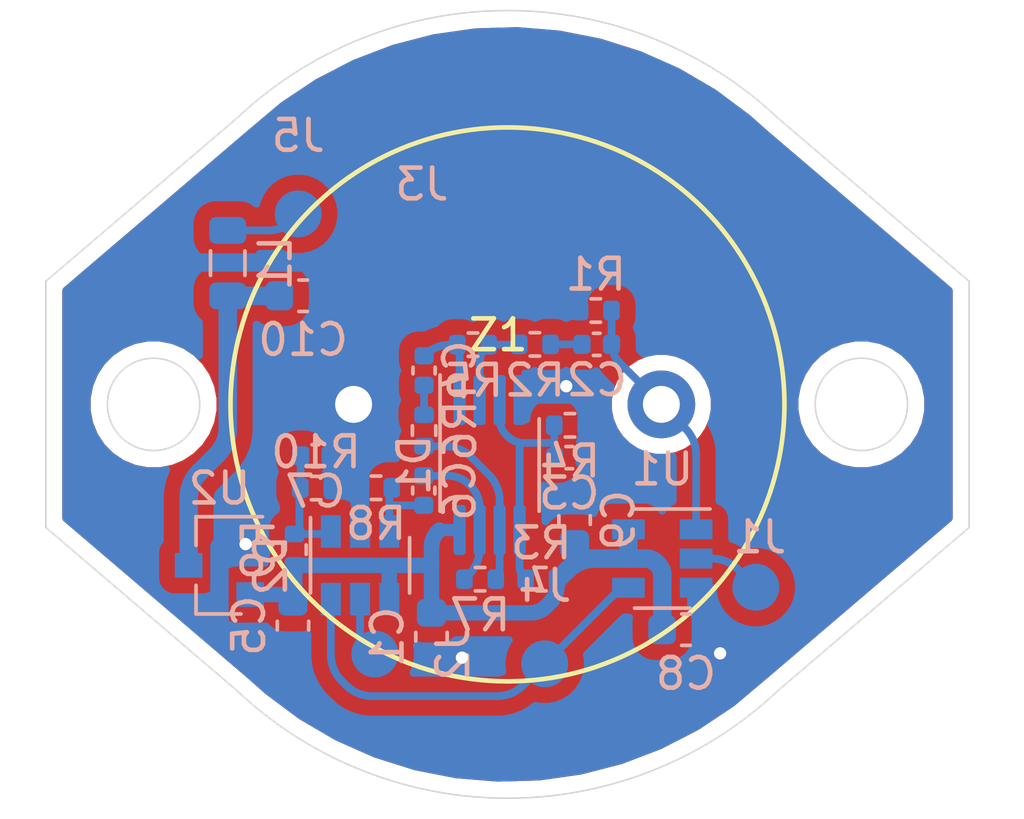
<source format=kicad_pcb>
(kicad_pcb (version 20171130) (host pcbnew 5.1.9+dfsg1-1+deb11u1)

  (general
    (thickness 1.6)
    (drawings 10)
    (tracks 533)
    (zones 0)
    (modules 31)
    (nets 18)
  )

  (page A4 portrait)
  (layers
    (0 F.Cu signal)
    (31 B.Cu signal)
    (32 B.Adhes user hide)
    (33 F.Adhes user hide)
    (34 B.Paste user)
    (35 F.Paste user)
    (36 B.SilkS user hide)
    (37 F.SilkS user hide)
    (38 B.Mask user hide)
    (39 F.Mask user hide)
    (40 Dwgs.User user hide)
    (41 Cmts.User user hide)
    (42 Eco1.User user hide)
    (43 Eco2.User user hide)
    (44 Edge.Cuts user)
    (45 Margin user hide)
    (46 B.CrtYd user hide)
    (47 F.CrtYd user hide)
    (48 B.Fab user hide)
    (49 F.Fab user hide)
  )

  (setup
    (last_trace_width 0.25)
    (trace_clearance 0.2)
    (zone_clearance 0.508)
    (zone_45_only no)
    (trace_min 0.2)
    (via_size 0.8)
    (via_drill 0.4)
    (via_min_size 0.4)
    (via_min_drill 0.3)
    (uvia_size 0.3)
    (uvia_drill 0.1)
    (uvias_allowed no)
    (uvia_min_size 0.2)
    (uvia_min_drill 0.1)
    (edge_width 0.05)
    (segment_width 0.2)
    (pcb_text_width 0.3)
    (pcb_text_size 1.5 1.5)
    (mod_edge_width 0.12)
    (mod_text_size 1 1)
    (mod_text_width 0.15)
    (pad_size 1.4 1.4)
    (pad_drill 0.7)
    (pad_to_mask_clearance 0)
    (aux_axis_origin 0 0)
    (visible_elements FFFFFF7F)
    (pcbplotparams
      (layerselection 0x010fc_ffffffff)
      (usegerberextensions false)
      (usegerberattributes true)
      (usegerberadvancedattributes true)
      (creategerberjobfile true)
      (excludeedgelayer true)
      (linewidth 0.100000)
      (plotframeref false)
      (viasonmask false)
      (mode 1)
      (useauxorigin false)
      (hpglpennumber 1)
      (hpglpenspeed 20)
      (hpglpendiameter 15.000000)
      (psnegative false)
      (psa4output false)
      (plotreference true)
      (plotvalue true)
      (plotinvisibletext false)
      (padsonsilk false)
      (subtractmaskfromsilk false)
      (outputformat 1)
      (mirror false)
      (drillshape 1)
      (scaleselection 1)
      (outputdirectory ""))
  )

  (net 0 "")
  (net 1 GND)
  (net 2 "Net-(C2-Pad1)")
  (net 3 "Net-(C3-Pad1)")
  (net 4 "Net-(C4-Pad2)")
  (net 5 "Net-(C4-Pad1)")
  (net 6 /+5v)
  (net 7 /Out)
  (net 8 /3.3v)
  (net 9 "Net-(C7-Pad1)")
  (net 10 "Net-(C6-Pad2)")
  (net 11 "Net-(C6-Pad1)")
  (net 12 "Net-(C10-Pad1)")
  (net 13 "Net-(D1-Pad6)")
  (net 14 "Net-(D1-Pad2)")
  (net 15 /Sel)
  (net 16 /Sig)
  (net 17 /In)

  (net_class Default "This is the default net class."
    (clearance 0.2)
    (trace_width 0.25)
    (via_dia 0.8)
    (via_drill 0.4)
    (uvia_dia 0.3)
    (uvia_drill 0.1)
    (add_net /+5v)
    (add_net /3.3v)
    (add_net /In)
    (add_net /Out)
    (add_net /Sel)
    (add_net /Sig)
    (add_net GND)
    (add_net "Net-(C10-Pad1)")
    (add_net "Net-(C2-Pad1)")
    (add_net "Net-(C3-Pad1)")
    (add_net "Net-(C4-Pad1)")
    (add_net "Net-(C4-Pad2)")
    (add_net "Net-(C6-Pad1)")
    (add_net "Net-(C6-Pad2)")
    (add_net "Net-(C7-Pad1)")
    (add_net "Net-(D1-Pad2)")
    (add_net "Net-(D1-Pad6)")
  )

  (module Capacitor_SMD:C_0402_1005Metric (layer B.Cu) (tedit 5F68FEEE) (tstamp 63E0C15A)
    (at 40.28 80.49 90)
    (descr "Capacitor SMD 0402 (1005 Metric), square (rectangular) end terminal, IPC_7351 nominal, (Body size source: IPC-SM-782 page 76, https://www.pcb-3d.com/wordpress/wp-content/uploads/ipc-sm-782a_amendment_1_and_2.pdf), generated with kicad-footprint-generator")
    (tags capacitor)
    (path /63E6E57D)
    (attr smd)
    (fp_text reference C6 (at 0 1.16 90) (layer B.SilkS)
      (effects (font (size 1 1) (thickness 0.15)) (justify mirror))
    )
    (fp_text value 1.5n (at 0 -1.16 90) (layer B.Fab)
      (effects (font (size 1 1) (thickness 0.15)) (justify mirror))
    )
    (fp_text user %R (at 0 0 90) (layer B.Fab)
      (effects (font (size 0.25 0.25) (thickness 0.04)) (justify mirror))
    )
    (fp_line (start -0.5 -0.25) (end -0.5 0.25) (layer B.Fab) (width 0.1))
    (fp_line (start -0.5 0.25) (end 0.5 0.25) (layer B.Fab) (width 0.1))
    (fp_line (start 0.5 0.25) (end 0.5 -0.25) (layer B.Fab) (width 0.1))
    (fp_line (start 0.5 -0.25) (end -0.5 -0.25) (layer B.Fab) (width 0.1))
    (fp_line (start -0.107836 0.36) (end 0.107836 0.36) (layer B.SilkS) (width 0.12))
    (fp_line (start -0.107836 -0.36) (end 0.107836 -0.36) (layer B.SilkS) (width 0.12))
    (fp_line (start -0.91 -0.46) (end -0.91 0.46) (layer B.CrtYd) (width 0.05))
    (fp_line (start -0.91 0.46) (end 0.91 0.46) (layer B.CrtYd) (width 0.05))
    (fp_line (start 0.91 0.46) (end 0.91 -0.46) (layer B.CrtYd) (width 0.05))
    (fp_line (start 0.91 -0.46) (end -0.91 -0.46) (layer B.CrtYd) (width 0.05))
    (pad 2 smd roundrect (at 0.48 0 90) (size 0.56 0.62) (layers B.Cu B.Paste B.Mask) (roundrect_rratio 0.25)
      (net 10 "Net-(C6-Pad2)"))
    (pad 1 smd roundrect (at -0.48 0 90) (size 0.56 0.62) (layers B.Cu B.Paste B.Mask) (roundrect_rratio 0.25)
      (net 11 "Net-(C6-Pad1)"))
    (model ${KISYS3DMOD}/Capacitor_SMD.3dshapes/C_0402_1005Metric.wrl
      (at (xyz 0 0 0))
      (scale (xyz 1 1 1))
      (rotate (xyz 0 0 0))
    )
  )

  (module Capacitor_SMD:C_0402_1005Metric (layer B.Cu) (tedit 5F68FEEE) (tstamp 63E0D730)
    (at 40.29 76.59 90)
    (descr "Capacitor SMD 0402 (1005 Metric), square (rectangular) end terminal, IPC_7351 nominal, (Body size source: IPC-SM-782 page 76, https://www.pcb-3d.com/wordpress/wp-content/uploads/ipc-sm-782a_amendment_1_and_2.pdf), generated with kicad-footprint-generator")
    (tags capacitor)
    (path /63E32371)
    (attr smd)
    (fp_text reference C4 (at 0 1.16 90) (layer B.SilkS)
      (effects (font (size 1 1) (thickness 0.15)) (justify mirror))
    )
    (fp_text value 100n (at 0 -1.16 90) (layer B.Fab)
      (effects (font (size 1 1) (thickness 0.15)) (justify mirror))
    )
    (fp_text user %R (at 0 0 90) (layer B.Fab)
      (effects (font (size 0.25 0.25) (thickness 0.04)) (justify mirror))
    )
    (fp_line (start -0.5 -0.25) (end -0.5 0.25) (layer B.Fab) (width 0.1))
    (fp_line (start -0.5 0.25) (end 0.5 0.25) (layer B.Fab) (width 0.1))
    (fp_line (start 0.5 0.25) (end 0.5 -0.25) (layer B.Fab) (width 0.1))
    (fp_line (start 0.5 -0.25) (end -0.5 -0.25) (layer B.Fab) (width 0.1))
    (fp_line (start -0.107836 0.36) (end 0.107836 0.36) (layer B.SilkS) (width 0.12))
    (fp_line (start -0.107836 -0.36) (end 0.107836 -0.36) (layer B.SilkS) (width 0.12))
    (fp_line (start -0.91 -0.46) (end -0.91 0.46) (layer B.CrtYd) (width 0.05))
    (fp_line (start -0.91 0.46) (end 0.91 0.46) (layer B.CrtYd) (width 0.05))
    (fp_line (start 0.91 0.46) (end 0.91 -0.46) (layer B.CrtYd) (width 0.05))
    (fp_line (start 0.91 -0.46) (end -0.91 -0.46) (layer B.CrtYd) (width 0.05))
    (pad 2 smd roundrect (at 0.48 0 90) (size 0.56 0.62) (layers B.Cu B.Paste B.Mask) (roundrect_rratio 0.25)
      (net 4 "Net-(C4-Pad2)"))
    (pad 1 smd roundrect (at -0.48 0 90) (size 0.56 0.62) (layers B.Cu B.Paste B.Mask) (roundrect_rratio 0.25)
      (net 5 "Net-(C4-Pad1)"))
    (model ${KISYS3DMOD}/Capacitor_SMD.3dshapes/C_0402_1005Metric.wrl
      (at (xyz 0 0 0))
      (scale (xyz 1 1 1))
      (rotate (xyz 0 0 0))
    )
  )

  (module Capacitor_SMD:C_0402_1005Metric (layer B.Cu) (tedit 5F68FEEE) (tstamp 63C80AA1)
    (at 45.9 75.74)
    (descr "Capacitor SMD 0402 (1005 Metric), square (rectangular) end terminal, IPC_7351 nominal, (Body size source: IPC-SM-782 page 76, https://www.pcb-3d.com/wordpress/wp-content/uploads/ipc-sm-782a_amendment_1_and_2.pdf), generated with kicad-footprint-generator")
    (tags capacitor)
    (path /63C85D62)
    (attr smd)
    (fp_text reference C2 (at 0 1.16) (layer B.SilkS)
      (effects (font (size 1 1) (thickness 0.15)) (justify mirror))
    )
    (fp_text value 1.5n (at 0 -1.16) (layer B.Fab)
      (effects (font (size 1 1) (thickness 0.15)) (justify mirror))
    )
    (fp_text user %R (at 0 0) (layer B.Fab)
      (effects (font (size 0.25 0.25) (thickness 0.04)) (justify mirror))
    )
    (fp_line (start -0.5 -0.25) (end -0.5 0.25) (layer B.Fab) (width 0.1))
    (fp_line (start -0.5 0.25) (end 0.5 0.25) (layer B.Fab) (width 0.1))
    (fp_line (start 0.5 0.25) (end 0.5 -0.25) (layer B.Fab) (width 0.1))
    (fp_line (start 0.5 -0.25) (end -0.5 -0.25) (layer B.Fab) (width 0.1))
    (fp_line (start -0.107836 0.36) (end 0.107836 0.36) (layer B.SilkS) (width 0.12))
    (fp_line (start -0.107836 -0.36) (end 0.107836 -0.36) (layer B.SilkS) (width 0.12))
    (fp_line (start -0.91 -0.46) (end -0.91 0.46) (layer B.CrtYd) (width 0.05))
    (fp_line (start -0.91 0.46) (end 0.91 0.46) (layer B.CrtYd) (width 0.05))
    (fp_line (start 0.91 0.46) (end 0.91 -0.46) (layer B.CrtYd) (width 0.05))
    (fp_line (start 0.91 -0.46) (end -0.91 -0.46) (layer B.CrtYd) (width 0.05))
    (pad 2 smd roundrect (at 0.48 0) (size 0.56 0.62) (layers B.Cu B.Paste B.Mask) (roundrect_rratio 0.25)
      (net 17 /In))
    (pad 1 smd roundrect (at -0.48 0) (size 0.56 0.62) (layers B.Cu B.Paste B.Mask) (roundrect_rratio 0.25)
      (net 2 "Net-(C2-Pad1)"))
    (model ${KISYS3DMOD}/Capacitor_SMD.3dshapes/C_0402_1005Metric.wrl
      (at (xyz 0 0 0))
      (scale (xyz 1 1 1))
      (rotate (xyz 0 0 0))
    )
  )

  (module My-library:MCUSD18A40B12RS (layer F.Cu) (tedit 63CE5C11) (tstamp 63E2FE70)
    (at 43 77.69 180)
    (path /640B9EB9)
    (fp_text reference Z1 (at 0.3 2.25) (layer F.SilkS)
      (effects (font (size 1 1) (thickness 0.15)))
    )
    (fp_text value MCUSD18A40B12RS (at 0.01 -2.42) (layer F.Fab)
      (effects (font (size 1 1) (thickness 0.15)))
    )
    (fp_circle (center 0 0) (end 9 0) (layer F.SilkS) (width 0.15))
    (pad - thru_hole circle (at 5 0 180) (size 2.2 2.2) (drill 1.2) (layers *.Cu *.Mask)
      (net 1 GND))
    (pad + thru_hole circle (at -5 0 180) (size 2.2 2.2) (drill 1.2) (layers *.Cu *.Mask)
      (net 17 /In))
  )

  (module Resistor_SMD:R_0402_1005Metric (layer B.Cu) (tedit 5F68FEEE) (tstamp 63E0C276)
    (at 42.11 83.37)
    (descr "Resistor SMD 0402 (1005 Metric), square (rectangular) end terminal, IPC_7351 nominal, (Body size source: IPC-SM-782 page 72, https://www.pcb-3d.com/wordpress/wp-content/uploads/ipc-sm-782a_amendment_1_and_2.pdf), generated with kicad-footprint-generator")
    (tags resistor)
    (path /63E41526)
    (attr smd)
    (fp_text reference R7 (at 0 1.17) (layer B.SilkS)
      (effects (font (size 1 1) (thickness 0.15)) (justify mirror))
    )
    (fp_text value 100k (at 0 -1.17) (layer B.Fab)
      (effects (font (size 1 1) (thickness 0.15)) (justify mirror))
    )
    (fp_line (start 0.93 -0.47) (end -0.93 -0.47) (layer B.CrtYd) (width 0.05))
    (fp_line (start 0.93 0.47) (end 0.93 -0.47) (layer B.CrtYd) (width 0.05))
    (fp_line (start -0.93 0.47) (end 0.93 0.47) (layer B.CrtYd) (width 0.05))
    (fp_line (start -0.93 -0.47) (end -0.93 0.47) (layer B.CrtYd) (width 0.05))
    (fp_line (start -0.153641 -0.38) (end 0.153641 -0.38) (layer B.SilkS) (width 0.12))
    (fp_line (start -0.153641 0.38) (end 0.153641 0.38) (layer B.SilkS) (width 0.12))
    (fp_line (start 0.525 -0.27) (end -0.525 -0.27) (layer B.Fab) (width 0.1))
    (fp_line (start 0.525 0.27) (end 0.525 -0.27) (layer B.Fab) (width 0.1))
    (fp_line (start -0.525 0.27) (end 0.525 0.27) (layer B.Fab) (width 0.1))
    (fp_line (start -0.525 -0.27) (end -0.525 0.27) (layer B.Fab) (width 0.1))
    (fp_text user %R (at 0 0) (layer B.Fab)
      (effects (font (size 0.26 0.26) (thickness 0.04)) (justify mirror))
    )
    (pad 2 smd roundrect (at 0.51 0) (size 0.54 0.64) (layers B.Cu B.Paste B.Mask) (roundrect_rratio 0.25)
      (net 13 "Net-(D1-Pad6)"))
    (pad 1 smd roundrect (at -0.51 0) (size 0.54 0.64) (layers B.Cu B.Paste B.Mask) (roundrect_rratio 0.25)
      (net 10 "Net-(C6-Pad2)"))
    (model ${KISYS3DMOD}/Resistor_SMD.3dshapes/R_0402_1005Metric.wrl
      (at (xyz 0 0 0))
      (scale (xyz 1 1 1))
      (rotate (xyz 0 0 0))
    )
  )

  (module Capacitor_SMD:C_0603_1608Metric (layer B.Cu) (tedit 5F68FEEE) (tstamp 63C83B21)
    (at 48.8 85.01)
    (descr "Capacitor SMD 0603 (1608 Metric), square (rectangular) end terminal, IPC_7351 nominal, (Body size source: IPC-SM-782 page 76, https://www.pcb-3d.com/wordpress/wp-content/uploads/ipc-sm-782a_amendment_1_and_2.pdf), generated with kicad-footprint-generator")
    (tags capacitor)
    (path /63D2E62D)
    (attr smd)
    (fp_text reference C8 (at 0 1.43) (layer B.SilkS)
      (effects (font (size 1 1) (thickness 0.15)) (justify mirror))
    )
    (fp_text value .1uF (at 0 -1.43) (layer B.Fab)
      (effects (font (size 1 1) (thickness 0.15)) (justify mirror))
    )
    (fp_line (start -0.8 -0.4) (end -0.8 0.4) (layer B.Fab) (width 0.1))
    (fp_line (start -0.8 0.4) (end 0.8 0.4) (layer B.Fab) (width 0.1))
    (fp_line (start 0.8 0.4) (end 0.8 -0.4) (layer B.Fab) (width 0.1))
    (fp_line (start 0.8 -0.4) (end -0.8 -0.4) (layer B.Fab) (width 0.1))
    (fp_line (start -0.14058 0.51) (end 0.14058 0.51) (layer B.SilkS) (width 0.12))
    (fp_line (start -0.14058 -0.51) (end 0.14058 -0.51) (layer B.SilkS) (width 0.12))
    (fp_line (start -1.48 -0.73) (end -1.48 0.73) (layer B.CrtYd) (width 0.05))
    (fp_line (start -1.48 0.73) (end 1.48 0.73) (layer B.CrtYd) (width 0.05))
    (fp_line (start 1.48 0.73) (end 1.48 -0.73) (layer B.CrtYd) (width 0.05))
    (fp_line (start 1.48 -0.73) (end -1.48 -0.73) (layer B.CrtYd) (width 0.05))
    (fp_text user %R (at 0 0) (layer B.Fab)
      (effects (font (size 0.4 0.4) (thickness 0.06)) (justify mirror))
    )
    (pad 2 smd roundrect (at 0.775 0) (size 0.9 0.95) (layers B.Cu B.Paste B.Mask) (roundrect_rratio 0.25)
      (net 1 GND))
    (pad 1 smd roundrect (at -0.775 0) (size 0.9 0.95) (layers B.Cu B.Paste B.Mask) (roundrect_rratio 0.25)
      (net 8 /3.3v))
    (model ${KISYS3DMOD}/Capacitor_SMD.3dshapes/C_0603_1608Metric.wrl
      (at (xyz 0 0 0))
      (scale (xyz 1 1 1))
      (rotate (xyz 0 0 0))
    )
  )

  (module Package_TO_SOT_SMD:SOT-23-6 (layer B.Cu) (tedit 5A02FF57) (tstamp 63E0C1CB)
    (at 38.21 82.92 270)
    (descr "6-pin SOT-23 package")
    (tags SOT-23-6)
    (path /63E15A52)
    (attr smd)
    (fp_text reference D2 (at 0 2.9 90) (layer B.SilkS)
      (effects (font (size 1 1) (thickness 0.15)) (justify mirror))
    )
    (fp_text value TLV3501 (at 0 -2.9 90) (layer B.Fab)
      (effects (font (size 1 1) (thickness 0.15)) (justify mirror))
    )
    (fp_line (start 0.9 1.55) (end 0.9 -1.55) (layer B.Fab) (width 0.1))
    (fp_line (start 0.9 -1.55) (end -0.9 -1.55) (layer B.Fab) (width 0.1))
    (fp_line (start -0.9 0.9) (end -0.9 -1.55) (layer B.Fab) (width 0.1))
    (fp_line (start 0.9 1.55) (end -0.25 1.55) (layer B.Fab) (width 0.1))
    (fp_line (start -0.9 0.9) (end -0.25 1.55) (layer B.Fab) (width 0.1))
    (fp_line (start -1.9 1.8) (end -1.9 -1.8) (layer B.CrtYd) (width 0.05))
    (fp_line (start -1.9 -1.8) (end 1.9 -1.8) (layer B.CrtYd) (width 0.05))
    (fp_line (start 1.9 -1.8) (end 1.9 1.8) (layer B.CrtYd) (width 0.05))
    (fp_line (start 1.9 1.8) (end -1.9 1.8) (layer B.CrtYd) (width 0.05))
    (fp_line (start 0.9 1.61) (end -1.55 1.61) (layer B.SilkS) (width 0.12))
    (fp_line (start -0.9 -1.61) (end 0.9 -1.61) (layer B.SilkS) (width 0.12))
    (fp_text user %R (at 0 0 180) (layer B.Fab)
      (effects (font (size 0.5 0.5) (thickness 0.075)) (justify mirror))
    )
    (pad 5 smd rect (at 1.1 0 270) (size 1.06 0.65) (layers B.Cu B.Paste B.Mask)
      (net 7 /Out))
    (pad 6 smd rect (at 1.1 0.95 270) (size 1.06 0.65) (layers B.Cu B.Paste B.Mask)
      (net 15 /Sel))
    (pad 4 smd rect (at 1.1 -0.95 270) (size 1.06 0.65) (layers B.Cu B.Paste B.Mask)
      (net 8 /3.3v))
    (pad 3 smd rect (at -1.1 -0.95 270) (size 1.06 0.65) (layers B.Cu B.Paste B.Mask)
      (net 11 "Net-(C6-Pad1)"))
    (pad 2 smd rect (at -1.1 0 270) (size 1.06 0.65) (layers B.Cu B.Paste B.Mask)
      (net 1 GND))
    (pad 1 smd rect (at -1.1 0.95 270) (size 1.06 0.65) (layers B.Cu B.Paste B.Mask)
      (net 9 "Net-(C7-Pad1)"))
    (model ${KISYS3DMOD}/Package_TO_SOT_SMD.3dshapes/SOT-23-6.wrl
      (at (xyz 0 0 0))
      (scale (xyz 1 1 1))
      (rotate (xyz 0 0 0))
    )
  )

  (module Resistor_SMD:R_0402_1005Metric (layer B.Cu) (tedit 5F68FEEE) (tstamp 63E0C214)
    (at 45.87 74.64 180)
    (descr "Resistor SMD 0402 (1005 Metric), square (rectangular) end terminal, IPC_7351 nominal, (Body size source: IPC-SM-782 page 72, https://www.pcb-3d.com/wordpress/wp-content/uploads/ipc-sm-782a_amendment_1_and_2.pdf), generated with kicad-footprint-generator")
    (tags resistor)
    (path /63F6B4AB)
    (attr smd)
    (fp_text reference R1 (at 0 1.17) (layer B.SilkS)
      (effects (font (size 1 1) (thickness 0.15)) (justify mirror))
    )
    (fp_text value 5.1k (at 0 -1.17) (layer B.Fab)
      (effects (font (size 1 1) (thickness 0.15)) (justify mirror))
    )
    (fp_line (start 0.93 -0.47) (end -0.93 -0.47) (layer B.CrtYd) (width 0.05))
    (fp_line (start 0.93 0.47) (end 0.93 -0.47) (layer B.CrtYd) (width 0.05))
    (fp_line (start -0.93 0.47) (end 0.93 0.47) (layer B.CrtYd) (width 0.05))
    (fp_line (start -0.93 -0.47) (end -0.93 0.47) (layer B.CrtYd) (width 0.05))
    (fp_line (start -0.153641 -0.38) (end 0.153641 -0.38) (layer B.SilkS) (width 0.12))
    (fp_line (start -0.153641 0.38) (end 0.153641 0.38) (layer B.SilkS) (width 0.12))
    (fp_line (start 0.525 -0.27) (end -0.525 -0.27) (layer B.Fab) (width 0.1))
    (fp_line (start 0.525 0.27) (end 0.525 -0.27) (layer B.Fab) (width 0.1))
    (fp_line (start -0.525 0.27) (end 0.525 0.27) (layer B.Fab) (width 0.1))
    (fp_line (start -0.525 -0.27) (end -0.525 0.27) (layer B.Fab) (width 0.1))
    (fp_text user %R (at 0 0) (layer B.Fab)
      (effects (font (size 0.26 0.26) (thickness 0.04)) (justify mirror))
    )
    (pad 2 smd roundrect (at 0.51 0 180) (size 0.54 0.64) (layers B.Cu B.Paste B.Mask) (roundrect_rratio 0.25)
      (net 1 GND))
    (pad 1 smd roundrect (at -0.51 0 180) (size 0.54 0.64) (layers B.Cu B.Paste B.Mask) (roundrect_rratio 0.25)
      (net 17 /In))
    (model ${KISYS3DMOD}/Resistor_SMD.3dshapes/R_0402_1005Metric.wrl
      (at (xyz 0 0 0))
      (scale (xyz 1 1 1))
      (rotate (xyz 0 0 0))
    )
  )

  (module Resistor_SMD:R_0402_1005Metric (layer B.Cu) (tedit 5F68FEEE) (tstamp 63E0C265)
    (at 40.29 78.54 90)
    (descr "Resistor SMD 0402 (1005 Metric), square (rectangular) end terminal, IPC_7351 nominal, (Body size source: IPC-SM-782 page 72, https://www.pcb-3d.com/wordpress/wp-content/uploads/ipc-sm-782a_amendment_1_and_2.pdf), generated with kicad-footprint-generator")
    (tags resistor)
    (path /63E31C51)
    (attr smd)
    (fp_text reference R6 (at 0 1.17 90) (layer B.SilkS)
      (effects (font (size 1 1) (thickness 0.15)) (justify mirror))
    )
    (fp_text value 5.1k (at 0 -1.17 90) (layer B.Fab)
      (effects (font (size 1 1) (thickness 0.15)) (justify mirror))
    )
    (fp_line (start 0.93 -0.47) (end -0.93 -0.47) (layer B.CrtYd) (width 0.05))
    (fp_line (start 0.93 0.47) (end 0.93 -0.47) (layer B.CrtYd) (width 0.05))
    (fp_line (start -0.93 0.47) (end 0.93 0.47) (layer B.CrtYd) (width 0.05))
    (fp_line (start -0.93 -0.47) (end -0.93 0.47) (layer B.CrtYd) (width 0.05))
    (fp_line (start -0.153641 -0.38) (end 0.153641 -0.38) (layer B.SilkS) (width 0.12))
    (fp_line (start -0.153641 0.38) (end 0.153641 0.38) (layer B.SilkS) (width 0.12))
    (fp_line (start 0.525 -0.27) (end -0.525 -0.27) (layer B.Fab) (width 0.1))
    (fp_line (start 0.525 0.27) (end 0.525 -0.27) (layer B.Fab) (width 0.1))
    (fp_line (start -0.525 0.27) (end 0.525 0.27) (layer B.Fab) (width 0.1))
    (fp_line (start -0.525 -0.27) (end -0.525 0.27) (layer B.Fab) (width 0.1))
    (fp_text user %R (at 0 0 90) (layer B.Fab)
      (effects (font (size 0.26 0.26) (thickness 0.04)) (justify mirror))
    )
    (pad 2 smd roundrect (at 0.51 0 90) (size 0.54 0.64) (layers B.Cu B.Paste B.Mask) (roundrect_rratio 0.25)
      (net 5 "Net-(C4-Pad1)"))
    (pad 1 smd roundrect (at -0.51 0 90) (size 0.54 0.64) (layers B.Cu B.Paste B.Mask) (roundrect_rratio 0.25)
      (net 13 "Net-(D1-Pad6)"))
    (model ${KISYS3DMOD}/Resistor_SMD.3dshapes/R_0402_1005Metric.wrl
      (at (xyz 0 0 0))
      (scale (xyz 1 1 1))
      (rotate (xyz 0 0 0))
    )
  )

  (module Resistor_SMD:R_0402_1005Metric (layer B.Cu) (tedit 5F68FEEE) (tstamp 63C80B67)
    (at 45.03 78.37)
    (descr "Resistor SMD 0402 (1005 Metric), square (rectangular) end terminal, IPC_7351 nominal, (Body size source: IPC-SM-782 page 72, https://www.pcb-3d.com/wordpress/wp-content/uploads/ipc-sm-782a_amendment_1_and_2.pdf), generated with kicad-footprint-generator")
    (tags resistor)
    (path /63C8294F)
    (attr smd)
    (fp_text reference R4 (at 0 1.17) (layer B.SilkS)
      (effects (font (size 1 1) (thickness 0.15)) (justify mirror))
    )
    (fp_text value 100k (at 0 -1.17) (layer B.Fab)
      (effects (font (size 1 1) (thickness 0.15)) (justify mirror))
    )
    (fp_line (start 0.93 -0.47) (end -0.93 -0.47) (layer B.CrtYd) (width 0.05))
    (fp_line (start 0.93 0.47) (end 0.93 -0.47) (layer B.CrtYd) (width 0.05))
    (fp_line (start -0.93 0.47) (end 0.93 0.47) (layer B.CrtYd) (width 0.05))
    (fp_line (start -0.93 -0.47) (end -0.93 0.47) (layer B.CrtYd) (width 0.05))
    (fp_line (start -0.153641 -0.38) (end 0.153641 -0.38) (layer B.SilkS) (width 0.12))
    (fp_line (start -0.153641 0.38) (end 0.153641 0.38) (layer B.SilkS) (width 0.12))
    (fp_line (start 0.525 -0.27) (end -0.525 -0.27) (layer B.Fab) (width 0.1))
    (fp_line (start 0.525 0.27) (end 0.525 -0.27) (layer B.Fab) (width 0.1))
    (fp_line (start -0.525 0.27) (end 0.525 0.27) (layer B.Fab) (width 0.1))
    (fp_line (start -0.525 -0.27) (end -0.525 0.27) (layer B.Fab) (width 0.1))
    (fp_text user %R (at 0 0) (layer B.Fab)
      (effects (font (size 0.26 0.26) (thickness 0.04)) (justify mirror))
    )
    (pad 2 smd roundrect (at 0.51 0) (size 0.54 0.64) (layers B.Cu B.Paste B.Mask) (roundrect_rratio 0.25)
      (net 1 GND))
    (pad 1 smd roundrect (at -0.51 0) (size 0.54 0.64) (layers B.Cu B.Paste B.Mask) (roundrect_rratio 0.25)
      (net 3 "Net-(C3-Pad1)"))
    (model ${KISYS3DMOD}/Resistor_SMD.3dshapes/R_0402_1005Metric.wrl
      (at (xyz 0 0 0))
      (scale (xyz 1 1 1))
      (rotate (xyz 0 0 0))
    )
  )

  (module Capacitor_SMD:C_0402_1005Metric (layer B.Cu) (tedit 5F68FEEE) (tstamp 63C80AC3)
    (at 45.01 79.42)
    (descr "Capacitor SMD 0402 (1005 Metric), square (rectangular) end terminal, IPC_7351 nominal, (Body size source: IPC-SM-782 page 76, https://www.pcb-3d.com/wordpress/wp-content/uploads/ipc-sm-782a_amendment_1_and_2.pdf), generated with kicad-footprint-generator")
    (tags capacitor)
    (path /63C8351B)
    (attr smd)
    (fp_text reference C3 (at 0 1.16) (layer B.SilkS)
      (effects (font (size 1 1) (thickness 0.15)) (justify mirror))
    )
    (fp_text value 0.1uF (at 0 -1.16) (layer B.Fab)
      (effects (font (size 1 1) (thickness 0.15)) (justify mirror))
    )
    (fp_line (start 0.91 -0.46) (end -0.91 -0.46) (layer B.CrtYd) (width 0.05))
    (fp_line (start 0.91 0.46) (end 0.91 -0.46) (layer B.CrtYd) (width 0.05))
    (fp_line (start -0.91 0.46) (end 0.91 0.46) (layer B.CrtYd) (width 0.05))
    (fp_line (start -0.91 -0.46) (end -0.91 0.46) (layer B.CrtYd) (width 0.05))
    (fp_line (start -0.107836 -0.36) (end 0.107836 -0.36) (layer B.SilkS) (width 0.12))
    (fp_line (start -0.107836 0.36) (end 0.107836 0.36) (layer B.SilkS) (width 0.12))
    (fp_line (start 0.5 -0.25) (end -0.5 -0.25) (layer B.Fab) (width 0.1))
    (fp_line (start 0.5 0.25) (end 0.5 -0.25) (layer B.Fab) (width 0.1))
    (fp_line (start -0.5 0.25) (end 0.5 0.25) (layer B.Fab) (width 0.1))
    (fp_line (start -0.5 -0.25) (end -0.5 0.25) (layer B.Fab) (width 0.1))
    (fp_text user %R (at 0 0) (layer B.Fab)
      (effects (font (size 0.25 0.25) (thickness 0.04)) (justify mirror))
    )
    (pad 2 smd roundrect (at 0.48 0) (size 0.56 0.62) (layers B.Cu B.Paste B.Mask) (roundrect_rratio 0.25)
      (net 1 GND))
    (pad 1 smd roundrect (at -0.48 0) (size 0.56 0.62) (layers B.Cu B.Paste B.Mask) (roundrect_rratio 0.25)
      (net 3 "Net-(C3-Pad1)"))
    (model ${KISYS3DMOD}/Capacitor_SMD.3dshapes/C_0402_1005Metric.wrl
      (at (xyz 0 0 0))
      (scale (xyz 1 1 1))
      (rotate (xyz 0 0 0))
    )
  )

  (module Resistor_SMD:R_0402_1005Metric (layer B.Cu) (tedit 5F68FEEE) (tstamp 63E0C298)
    (at 36.08 82.41 270)
    (descr "Resistor SMD 0402 (1005 Metric), square (rectangular) end terminal, IPC_7351 nominal, (Body size source: IPC-SM-782 page 72, https://www.pcb-3d.com/wordpress/wp-content/uploads/ipc-sm-782a_amendment_1_and_2.pdf), generated with kicad-footprint-generator")
    (tags resistor)
    (path /63E75C47)
    (attr smd)
    (fp_text reference R9 (at 0 1.17 90) (layer B.SilkS)
      (effects (font (size 1 1) (thickness 0.15)) (justify mirror))
    )
    (fp_text value 100k (at 0 -1.17 90) (layer B.Fab)
      (effects (font (size 1 1) (thickness 0.15)) (justify mirror))
    )
    (fp_line (start 0.93 -0.47) (end -0.93 -0.47) (layer B.CrtYd) (width 0.05))
    (fp_line (start 0.93 0.47) (end 0.93 -0.47) (layer B.CrtYd) (width 0.05))
    (fp_line (start -0.93 0.47) (end 0.93 0.47) (layer B.CrtYd) (width 0.05))
    (fp_line (start -0.93 -0.47) (end -0.93 0.47) (layer B.CrtYd) (width 0.05))
    (fp_line (start -0.153641 -0.38) (end 0.153641 -0.38) (layer B.SilkS) (width 0.12))
    (fp_line (start -0.153641 0.38) (end 0.153641 0.38) (layer B.SilkS) (width 0.12))
    (fp_line (start 0.525 -0.27) (end -0.525 -0.27) (layer B.Fab) (width 0.1))
    (fp_line (start 0.525 0.27) (end 0.525 -0.27) (layer B.Fab) (width 0.1))
    (fp_line (start -0.525 0.27) (end 0.525 0.27) (layer B.Fab) (width 0.1))
    (fp_line (start -0.525 -0.27) (end -0.525 0.27) (layer B.Fab) (width 0.1))
    (fp_text user %R (at 0 0 90) (layer B.Fab)
      (effects (font (size 0.26 0.26) (thickness 0.04)) (justify mirror))
    )
    (pad 2 smd roundrect (at 0.51 0 270) (size 0.54 0.64) (layers B.Cu B.Paste B.Mask) (roundrect_rratio 0.25)
      (net 8 /3.3v))
    (pad 1 smd roundrect (at -0.51 0 270) (size 0.54 0.64) (layers B.Cu B.Paste B.Mask) (roundrect_rratio 0.25)
      (net 9 "Net-(C7-Pad1)"))
    (model ${KISYS3DMOD}/Resistor_SMD.3dshapes/R_0402_1005Metric.wrl
      (at (xyz 0 0 0))
      (scale (xyz 1 1 1))
      (rotate (xyz 0 0 0))
    )
  )

  (module Resistor_SMD:R_0402_1005Metric (layer B.Cu) (tedit 5F68FEEE) (tstamp 63C8114E)
    (at 44.1 83.37 180)
    (descr "Resistor SMD 0402 (1005 Metric), square (rectangular) end terminal, IPC_7351 nominal, (Body size source: IPC-SM-782 page 72, https://www.pcb-3d.com/wordpress/wp-content/uploads/ipc-sm-782a_amendment_1_and_2.pdf), generated with kicad-footprint-generator")
    (tags resistor)
    (path /63C7E3E7)
    (attr smd)
    (fp_text reference R3 (at 0 1.17) (layer B.SilkS)
      (effects (font (size 1 1) (thickness 0.15)) (justify mirror))
    )
    (fp_text value 100k (at 0 -1.17) (layer B.Fab)
      (effects (font (size 1 1) (thickness 0.15)) (justify mirror))
    )
    (fp_line (start 0.93 -0.47) (end -0.93 -0.47) (layer B.CrtYd) (width 0.05))
    (fp_line (start 0.93 0.47) (end 0.93 -0.47) (layer B.CrtYd) (width 0.05))
    (fp_line (start -0.93 0.47) (end 0.93 0.47) (layer B.CrtYd) (width 0.05))
    (fp_line (start -0.93 -0.47) (end -0.93 0.47) (layer B.CrtYd) (width 0.05))
    (fp_line (start -0.153641 -0.38) (end 0.153641 -0.38) (layer B.SilkS) (width 0.12))
    (fp_line (start -0.153641 0.38) (end 0.153641 0.38) (layer B.SilkS) (width 0.12))
    (fp_line (start 0.525 -0.27) (end -0.525 -0.27) (layer B.Fab) (width 0.1))
    (fp_line (start 0.525 0.27) (end 0.525 -0.27) (layer B.Fab) (width 0.1))
    (fp_line (start -0.525 0.27) (end 0.525 0.27) (layer B.Fab) (width 0.1))
    (fp_line (start -0.525 -0.27) (end -0.525 0.27) (layer B.Fab) (width 0.1))
    (fp_text user %R (at 0 0) (layer B.Fab)
      (effects (font (size 0.26 0.26) (thickness 0.04)) (justify mirror))
    )
    (pad 2 smd roundrect (at 0.51 0 180) (size 0.54 0.64) (layers B.Cu B.Paste B.Mask) (roundrect_rratio 0.25)
      (net 3 "Net-(C3-Pad1)"))
    (pad 1 smd roundrect (at -0.51 0 180) (size 0.54 0.64) (layers B.Cu B.Paste B.Mask) (roundrect_rratio 0.25)
      (net 8 /3.3v))
    (model ${KISYS3DMOD}/Resistor_SMD.3dshapes/R_0402_1005Metric.wrl
      (at (xyz 0 0 0))
      (scale (xyz 1 1 1))
      (rotate (xyz 0 0 0))
    )
  )

  (module Resistor_SMD:R_0402_1005Metric (layer B.Cu) (tedit 5F68FEEE) (tstamp 63C80B45)
    (at 43.89 75.74)
    (descr "Resistor SMD 0402 (1005 Metric), square (rectangular) end terminal, IPC_7351 nominal, (Body size source: IPC-SM-782 page 72, https://www.pcb-3d.com/wordpress/wp-content/uploads/ipc-sm-782a_amendment_1_and_2.pdf), generated with kicad-footprint-generator")
    (tags resistor)
    (path /63C83888)
    (attr smd)
    (fp_text reference R2 (at 0 1.17) (layer B.SilkS)
      (effects (font (size 1 1) (thickness 0.15)) (justify mirror))
    )
    (fp_text value 1k (at 0 -1.17) (layer B.Fab)
      (effects (font (size 1 1) (thickness 0.15)) (justify mirror))
    )
    (fp_line (start 0.93 -0.47) (end -0.93 -0.47) (layer B.CrtYd) (width 0.05))
    (fp_line (start 0.93 0.47) (end 0.93 -0.47) (layer B.CrtYd) (width 0.05))
    (fp_line (start -0.93 0.47) (end 0.93 0.47) (layer B.CrtYd) (width 0.05))
    (fp_line (start -0.93 -0.47) (end -0.93 0.47) (layer B.CrtYd) (width 0.05))
    (fp_line (start -0.153641 -0.38) (end 0.153641 -0.38) (layer B.SilkS) (width 0.12))
    (fp_line (start -0.153641 0.38) (end 0.153641 0.38) (layer B.SilkS) (width 0.12))
    (fp_line (start 0.525 -0.27) (end -0.525 -0.27) (layer B.Fab) (width 0.1))
    (fp_line (start 0.525 0.27) (end 0.525 -0.27) (layer B.Fab) (width 0.1))
    (fp_line (start -0.525 0.27) (end 0.525 0.27) (layer B.Fab) (width 0.1))
    (fp_line (start -0.525 -0.27) (end -0.525 0.27) (layer B.Fab) (width 0.1))
    (fp_text user %R (at 0 0) (layer B.Fab)
      (effects (font (size 0.26 0.26) (thickness 0.04)) (justify mirror))
    )
    (pad 2 smd roundrect (at 0.51 0) (size 0.54 0.64) (layers B.Cu B.Paste B.Mask) (roundrect_rratio 0.25)
      (net 2 "Net-(C2-Pad1)"))
    (pad 1 smd roundrect (at -0.51 0) (size 0.54 0.64) (layers B.Cu B.Paste B.Mask) (roundrect_rratio 0.25)
      (net 14 "Net-(D1-Pad2)"))
    (model ${KISYS3DMOD}/Resistor_SMD.3dshapes/R_0402_1005Metric.wrl
      (at (xyz 0 0 0))
      (scale (xyz 1 1 1))
      (rotate (xyz 0 0 0))
    )
  )

  (module Resistor_SMD:R_0402_1005Metric (layer B.Cu) (tedit 5F68FEEE) (tstamp 63C80B89)
    (at 36.78 80.41 180)
    (descr "Resistor SMD 0402 (1005 Metric), square (rectangular) end terminal, IPC_7351 nominal, (Body size source: IPC-SM-782 page 72, https://www.pcb-3d.com/wordpress/wp-content/uploads/ipc-sm-782a_amendment_1_and_2.pdf), generated with kicad-footprint-generator")
    (tags resistor)
    (path /63C8B05A)
    (attr smd)
    (fp_text reference R10 (at 0 1.17) (layer B.SilkS)
      (effects (font (size 1 1) (thickness 0.15)) (justify mirror))
    )
    (fp_text value 5.1k (at 0 -1.17) (layer B.Fab)
      (effects (font (size 1 1) (thickness 0.15)) (justify mirror))
    )
    (fp_line (start 0.93 -0.47) (end -0.93 -0.47) (layer B.CrtYd) (width 0.05))
    (fp_line (start 0.93 0.47) (end 0.93 -0.47) (layer B.CrtYd) (width 0.05))
    (fp_line (start -0.93 0.47) (end 0.93 0.47) (layer B.CrtYd) (width 0.05))
    (fp_line (start -0.93 -0.47) (end -0.93 0.47) (layer B.CrtYd) (width 0.05))
    (fp_line (start -0.153641 -0.38) (end 0.153641 -0.38) (layer B.SilkS) (width 0.12))
    (fp_line (start -0.153641 0.38) (end 0.153641 0.38) (layer B.SilkS) (width 0.12))
    (fp_line (start 0.525 -0.27) (end -0.525 -0.27) (layer B.Fab) (width 0.1))
    (fp_line (start 0.525 0.27) (end 0.525 -0.27) (layer B.Fab) (width 0.1))
    (fp_line (start -0.525 0.27) (end 0.525 0.27) (layer B.Fab) (width 0.1))
    (fp_line (start -0.525 -0.27) (end -0.525 0.27) (layer B.Fab) (width 0.1))
    (fp_text user %R (at 0 0) (layer B.Fab)
      (effects (font (size 0.26 0.26) (thickness 0.04)) (justify mirror))
    )
    (pad 2 smd roundrect (at 0.51 0 180) (size 0.54 0.64) (layers B.Cu B.Paste B.Mask) (roundrect_rratio 0.25)
      (net 9 "Net-(C7-Pad1)"))
    (pad 1 smd roundrect (at -0.51 0 180) (size 0.54 0.64) (layers B.Cu B.Paste B.Mask) (roundrect_rratio 0.25)
      (net 1 GND))
    (model ${KISYS3DMOD}/Resistor_SMD.3dshapes/R_0402_1005Metric.wrl
      (at (xyz 0 0 0))
      (scale (xyz 1 1 1))
      (rotate (xyz 0 0 0))
    )
  )

  (module Capacitor_SMD:C_0402_1005Metric (layer B.Cu) (tedit 5F68FEEE) (tstamp 63E0C16B)
    (at 36.76 79.36)
    (descr "Capacitor SMD 0402 (1005 Metric), square (rectangular) end terminal, IPC_7351 nominal, (Body size source: IPC-SM-782 page 76, https://www.pcb-3d.com/wordpress/wp-content/uploads/ipc-sm-782a_amendment_1_and_2.pdf), generated with kicad-footprint-generator")
    (tags capacitor)
    (path /63E728BC)
    (attr smd)
    (fp_text reference C7 (at 0 1.16) (layer B.SilkS)
      (effects (font (size 1 1) (thickness 0.15)) (justify mirror))
    )
    (fp_text value 0.1uF (at 0 -1.16) (layer B.Fab)
      (effects (font (size 1 1) (thickness 0.15)) (justify mirror))
    )
    (fp_line (start 0.91 -0.46) (end -0.91 -0.46) (layer B.CrtYd) (width 0.05))
    (fp_line (start 0.91 0.46) (end 0.91 -0.46) (layer B.CrtYd) (width 0.05))
    (fp_line (start -0.91 0.46) (end 0.91 0.46) (layer B.CrtYd) (width 0.05))
    (fp_line (start -0.91 -0.46) (end -0.91 0.46) (layer B.CrtYd) (width 0.05))
    (fp_line (start -0.107836 -0.36) (end 0.107836 -0.36) (layer B.SilkS) (width 0.12))
    (fp_line (start -0.107836 0.36) (end 0.107836 0.36) (layer B.SilkS) (width 0.12))
    (fp_line (start 0.5 -0.25) (end -0.5 -0.25) (layer B.Fab) (width 0.1))
    (fp_line (start 0.5 0.25) (end 0.5 -0.25) (layer B.Fab) (width 0.1))
    (fp_line (start -0.5 0.25) (end 0.5 0.25) (layer B.Fab) (width 0.1))
    (fp_line (start -0.5 -0.25) (end -0.5 0.25) (layer B.Fab) (width 0.1))
    (fp_text user %R (at 0 0) (layer B.Fab)
      (effects (font (size 0.25 0.25) (thickness 0.04)) (justify mirror))
    )
    (pad 2 smd roundrect (at 0.48 0) (size 0.56 0.62) (layers B.Cu B.Paste B.Mask) (roundrect_rratio 0.25)
      (net 1 GND))
    (pad 1 smd roundrect (at -0.48 0) (size 0.56 0.62) (layers B.Cu B.Paste B.Mask) (roundrect_rratio 0.25)
      (net 9 "Net-(C7-Pad1)"))
    (model ${KISYS3DMOD}/Capacitor_SMD.3dshapes/C_0402_1005Metric.wrl
      (at (xyz 0 0 0))
      (scale (xyz 1 1 1))
      (rotate (xyz 0 0 0))
    )
  )

  (module Resistor_SMD:R_0402_1005Metric (layer B.Cu) (tedit 5F68FEEE) (tstamp 63E0C287)
    (at 38.73 80.4)
    (descr "Resistor SMD 0402 (1005 Metric), square (rectangular) end terminal, IPC_7351 nominal, (Body size source: IPC-SM-782 page 72, https://www.pcb-3d.com/wordpress/wp-content/uploads/ipc-sm-782a_amendment_1_and_2.pdf), generated with kicad-footprint-generator")
    (tags resistor)
    (path /63E84719)
    (attr smd)
    (fp_text reference R8 (at 0 1.17) (layer B.SilkS)
      (effects (font (size 1 1) (thickness 0.15)) (justify mirror))
    )
    (fp_text value 10k (at 0 -1.17) (layer B.Fab)
      (effects (font (size 1 1) (thickness 0.15)) (justify mirror))
    )
    (fp_line (start 0.93 -0.47) (end -0.93 -0.47) (layer B.CrtYd) (width 0.05))
    (fp_line (start 0.93 0.47) (end 0.93 -0.47) (layer B.CrtYd) (width 0.05))
    (fp_line (start -0.93 0.47) (end 0.93 0.47) (layer B.CrtYd) (width 0.05))
    (fp_line (start -0.93 -0.47) (end -0.93 0.47) (layer B.CrtYd) (width 0.05))
    (fp_line (start -0.153641 -0.38) (end 0.153641 -0.38) (layer B.SilkS) (width 0.12))
    (fp_line (start -0.153641 0.38) (end 0.153641 0.38) (layer B.SilkS) (width 0.12))
    (fp_line (start 0.525 -0.27) (end -0.525 -0.27) (layer B.Fab) (width 0.1))
    (fp_line (start 0.525 0.27) (end 0.525 -0.27) (layer B.Fab) (width 0.1))
    (fp_line (start -0.525 0.27) (end 0.525 0.27) (layer B.Fab) (width 0.1))
    (fp_line (start -0.525 -0.27) (end -0.525 0.27) (layer B.Fab) (width 0.1))
    (fp_text user %R (at 0 0) (layer B.Fab)
      (effects (font (size 0.26 0.26) (thickness 0.04)) (justify mirror))
    )
    (pad 2 smd roundrect (at 0.51 0) (size 0.54 0.64) (layers B.Cu B.Paste B.Mask) (roundrect_rratio 0.25)
      (net 11 "Net-(C6-Pad1)"))
    (pad 1 smd roundrect (at -0.51 0) (size 0.54 0.64) (layers B.Cu B.Paste B.Mask) (roundrect_rratio 0.25)
      (net 1 GND))
    (model ${KISYS3DMOD}/Resistor_SMD.3dshapes/R_0402_1005Metric.wrl
      (at (xyz 0 0 0))
      (scale (xyz 1 1 1))
      (rotate (xyz 0 0 0))
    )
  )

  (module Resistor_SMD:R_0402_1005Metric (layer B.Cu) (tedit 5F68FEEE) (tstamp 63C812C8)
    (at 41.88 75.75)
    (descr "Resistor SMD 0402 (1005 Metric), square (rectangular) end terminal, IPC_7351 nominal, (Body size source: IPC-SM-782 page 72, https://www.pcb-3d.com/wordpress/wp-content/uploads/ipc-sm-782a_amendment_1_and_2.pdf), generated with kicad-footprint-generator")
    (tags resistor)
    (path /63C80C1A)
    (attr smd)
    (fp_text reference R5 (at 0 1.17) (layer B.SilkS)
      (effects (font (size 1 1) (thickness 0.15)) (justify mirror))
    )
    (fp_text value 100k (at 0 -1.17) (layer B.Fab)
      (effects (font (size 1 1) (thickness 0.15)) (justify mirror))
    )
    (fp_line (start 0.93 -0.47) (end -0.93 -0.47) (layer B.CrtYd) (width 0.05))
    (fp_line (start 0.93 0.47) (end 0.93 -0.47) (layer B.CrtYd) (width 0.05))
    (fp_line (start -0.93 0.47) (end 0.93 0.47) (layer B.CrtYd) (width 0.05))
    (fp_line (start -0.93 -0.47) (end -0.93 0.47) (layer B.CrtYd) (width 0.05))
    (fp_line (start -0.153641 -0.38) (end 0.153641 -0.38) (layer B.SilkS) (width 0.12))
    (fp_line (start -0.153641 0.38) (end 0.153641 0.38) (layer B.SilkS) (width 0.12))
    (fp_line (start 0.525 -0.27) (end -0.525 -0.27) (layer B.Fab) (width 0.1))
    (fp_line (start 0.525 0.27) (end 0.525 -0.27) (layer B.Fab) (width 0.1))
    (fp_line (start -0.525 0.27) (end 0.525 0.27) (layer B.Fab) (width 0.1))
    (fp_line (start -0.525 -0.27) (end -0.525 0.27) (layer B.Fab) (width 0.1))
    (fp_text user %R (at 0 0) (layer B.Fab)
      (effects (font (size 0.26 0.26) (thickness 0.04)) (justify mirror))
    )
    (pad 2 smd roundrect (at 0.51 0) (size 0.54 0.64) (layers B.Cu B.Paste B.Mask) (roundrect_rratio 0.25)
      (net 14 "Net-(D1-Pad2)"))
    (pad 1 smd roundrect (at -0.51 0) (size 0.54 0.64) (layers B.Cu B.Paste B.Mask) (roundrect_rratio 0.25)
      (net 4 "Net-(C4-Pad2)"))
    (model ${KISYS3DMOD}/Resistor_SMD.3dshapes/R_0402_1005Metric.wrl
      (at (xyz 0 0 0))
      (scale (xyz 1 1 1))
      (rotate (xyz 0 0 0))
    )
  )

  (module Package_SO:MSOP-8_3x3mm_P0.65mm (layer B.Cu) (tedit 5E509FDD) (tstamp 63E0C1B5)
    (at 42.42 79.66 270)
    (descr "MSOP, 8 Pin (https://www.jedec.org/system/files/docs/mo-187F.pdf variant AA), generated with kicad-footprint-generator ipc_gullwing_generator.py")
    (tags "MSOP SO")
    (path /63E14065)
    (attr smd)
    (fp_text reference D1 (at 0 2.45 90) (layer B.SilkS)
      (effects (font (size 1 1) (thickness 0.15)) (justify mirror))
    )
    (fp_text value MAX4477 (at 0 -2.45 90) (layer B.Fab)
      (effects (font (size 1 1) (thickness 0.15)) (justify mirror))
    )
    (fp_line (start 3.18 1.75) (end -3.18 1.75) (layer B.CrtYd) (width 0.05))
    (fp_line (start 3.18 -1.75) (end 3.18 1.75) (layer B.CrtYd) (width 0.05))
    (fp_line (start -3.18 -1.75) (end 3.18 -1.75) (layer B.CrtYd) (width 0.05))
    (fp_line (start -3.18 1.75) (end -3.18 -1.75) (layer B.CrtYd) (width 0.05))
    (fp_line (start -1.5 0.75) (end -0.75 1.5) (layer B.Fab) (width 0.1))
    (fp_line (start -1.5 -1.5) (end -1.5 0.75) (layer B.Fab) (width 0.1))
    (fp_line (start 1.5 -1.5) (end -1.5 -1.5) (layer B.Fab) (width 0.1))
    (fp_line (start 1.5 1.5) (end 1.5 -1.5) (layer B.Fab) (width 0.1))
    (fp_line (start -0.75 1.5) (end 1.5 1.5) (layer B.Fab) (width 0.1))
    (fp_line (start 0 1.61) (end -2.925 1.61) (layer B.SilkS) (width 0.12))
    (fp_line (start 0 1.61) (end 1.5 1.61) (layer B.SilkS) (width 0.12))
    (fp_line (start 0 -1.61) (end -1.5 -1.61) (layer B.SilkS) (width 0.12))
    (fp_line (start 0 -1.61) (end 1.5 -1.61) (layer B.SilkS) (width 0.12))
    (fp_text user %R (at 0 0 90) (layer B.Fab)
      (effects (font (size 0.75 0.75) (thickness 0.11)) (justify mirror))
    )
    (pad 8 smd roundrect (at 2.1125 0.975 270) (size 1.625 0.4) (layers B.Cu B.Paste B.Mask) (roundrect_rratio 0.25)
      (net 8 /3.3v))
    (pad 7 smd roundrect (at 2.1125 0.325 270) (size 1.625 0.4) (layers B.Cu B.Paste B.Mask) (roundrect_rratio 0.25)
      (net 10 "Net-(C6-Pad2)"))
    (pad 6 smd roundrect (at 2.1125 -0.325 270) (size 1.625 0.4) (layers B.Cu B.Paste B.Mask) (roundrect_rratio 0.25)
      (net 13 "Net-(D1-Pad6)"))
    (pad 5 smd roundrect (at 2.1125 -0.975 270) (size 1.625 0.4) (layers B.Cu B.Paste B.Mask) (roundrect_rratio 0.25)
      (net 3 "Net-(C3-Pad1)"))
    (pad 4 smd roundrect (at -2.1125 -0.975 270) (size 1.625 0.4) (layers B.Cu B.Paste B.Mask) (roundrect_rratio 0.25)
      (net 1 GND))
    (pad 3 smd roundrect (at -2.1125 -0.325 270) (size 1.625 0.4) (layers B.Cu B.Paste B.Mask) (roundrect_rratio 0.25)
      (net 3 "Net-(C3-Pad1)"))
    (pad 2 smd roundrect (at -2.1125 0.325 270) (size 1.625 0.4) (layers B.Cu B.Paste B.Mask) (roundrect_rratio 0.25)
      (net 14 "Net-(D1-Pad2)"))
    (pad 1 smd roundrect (at -2.1125 0.975 270) (size 1.625 0.4) (layers B.Cu B.Paste B.Mask) (roundrect_rratio 0.25)
      (net 4 "Net-(C4-Pad2)"))
    (model ${KISYS3DMOD}/Package_SO.3dshapes/MSOP-8_3x3mm_P0.65mm.wrl
      (at (xyz 0 0 0))
      (scale (xyz 1 1 1))
      (rotate (xyz 0 0 0))
    )
  )

  (module Capacitor_SMD:C_0603_1608Metric (layer B.Cu) (tedit 5F68FEEE) (tstamp 63E0C108)
    (at 40.53 85.24 270)
    (descr "Capacitor SMD 0603 (1608 Metric), square (rectangular) end terminal, IPC_7351 nominal, (Body size source: IPC-SM-782 page 76, https://www.pcb-3d.com/wordpress/wp-content/uploads/ipc-sm-782a_amendment_1_and_2.pdf), generated with kicad-footprint-generator")
    (tags capacitor)
    (path /63F84A7C)
    (attr smd)
    (fp_text reference C1 (at 0 1.43 90) (layer B.SilkS)
      (effects (font (size 1 1) (thickness 0.15)) (justify mirror))
    )
    (fp_text value 10uF (at 0 -1.43 90) (layer B.Fab)
      (effects (font (size 1 1) (thickness 0.15)) (justify mirror))
    )
    (fp_line (start 1.48 -0.73) (end -1.48 -0.73) (layer B.CrtYd) (width 0.05))
    (fp_line (start 1.48 0.73) (end 1.48 -0.73) (layer B.CrtYd) (width 0.05))
    (fp_line (start -1.48 0.73) (end 1.48 0.73) (layer B.CrtYd) (width 0.05))
    (fp_line (start -1.48 -0.73) (end -1.48 0.73) (layer B.CrtYd) (width 0.05))
    (fp_line (start -0.14058 -0.51) (end 0.14058 -0.51) (layer B.SilkS) (width 0.12))
    (fp_line (start -0.14058 0.51) (end 0.14058 0.51) (layer B.SilkS) (width 0.12))
    (fp_line (start 0.8 -0.4) (end -0.8 -0.4) (layer B.Fab) (width 0.1))
    (fp_line (start 0.8 0.4) (end 0.8 -0.4) (layer B.Fab) (width 0.1))
    (fp_line (start -0.8 0.4) (end 0.8 0.4) (layer B.Fab) (width 0.1))
    (fp_line (start -0.8 -0.4) (end -0.8 0.4) (layer B.Fab) (width 0.1))
    (fp_text user %R (at 0 0 90) (layer B.Fab)
      (effects (font (size 0.4 0.4) (thickness 0.06)) (justify mirror))
    )
    (pad 2 smd roundrect (at 0.775 0 270) (size 0.9 0.95) (layers B.Cu B.Paste B.Mask) (roundrect_rratio 0.25)
      (net 1 GND))
    (pad 1 smd roundrect (at -0.775 0 270) (size 0.9 0.95) (layers B.Cu B.Paste B.Mask) (roundrect_rratio 0.25)
      (net 8 /3.3v))
    (model ${KISYS3DMOD}/Capacitor_SMD.3dshapes/C_0603_1608Metric.wrl
      (at (xyz 0 0 0))
      (scale (xyz 1 1 1))
      (rotate (xyz 0 0 0))
    )
  )

  (module Inductor_SMD:L_0805_2012Metric (layer B.Cu) (tedit 5F68FEF0) (tstamp 63CE3984)
    (at 33.91 73.1 90)
    (descr "Inductor SMD 0805 (2012 Metric), square (rectangular) end terminal, IPC_7351 nominal, (Body size source: IPC-SM-782 page 80, https://www.pcb-3d.com/wordpress/wp-content/uploads/ipc-sm-782a_amendment_1_and_2.pdf), generated with kicad-footprint-generator")
    (tags inductor)
    (path /63CECB33)
    (attr smd)
    (fp_text reference L1 (at 0 1.55 90) (layer B.SilkS)
      (effects (font (size 1 1) (thickness 0.15)) (justify mirror))
    )
    (fp_text value 47uH (at 0 -1.55 90) (layer B.Fab)
      (effects (font (size 1 1) (thickness 0.15)) (justify mirror))
    )
    (fp_line (start -1 -0.45) (end -1 0.45) (layer B.Fab) (width 0.1))
    (fp_line (start -1 0.45) (end 1 0.45) (layer B.Fab) (width 0.1))
    (fp_line (start 1 0.45) (end 1 -0.45) (layer B.Fab) (width 0.1))
    (fp_line (start 1 -0.45) (end -1 -0.45) (layer B.Fab) (width 0.1))
    (fp_line (start -0.399622 0.56) (end 0.399622 0.56) (layer B.SilkS) (width 0.12))
    (fp_line (start -0.399622 -0.56) (end 0.399622 -0.56) (layer B.SilkS) (width 0.12))
    (fp_line (start -1.75 -0.85) (end -1.75 0.85) (layer B.CrtYd) (width 0.05))
    (fp_line (start -1.75 0.85) (end 1.75 0.85) (layer B.CrtYd) (width 0.05))
    (fp_line (start 1.75 0.85) (end 1.75 -0.85) (layer B.CrtYd) (width 0.05))
    (fp_line (start 1.75 -0.85) (end -1.75 -0.85) (layer B.CrtYd) (width 0.05))
    (fp_text user %R (at 0 0 90) (layer B.Fab)
      (effects (font (size 0.5 0.5) (thickness 0.08)) (justify mirror))
    )
    (pad 2 smd roundrect (at 1.0625 0 90) (size 0.875 1.2) (layers B.Cu B.Paste B.Mask) (roundrect_rratio 0.25)
      (net 6 /+5v))
    (pad 1 smd roundrect (at -1.0625 0 90) (size 0.875 1.2) (layers B.Cu B.Paste B.Mask) (roundrect_rratio 0.25)
      (net 12 "Net-(C10-Pad1)"))
    (model ${KISYS3DMOD}/Inductor_SMD.3dshapes/L_0805_2012Metric.wrl
      (at (xyz 0 0 0))
      (scale (xyz 1 1 1))
      (rotate (xyz 0 0 0))
    )
  )

  (module My-library:SMD-CONN (layer B.Cu) (tedit 5F5CA611) (tstamp 63CD860C)
    (at 51.07 83.63)
    (path /63D437C1)
    (fp_text reference J1 (at 0.125 -1.625) (layer B.SilkS)
      (effects (font (size 1 1) (thickness 0.15)) (justify mirror))
    )
    (fp_text value Conn (at 0 1.425) (layer B.Fab)
      (effects (font (size 1 1) (thickness 0.15)) (justify mirror))
    )
    (pad 1 smd circle (at 0 0) (size 1.524 1.524) (layers B.Cu B.Paste B.Mask)
      (net 16 /Sig))
  )

  (module Package_TO_SOT_SMD:SOT-23-5 (layer B.Cu) (tedit 5A02FF57) (tstamp 63C80BC4)
    (at 48.03 82.7 180)
    (descr "5-pin SOT23 package")
    (tags SOT-23-5)
    (path /63CAD01E)
    (attr smd)
    (fp_text reference U1 (at 0 2.9) (layer B.SilkS)
      (effects (font (size 1 1) (thickness 0.15)) (justify mirror))
    )
    (fp_text value TS5A3166DBVR (at 0 -2.9) (layer B.Fab)
      (effects (font (size 1 1) (thickness 0.15)) (justify mirror))
    )
    (fp_line (start -0.9 -1.61) (end 0.9 -1.61) (layer B.SilkS) (width 0.12))
    (fp_line (start 0.9 1.61) (end -1.55 1.61) (layer B.SilkS) (width 0.12))
    (fp_line (start -1.9 1.8) (end 1.9 1.8) (layer B.CrtYd) (width 0.05))
    (fp_line (start 1.9 1.8) (end 1.9 -1.8) (layer B.CrtYd) (width 0.05))
    (fp_line (start 1.9 -1.8) (end -1.9 -1.8) (layer B.CrtYd) (width 0.05))
    (fp_line (start -1.9 -1.8) (end -1.9 1.8) (layer B.CrtYd) (width 0.05))
    (fp_line (start -0.9 0.9) (end -0.25 1.55) (layer B.Fab) (width 0.1))
    (fp_line (start 0.9 1.55) (end -0.25 1.55) (layer B.Fab) (width 0.1))
    (fp_line (start -0.9 0.9) (end -0.9 -1.55) (layer B.Fab) (width 0.1))
    (fp_line (start 0.9 -1.55) (end -0.9 -1.55) (layer B.Fab) (width 0.1))
    (fp_line (start 0.9 1.55) (end 0.9 -1.55) (layer B.Fab) (width 0.1))
    (fp_text user %R (at 0 0 270) (layer B.Fab)
      (effects (font (size 0.5 0.5) (thickness 0.075)) (justify mirror))
    )
    (pad 5 smd rect (at 1.1 0.95 180) (size 1.06 0.65) (layers B.Cu B.Paste B.Mask)
      (net 8 /3.3v))
    (pad 4 smd rect (at 1.1 -0.95 180) (size 1.06 0.65) (layers B.Cu B.Paste B.Mask)
      (net 15 /Sel))
    (pad 3 smd rect (at -1.1 -0.95 180) (size 1.06 0.65) (layers B.Cu B.Paste B.Mask)
      (net 1 GND))
    (pad 2 smd rect (at -1.1 0 180) (size 1.06 0.65) (layers B.Cu B.Paste B.Mask)
      (net 16 /Sig))
    (pad 1 smd rect (at -1.1 0.95 180) (size 1.06 0.65) (layers B.Cu B.Paste B.Mask)
      (net 17 /In))
    (model ${KISYS3DMOD}/Package_TO_SOT_SMD.3dshapes/SOT-23-5.wrl
      (at (xyz 0 0 0))
      (scale (xyz 1 1 1))
      (rotate (xyz 0 0 0))
    )
  )

  (module Package_TO_SOT_SMD:SOT-23 (layer B.Cu) (tedit 5A02FF57) (tstamp 63C8F0B6)
    (at 33.64 82.92 180)
    (descr "SOT-23, Standard")
    (tags SOT-23)
    (path /63D31A48)
    (attr smd)
    (fp_text reference U2 (at 0 2.5) (layer B.SilkS)
      (effects (font (size 1 1) (thickness 0.15)) (justify mirror))
    )
    (fp_text value MCP1700 (at 0 -2.5) (layer B.Fab)
      (effects (font (size 1 1) (thickness 0.15)) (justify mirror))
    )
    (fp_line (start 0.76 -1.58) (end -0.7 -1.58) (layer B.SilkS) (width 0.12))
    (fp_line (start 0.76 1.58) (end -1.4 1.58) (layer B.SilkS) (width 0.12))
    (fp_line (start -1.7 -1.75) (end -1.7 1.75) (layer B.CrtYd) (width 0.05))
    (fp_line (start 1.7 -1.75) (end -1.7 -1.75) (layer B.CrtYd) (width 0.05))
    (fp_line (start 1.7 1.75) (end 1.7 -1.75) (layer B.CrtYd) (width 0.05))
    (fp_line (start -1.7 1.75) (end 1.7 1.75) (layer B.CrtYd) (width 0.05))
    (fp_line (start 0.76 1.58) (end 0.76 0.65) (layer B.SilkS) (width 0.12))
    (fp_line (start 0.76 -1.58) (end 0.76 -0.65) (layer B.SilkS) (width 0.12))
    (fp_line (start -0.7 -1.52) (end 0.7 -1.52) (layer B.Fab) (width 0.1))
    (fp_line (start 0.7 1.52) (end 0.7 -1.52) (layer B.Fab) (width 0.1))
    (fp_line (start -0.7 0.95) (end -0.15 1.52) (layer B.Fab) (width 0.1))
    (fp_line (start -0.15 1.52) (end 0.7 1.52) (layer B.Fab) (width 0.1))
    (fp_line (start -0.7 0.95) (end -0.7 -1.5) (layer B.Fab) (width 0.1))
    (fp_text user %R (at 0 0 270) (layer B.Fab)
      (effects (font (size 0.5 0.5) (thickness 0.075)) (justify mirror))
    )
    (pad 3 smd rect (at 1 0 180) (size 0.9 0.8) (layers B.Cu B.Paste B.Mask)
      (net 12 "Net-(C10-Pad1)"))
    (pad 2 smd rect (at -1 -0.95 180) (size 0.9 0.8) (layers B.Cu B.Paste B.Mask)
      (net 8 /3.3v))
    (pad 1 smd rect (at -1 0.95 180) (size 0.9 0.8) (layers B.Cu B.Paste B.Mask)
      (net 1 GND))
    (model ${KISYS3DMOD}/Package_TO_SOT_SMD.3dshapes/SOT-23.wrl
      (at (xyz 0 0 0))
      (scale (xyz 1 1 1))
      (rotate (xyz 0 0 0))
    )
  )

  (module Capacitor_SMD:C_0603_1608Metric (layer B.Cu) (tedit 5F68FEEE) (tstamp 63C8EF01)
    (at 36.36 74.16)
    (descr "Capacitor SMD 0603 (1608 Metric), square (rectangular) end terminal, IPC_7351 nominal, (Body size source: IPC-SM-782 page 76, https://www.pcb-3d.com/wordpress/wp-content/uploads/ipc-sm-782a_amendment_1_and_2.pdf), generated with kicad-footprint-generator")
    (tags capacitor)
    (path /63D3A7C8)
    (attr smd)
    (fp_text reference C10 (at 0 1.43) (layer B.SilkS)
      (effects (font (size 1 1) (thickness 0.15)) (justify mirror))
    )
    (fp_text value .1uF (at 0 -1.43) (layer B.Fab)
      (effects (font (size 1 1) (thickness 0.15)) (justify mirror))
    )
    (fp_line (start 1.48 -0.73) (end -1.48 -0.73) (layer B.CrtYd) (width 0.05))
    (fp_line (start 1.48 0.73) (end 1.48 -0.73) (layer B.CrtYd) (width 0.05))
    (fp_line (start -1.48 0.73) (end 1.48 0.73) (layer B.CrtYd) (width 0.05))
    (fp_line (start -1.48 -0.73) (end -1.48 0.73) (layer B.CrtYd) (width 0.05))
    (fp_line (start -0.14058 -0.51) (end 0.14058 -0.51) (layer B.SilkS) (width 0.12))
    (fp_line (start -0.14058 0.51) (end 0.14058 0.51) (layer B.SilkS) (width 0.12))
    (fp_line (start 0.8 -0.4) (end -0.8 -0.4) (layer B.Fab) (width 0.1))
    (fp_line (start 0.8 0.4) (end 0.8 -0.4) (layer B.Fab) (width 0.1))
    (fp_line (start -0.8 0.4) (end 0.8 0.4) (layer B.Fab) (width 0.1))
    (fp_line (start -0.8 -0.4) (end -0.8 0.4) (layer B.Fab) (width 0.1))
    (fp_text user %R (at 0 0) (layer B.Fab)
      (effects (font (size 0.4 0.4) (thickness 0.06)) (justify mirror))
    )
    (pad 2 smd roundrect (at 0.775 0) (size 0.9 0.95) (layers B.Cu B.Paste B.Mask) (roundrect_rratio 0.25)
      (net 1 GND))
    (pad 1 smd roundrect (at -0.775 0) (size 0.9 0.95) (layers B.Cu B.Paste B.Mask) (roundrect_rratio 0.25)
      (net 12 "Net-(C10-Pad1)"))
    (model ${KISYS3DMOD}/Capacitor_SMD.3dshapes/C_0603_1608Metric.wrl
      (at (xyz 0 0 0))
      (scale (xyz 1 1 1))
      (rotate (xyz 0 0 0))
    )
  )

  (module Capacitor_SMD:C_0603_1608Metric (layer B.Cu) (tedit 5F68FEEE) (tstamp 63C80AB2)
    (at 36.03 84.88 270)
    (descr "Capacitor SMD 0603 (1608 Metric), square (rectangular) end terminal, IPC_7351 nominal, (Body size source: IPC-SM-782 page 76, https://www.pcb-3d.com/wordpress/wp-content/uploads/ipc-sm-782a_amendment_1_and_2.pdf), generated with kicad-footprint-generator")
    (tags capacitor)
    (path /63C7E6CA)
    (attr smd)
    (fp_text reference C5 (at 0 1.43 90) (layer B.SilkS)
      (effects (font (size 1 1) (thickness 0.15)) (justify mirror))
    )
    (fp_text value .1uF (at 0 -1.43 90) (layer B.Fab)
      (effects (font (size 1 1) (thickness 0.15)) (justify mirror))
    )
    (fp_line (start -0.8 -0.4) (end -0.8 0.4) (layer B.Fab) (width 0.1))
    (fp_line (start -0.8 0.4) (end 0.8 0.4) (layer B.Fab) (width 0.1))
    (fp_line (start 0.8 0.4) (end 0.8 -0.4) (layer B.Fab) (width 0.1))
    (fp_line (start 0.8 -0.4) (end -0.8 -0.4) (layer B.Fab) (width 0.1))
    (fp_line (start -0.14058 0.51) (end 0.14058 0.51) (layer B.SilkS) (width 0.12))
    (fp_line (start -0.14058 -0.51) (end 0.14058 -0.51) (layer B.SilkS) (width 0.12))
    (fp_line (start -1.48 -0.73) (end -1.48 0.73) (layer B.CrtYd) (width 0.05))
    (fp_line (start -1.48 0.73) (end 1.48 0.73) (layer B.CrtYd) (width 0.05))
    (fp_line (start 1.48 0.73) (end 1.48 -0.73) (layer B.CrtYd) (width 0.05))
    (fp_line (start 1.48 -0.73) (end -1.48 -0.73) (layer B.CrtYd) (width 0.05))
    (fp_text user %R (at 0 0 90) (layer B.Fab)
      (effects (font (size 0.4 0.4) (thickness 0.06)) (justify mirror))
    )
    (pad 2 smd roundrect (at 0.775 0 270) (size 0.9 0.95) (layers B.Cu B.Paste B.Mask) (roundrect_rratio 0.25)
      (net 1 GND))
    (pad 1 smd roundrect (at -0.775 0 270) (size 0.9 0.95) (layers B.Cu B.Paste B.Mask) (roundrect_rratio 0.25)
      (net 8 /3.3v))
    (model ${KISYS3DMOD}/Capacitor_SMD.3dshapes/C_0603_1608Metric.wrl
      (at (xyz 0 0 0))
      (scale (xyz 1 1 1))
      (rotate (xyz 0 0 0))
    )
  )

  (module Capacitor_SMD:C_0603_1608Metric (layer B.Cu) (tedit 5F68FEEE) (tstamp 63C80AE5)
    (at 45.18 81.45 90)
    (descr "Capacitor SMD 0603 (1608 Metric), square (rectangular) end terminal, IPC_7351 nominal, (Body size source: IPC-SM-782 page 76, https://www.pcb-3d.com/wordpress/wp-content/uploads/ipc-sm-782a_amendment_1_and_2.pdf), generated with kicad-footprint-generator")
    (tags capacitor)
    (path /63CD66FE)
    (attr smd)
    (fp_text reference C9 (at 0 1.43 90) (layer B.SilkS)
      (effects (font (size 1 1) (thickness 0.15)) (justify mirror))
    )
    (fp_text value .1uF (at 0 -1.43 90) (layer B.Fab)
      (effects (font (size 1 1) (thickness 0.15)) (justify mirror))
    )
    (fp_line (start -0.8 -0.4) (end -0.8 0.4) (layer B.Fab) (width 0.1))
    (fp_line (start -0.8 0.4) (end 0.8 0.4) (layer B.Fab) (width 0.1))
    (fp_line (start 0.8 0.4) (end 0.8 -0.4) (layer B.Fab) (width 0.1))
    (fp_line (start 0.8 -0.4) (end -0.8 -0.4) (layer B.Fab) (width 0.1))
    (fp_line (start -0.14058 0.51) (end 0.14058 0.51) (layer B.SilkS) (width 0.12))
    (fp_line (start -0.14058 -0.51) (end 0.14058 -0.51) (layer B.SilkS) (width 0.12))
    (fp_line (start -1.48 -0.73) (end -1.48 0.73) (layer B.CrtYd) (width 0.05))
    (fp_line (start -1.48 0.73) (end 1.48 0.73) (layer B.CrtYd) (width 0.05))
    (fp_line (start 1.48 0.73) (end 1.48 -0.73) (layer B.CrtYd) (width 0.05))
    (fp_line (start 1.48 -0.73) (end -1.48 -0.73) (layer B.CrtYd) (width 0.05))
    (fp_text user %R (at 0 0 90) (layer B.Fab)
      (effects (font (size 0.4 0.4) (thickness 0.06)) (justify mirror))
    )
    (pad 2 smd roundrect (at 0.775 0 90) (size 0.9 0.95) (layers B.Cu B.Paste B.Mask) (roundrect_rratio 0.25)
      (net 1 GND))
    (pad 1 smd roundrect (at -0.775 0 90) (size 0.9 0.95) (layers B.Cu B.Paste B.Mask) (roundrect_rratio 0.25)
      (net 8 /3.3v))
    (model ${KISYS3DMOD}/Capacitor_SMD.3dshapes/C_0603_1608Metric.wrl
      (at (xyz 0 0 0))
      (scale (xyz 1 1 1))
      (rotate (xyz 0 0 0))
    )
  )

  (module My-library:SMD-CONN (layer B.Cu) (tedit 5F4E134D) (tstamp 63C80B10)
    (at 36.2 71.5)
    (path /63C8F41C)
    (fp_text reference J5 (at 0 -2.54) (layer B.SilkS)
      (effects (font (size 1 1) (thickness 0.15)) (justify mirror))
    )
    (fp_text value Conn (at 0 2.54) (layer B.Fab)
      (effects (font (size 1 1) (thickness 0.15)) (justify mirror))
    )
    (pad 1 smd circle (at 0 0) (size 1.524 1.524) (layers B.Cu B.Paste B.Mask)
      (net 6 /+5v))
  )

  (module My-library:SMD-CONN (layer B.Cu) (tedit 5F4E134D) (tstamp 63C80B15)
    (at 44.21 86.12)
    (path /63C92E60)
    (fp_text reference J4 (at 0 -2.54) (layer B.SilkS)
      (effects (font (size 1 1) (thickness 0.15)) (justify mirror))
    )
    (fp_text value Conn (at 0 2.54) (layer B.Fab)
      (effects (font (size 1 1) (thickness 0.15)) (justify mirror))
    )
    (pad 1 smd circle (at 0 0) (size 1.524 1.524) (layers B.Cu B.Paste B.Mask)
      (net 15 /Sel))
  )

  (module My-library:SMD-CONN (layer B.Cu) (tedit 5F4E134D) (tstamp 63C80B1A)
    (at 38.69 85.8 270)
    (path /63C8F7BE)
    (fp_text reference J2 (at 0 -2.54 90) (layer B.SilkS)
      (effects (font (size 1 1) (thickness 0.15)) (justify mirror))
    )
    (fp_text value Conn (at 0 2.54 90) (layer B.Fab)
      (effects (font (size 1 1) (thickness 0.15)) (justify mirror))
    )
    (pad 1 smd circle (at 0 0 270) (size 1.524 1.524) (layers B.Cu B.Paste B.Mask)
      (net 7 /Out))
  )

  (module My-library:SMD-CONN (layer B.Cu) (tedit 5F4E134D) (tstamp 63C80B1F)
    (at 40.22 73.08)
    (path /63C80349)
    (fp_text reference J3 (at 0 -2.54) (layer B.SilkS)
      (effects (font (size 1 1) (thickness 0.15)) (justify mirror))
    )
    (fp_text value Conn (at 0 2.54) (layer B.Fab)
      (effects (font (size 1 1) (thickness 0.15)) (justify mirror))
    )
    (pad 1 smd circle (at 0 0) (size 1.524 1.524) (layers B.Cu B.Paste B.Mask)
      (net 1 GND))
  )

  (gr_line (start 28 73.69) (end 34.225297 68.375008) (layer Edge.Cuts) (width 0.05))
  (gr_line (start 28 73.69) (end 28 81.69) (layer Edge.Cuts) (width 0.05))
  (gr_line (start 34.22 87) (end 28 81.69) (layer Edge.Cuts) (width 0.05))
  (gr_line (start 58 81.69) (end 51.774703 87.004993) (layer Edge.Cuts) (width 0.05))
  (gr_line (start 58 73.69) (end 58 81.69) (layer Edge.Cuts) (width 0.05))
  (gr_line (start 51.78 68.38) (end 58 73.69) (layer Edge.Cuts) (width 0.05))
  (gr_arc (start 43 77.69) (end 34.22 87) (angle -86.61107044) (layer Edge.Cuts) (width 0.05))
  (gr_arc (start 43 77.69) (end 51.78 68.38) (angle -86.61107351) (layer Edge.Cuts) (width 0.05))
  (gr_circle (center 31.5 77.69) (end 33 77.69) (layer Edge.Cuts) (width 0.05))
  (gr_circle (center 54.5 77.69) (end 56 77.69) (layer Edge.Cuts) (width 0.05))

  (via (at 44.91 77.1) (size 0.8) (drill 0.4) (layers F.Cu B.Cu) (net 1))
  (via (at 41.52 85.92) (size 0.8) (drill 0.4) (layers F.Cu B.Cu) (net 1))
  (segment (start 40.625 85.92) (end 40.53 86.015) (width 0.25) (layer B.Cu) (net 1))
  (segment (start 41.52 85.92) (end 40.625 85.92) (width 0.25) (layer B.Cu) (net 1))
  (segment (start 36.03 85.655) (end 34.395 85.655) (width 0.25) (layer B.Cu) (net 1))
  (segment (start 34.395 85.655) (end 33.64 84.9) (width 0.25) (layer B.Cu) (net 1))
  (segment (start 33.64 84.9) (end 33.64 82.33) (width 0.6) (layer B.Cu) (net 1))
  (segment (start 34 81.97) (end 34.64 81.97) (width 0.6) (layer B.Cu) (net 1))
  (segment (start 33.64 82.33) (end 34 81.97) (width 0.6) (layer B.Cu) (net 1))
  (segment (start 34.64 81.97) (end 34.64 81.97) (width 0.6) (layer B.Cu) (net 1) (tstamp 63E1FDD5))
  (segment (start 45.49 78.37) (end 45.49 79.42) (width 0.25) (layer B.Cu) (net 1))
  (segment (start 38.21 77.9) (end 38 77.69) (width 0.25) (layer B.Cu) (net 1))
  (segment (start 38.21 81.82) (end 38.21 77.9) (width 0.6) (layer B.Cu) (net 1))
  (segment (start 45.49 77.91) (end 45.49 78.37) (width 0.25) (layer B.Cu) (net 1))
  (segment (start 43.395 77.5475) (end 44.6725 77.5475) (width 0.25) (layer B.Cu) (net 1))
  (segment (start 44.6725 77.5475) (end 45.1275 77.5475) (width 0.25) (layer B.Cu) (net 1))
  (segment (start 45.1275 77.5475) (end 45.49 77.91) (width 0.25) (layer B.Cu) (net 1))
  (segment (start 49.221446 83.741446) (end 49.13 83.65) (width 0.6) (layer B.Cu) (net 1))
  (segment (start 49.221446 83.741446) (end 49.262299 83.784356) (width 0.6) (layer B.Cu) (net 1) (tstamp D9))
  (segment (start 49.262299 83.784356) (end 49.300998 83.829219) (width 0.6) (layer B.Cu) (net 1) (tstamp D9))
  (segment (start 49.300998 83.829219) (end 49.337449 83.875926) (width 0.6) (layer B.Cu) (net 1) (tstamp D9))
  (segment (start 49.337449 83.875926) (end 49.371565 83.924366) (width 0.6) (layer B.Cu) (net 1) (tstamp D9))
  (segment (start 49.371565 83.924366) (end 49.403262 83.974422) (width 0.6) (layer B.Cu) (net 1) (tstamp D9))
  (segment (start 49.403262 83.974422) (end 49.432465 84.025973) (width 0.6) (layer B.Cu) (net 1) (tstamp D9))
  (segment (start 49.432465 84.025973) (end 49.459104 84.078894) (width 0.6) (layer B.Cu) (net 1) (tstamp D9))
  (segment (start 49.459104 84.078894) (end 49.483114 84.133059) (width 0.6) (layer B.Cu) (net 1) (tstamp D9))
  (segment (start 49.483114 84.133059) (end 49.504437 84.188337) (width 0.6) (layer B.Cu) (net 1) (tstamp D9))
  (segment (start 49.504437 84.188337) (end 49.523021 84.244595) (width 0.6) (layer B.Cu) (net 1) (tstamp D9))
  (segment (start 49.523021 84.244595) (end 49.538824 84.301696) (width 0.6) (layer B.Cu) (net 1) (tstamp D9))
  (segment (start 49.538824 84.301696) (end 49.551805 84.359504) (width 0.6) (layer B.Cu) (net 1) (tstamp D9))
  (segment (start 49.551805 84.359504) (end 49.561934 84.41788) (width 0.6) (layer B.Cu) (net 1) (tstamp D9))
  (segment (start 49.561934 84.41788) (end 49.569187 84.476682) (width 0.6) (layer B.Cu) (net 1) (tstamp D9))
  (segment (start 49.569187 84.476682) (end 49.573545 84.53577) (width 0.6) (layer B.Cu) (net 1) (tstamp D9))
  (segment (start 49.573545 84.53577) (end 49.575 84.595) (width 0.6) (layer B.Cu) (net 1) (tstamp D9))
  (segment (start 49.575 84.595) (end 49.575 85.01) (width 0.6) (layer B.Cu) (net 1))
  (via (at 34.49 82.23) (size 0.8) (drill 0.4) (layers F.Cu B.Cu) (net 1))
  (segment (start 34.49 82.23) (end 34.49 81.26) (width 0.25) (layer B.Cu) (net 1))
  (segment (start 34.49 81.26) (end 35.05 80.7) (width 0.25) (layer B.Cu) (net 1))
  (segment (start 35.05 80.7) (end 35.05 78.66) (width 0.25) (layer B.Cu) (net 1))
  (segment (start 36.02 77.69) (end 38 77.69) (width 0.25) (layer B.Cu) (net 1))
  (segment (start 35.05 78.66) (end 36.02 77.69) (width 0.25) (layer B.Cu) (net 1))
  (segment (start 40.22 73.08) (end 30.95 73.08) (width 0.6) (layer B.Cu) (net 1))
  (via (at 49.91 85.78) (size 0.8) (drill 0.4) (layers F.Cu B.Cu) (net 1))
  (segment (start 45.49 79.42) (end 45.49 80.365) (width 0.25) (layer B.Cu) (net 1))
  (segment (start 45.49 80.365) (end 45.18 80.675) (width 0.25) (layer B.Cu) (net 1))
  (segment (start 44.4 75.74) (end 45.39 75.74) (width 0.25) (layer B.Cu) (net 2))
  (segment (start 43.536421 83.316421) (end 43.59 83.37) (width 0.25) (layer B.Cu) (net 3))
  (segment (start 43.536421 83.316421) (end 43.520078 83.299257) (width 0.25) (layer B.Cu) (net 3) (tstamp 38E))
  (segment (start 43.520078 83.299257) (end 43.504599 83.281312) (width 0.25) (layer B.Cu) (net 3) (tstamp 38E))
  (segment (start 43.504599 83.281312) (end 43.490018 83.262629) (width 0.25) (layer B.Cu) (net 3) (tstamp 38E))
  (segment (start 43.490018 83.262629) (end 43.476372 83.243253) (width 0.25) (layer B.Cu) (net 3) (tstamp 38E))
  (segment (start 43.476372 83.243253) (end 43.463693 83.22323) (width 0.25) (layer B.Cu) (net 3) (tstamp 38E))
  (segment (start 43.463693 83.22323) (end 43.452012 83.20261) (width 0.25) (layer B.Cu) (net 3) (tstamp 38E))
  (segment (start 43.452012 83.20261) (end 43.441356 83.181442) (width 0.25) (layer B.Cu) (net 3) (tstamp 38E))
  (segment (start 43.441356 83.181442) (end 43.431753 83.159776) (width 0.25) (layer B.Cu) (net 3) (tstamp 38E))
  (segment (start 43.431753 83.159776) (end 43.423223 83.137664) (width 0.25) (layer B.Cu) (net 3) (tstamp 38E))
  (segment (start 43.423223 83.137664) (end 43.415789 83.115161) (width 0.25) (layer B.Cu) (net 3) (tstamp 38E))
  (segment (start 43.415789 83.115161) (end 43.409469 83.092321) (width 0.25) (layer B.Cu) (net 3) (tstamp 38E))
  (segment (start 43.409469 83.092321) (end 43.404276 83.069198) (width 0.25) (layer B.Cu) (net 3) (tstamp 38E))
  (segment (start 43.404276 83.069198) (end 43.400224 83.045847) (width 0.25) (layer B.Cu) (net 3) (tstamp 38E))
  (segment (start 43.400224 83.045847) (end 43.397323 83.022326) (width 0.25) (layer B.Cu) (net 3) (tstamp 38E))
  (segment (start 43.397323 83.022326) (end 43.39558 82.998691) (width 0.25) (layer B.Cu) (net 3) (tstamp 38E))
  (segment (start 43.39558 82.998691) (end 43.395 82.975) (width 0.25) (layer B.Cu) (net 3) (tstamp 38E))
  (segment (start 43.395 82.975) (end 43.395 81.7725) (width 0.25) (layer B.Cu) (net 3))
  (segment (start 42.745 78.165) (end 42.745 77.5475) (width 0.25) (layer B.Cu) (net 3))
  (segment (start 42.745 78.165) (end 42.745872 78.200537) (width 0.25) (layer B.Cu) (net 3) (tstamp 38E))
  (segment (start 42.745872 78.200537) (end 42.748487 78.23599) (width 0.25) (layer B.Cu) (net 3) (tstamp 38E))
  (segment (start 42.748487 78.23599) (end 42.752839 78.271271) (width 0.25) (layer B.Cu) (net 3) (tstamp 38E))
  (segment (start 42.752839 78.271271) (end 42.758916 78.306296) (width 0.25) (layer B.Cu) (net 3) (tstamp 38E))
  (segment (start 42.758916 78.306296) (end 42.766705 78.340981) (width 0.25) (layer B.Cu) (net 3) (tstamp 38E))
  (segment (start 42.766705 78.340981) (end 42.776186 78.375242) (width 0.25) (layer B.Cu) (net 3) (tstamp 38E))
  (segment (start 42.776186 78.375242) (end 42.787337 78.408997) (width 0.25) (layer B.Cu) (net 3) (tstamp 38E))
  (segment (start 42.787337 78.408997) (end 42.800131 78.442163) (width 0.25) (layer B.Cu) (net 3) (tstamp 38E))
  (segment (start 42.800131 78.442163) (end 42.814537 78.474662) (width 0.25) (layer B.Cu) (net 3) (tstamp 38E))
  (segment (start 42.814537 78.474662) (end 42.83052 78.506415) (width 0.25) (layer B.Cu) (net 3) (tstamp 38E))
  (segment (start 42.83052 78.506415) (end 42.848042 78.537346) (width 0.25) (layer B.Cu) (net 3) (tstamp 38E))
  (segment (start 42.848042 78.537346) (end 42.86706 78.567379) (width 0.25) (layer B.Cu) (net 3) (tstamp 38E))
  (segment (start 42.86706 78.567379) (end 42.887529 78.596443) (width 0.25) (layer B.Cu) (net 3) (tstamp 38E))
  (segment (start 42.887529 78.596443) (end 42.9094 78.624468) (width 0.25) (layer B.Cu) (net 3) (tstamp 38E))
  (segment (start 42.9094 78.624468) (end 42.932619 78.651385) (width 0.25) (layer B.Cu) (net 3) (tstamp 38E))
  (segment (start 42.932619 78.651385) (end 42.957132 78.677132) (width 0.25) (layer B.Cu) (net 3) (tstamp 38E))
  (segment (start 43.378702 78.926083) (end 43.344017 78.918294) (width 0.25) (layer B.Cu) (net 3) (tstamp 38E))
  (segment (start 43.344017 78.918294) (end 43.309756 78.908813) (width 0.25) (layer B.Cu) (net 3) (tstamp 38E))
  (segment (start 43.309756 78.908813) (end 43.276002 78.897662) (width 0.25) (layer B.Cu) (net 3) (tstamp 38E))
  (segment (start 43.276002 78.897662) (end 43.242835 78.884868) (width 0.25) (layer B.Cu) (net 3) (tstamp 38E))
  (segment (start 43.242835 78.884868) (end 43.210336 78.870462) (width 0.25) (layer B.Cu) (net 3) (tstamp 38E))
  (segment (start 43.210336 78.870462) (end 43.178583 78.854479) (width 0.25) (layer B.Cu) (net 3) (tstamp 38E))
  (segment (start 43.178583 78.854479) (end 43.147652 78.836957) (width 0.25) (layer B.Cu) (net 3) (tstamp 38E))
  (segment (start 43.147652 78.836957) (end 43.117619 78.817939) (width 0.25) (layer B.Cu) (net 3) (tstamp 38E))
  (segment (start 43.117619 78.817939) (end 43.088555 78.797469) (width 0.25) (layer B.Cu) (net 3) (tstamp 38E))
  (segment (start 43.088555 78.797469) (end 43.06053 78.775599) (width 0.25) (layer B.Cu) (net 3) (tstamp 38E))
  (segment (start 43.06053 78.775599) (end 43.033612 78.752379) (width 0.25) (layer B.Cu) (net 3) (tstamp 38E))
  (segment (start 43.033612 78.752379) (end 43.007867 78.727867) (width 0.25) (layer B.Cu) (net 3) (tstamp 38E))
  (segment (start 43.007867 78.727867) (end 42.957132 78.677132) (width 0.25) (layer B.Cu) (net 3))
  (segment (start 43.395 78.942381) (end 43.378702 78.926083) (width 0.25) (layer B.Cu) (net 3))
  (segment (start 43.395 81.7725) (end 43.395 78.942381) (width 0.25) (layer B.Cu) (net 3))
  (segment (start 44.52 79.41) (end 44.53 79.42) (width 0.25) (layer B.Cu) (net 3))
  (segment (start 43.395 78.942381) (end 44.517619 78.942381) (width 0.25) (layer B.Cu) (net 3))
  (segment (start 44.517619 78.942381) (end 44.52 78.94) (width 0.25) (layer B.Cu) (net 3))
  (segment (start 44.52 78.94) (end 44.52 79.41) (width 0.25) (layer B.Cu) (net 3))
  (segment (start 44.52 78.37) (end 44.52 78.94) (width 0.25) (layer B.Cu) (net 3))
  (segment (start 41.445 75.825) (end 41.37 75.75) (width 0.25) (layer B.Cu) (net 4))
  (segment (start 41.445 77.5475) (end 41.445 75.825) (width 0.25) (layer B.Cu) (net 4))
  (segment (start 40.688059 75.841885) (end 40.743337 75.820562) (width 0.25) (layer B.Cu) (net 4) (tstamp 390))
  (segment (start 40.430926 75.987548) (end 40.479366 75.953433) (width 0.25) (layer B.Cu) (net 4) (tstamp 390))
  (segment (start 40.799595 75.801977) (end 40.856696 75.786175) (width 0.25) (layer B.Cu) (net 4) (tstamp 390))
  (segment (start 41.09077 75.751453) (end 41.15 75.75) (width 0.25) (layer B.Cu) (net 4) (tstamp 390))
  (segment (start 40.856696 75.786175) (end 40.914504 75.773193) (width 0.25) (layer B.Cu) (net 4) (tstamp 390))
  (segment (start 40.97288 75.763064) (end 41.031682 75.755812) (width 0.25) (layer B.Cu) (net 4) (tstamp 390))
  (segment (start 40.529422 75.921736) (end 40.580973 75.892533) (width 0.25) (layer B.Cu) (net 4) (tstamp 390))
  (segment (start 40.633894 75.865894) (end 40.688059 75.841885) (width 0.25) (layer B.Cu) (net 4) (tstamp 390))
  (segment (start 41.15 75.75) (end 41.37 75.75) (width 0.25) (layer B.Cu) (net 4))
  (segment (start 40.296446 76.103553) (end 40.339355 76.062699) (width 0.25) (layer B.Cu) (net 4) (tstamp 390))
  (segment (start 41.031682 75.755812) (end 41.09077 75.751453) (width 0.25) (layer B.Cu) (net 4) (tstamp 390))
  (segment (start 40.914504 75.773193) (end 40.97288 75.763064) (width 0.25) (layer B.Cu) (net 4) (tstamp 390))
  (segment (start 40.296446 76.103553) (end 40.29 76.11) (width 0.25) (layer B.Cu) (net 4))
  (segment (start 40.743337 75.820562) (end 40.799595 75.801977) (width 0.25) (layer B.Cu) (net 4) (tstamp 390))
  (segment (start 40.479366 75.953433) (end 40.529422 75.921736) (width 0.25) (layer B.Cu) (net 4) (tstamp 390))
  (segment (start 40.384218 76.024) (end 40.430926 75.987548) (width 0.25) (layer B.Cu) (net 4) (tstamp 390))
  (segment (start 40.580973 75.892533) (end 40.633894 75.865894) (width 0.25) (layer B.Cu) (net 4) (tstamp 390))
  (segment (start 40.339355 76.062699) (end 40.384218 76.024) (width 0.25) (layer B.Cu) (net 4) (tstamp 390))
  (segment (start 40.29 77.07) (end 40.29 78.03) (width 0.25) (layer B.Cu) (net 5))
  (segment (start 35.945342 71.754657) (end 36.2 71.5) (width 0.25) (layer B.Cu) (net 6))
  (segment (start 35.945342 71.754657) (end 35.911013 71.787339) (width 0.25) (layer B.Cu) (net 6) (tstamp 105))
  (segment (start 35.911013 71.787339) (end 35.875123 71.818299) (width 0.25) (layer B.Cu) (net 6) (tstamp 105))
  (segment (start 35.875123 71.818299) (end 35.837757 71.847459) (width 0.25) (layer B.Cu) (net 6) (tstamp 105))
  (segment (start 35.837757 71.847459) (end 35.799005 71.874752) (width 0.25) (layer B.Cu) (net 6) (tstamp 105))
  (segment (start 35.799005 71.874752) (end 35.75896 71.90011) (width 0.25) (layer B.Cu) (net 6) (tstamp 105))
  (segment (start 35.75896 71.90011) (end 35.71772 71.923472) (width 0.25) (layer B.Cu) (net 6) (tstamp 105))
  (segment (start 35.71772 71.923472) (end 35.675383 71.944783) (width 0.25) (layer B.Cu) (net 6) (tstamp 105))
  (segment (start 35.675383 71.944783) (end 35.632051 71.963991) (width 0.25) (layer B.Cu) (net 6) (tstamp 105))
  (segment (start 35.632051 71.963991) (end 35.587829 71.981049) (width 0.25) (layer B.Cu) (net 6) (tstamp 105))
  (segment (start 35.587829 71.981049) (end 35.542823 71.995917) (width 0.25) (layer B.Cu) (net 6) (tstamp 105))
  (segment (start 35.542823 71.995917) (end 35.497142 72.008559) (width 0.25) (layer B.Cu) (net 6) (tstamp 105))
  (segment (start 35.497142 72.008559) (end 35.450895 72.018944) (width 0.25) (layer B.Cu) (net 6) (tstamp 105))
  (segment (start 35.450895 72.018944) (end 35.404195 72.027047) (width 0.25) (layer B.Cu) (net 6) (tstamp 105))
  (segment (start 35.404195 72.027047) (end 35.357153 72.032849) (width 0.25) (layer B.Cu) (net 6) (tstamp 105))
  (segment (start 35.357153 72.032849) (end 35.309883 72.036336) (width 0.25) (layer B.Cu) (net 6) (tstamp 105))
  (segment (start 35.309883 72.036336) (end 35.2625 72.0375) (width 0.25) (layer B.Cu) (net 6) (tstamp 105))
  (segment (start 35.2625 72.0375) (end 33.91 72.0375) (width 0.25) (layer B.Cu) (net 6))
  (segment (start 38.21 85.32) (end 38.69 85.8) (width 0.25) (layer B.Cu) (net 7))
  (segment (start 38.21 84.02) (end 38.21 85.32) (width 0.25) (layer B.Cu) (net 7))
  (segment (start 36.09 84.045) (end 36.03 84.105) (width 0.25) (layer B.Cu) (net 8))
  (segment (start 41.445 81.7725) (end 40.7875 81.7725) (width 0.4) (layer B.Cu) (net 8))
  (segment (start 36.11 82.92) (end 36.09 82.9) (width 0.25) (layer B.Cu) (net 8))
  (segment (start 36.09 82.9) (end 36.09 84.045) (width 0.5) (layer B.Cu) (net 8))
  (segment (start 40.53 82.92) (end 40.53 84.465) (width 0.5) (layer B.Cu) (net 8))
  (segment (start 39.16 82.96) (end 39.2 82.92) (width 0.25) (layer B.Cu) (net 8))
  (segment (start 39.16 84.02) (end 39.16 82.96) (width 0.5) (layer B.Cu) (net 8))
  (segment (start 39.2 82.92) (end 36.11 82.92) (width 0.5) (layer B.Cu) (net 8))
  (segment (start 40.53 82.92) (end 39.2 82.92) (width 0.5) (layer B.Cu) (net 8))
  (segment (start 35.795 83.87) (end 36.03 84.105) (width 0.25) (layer B.Cu) (net 8))
  (segment (start 34.64 83.87) (end 35.795 83.87) (width 0.5) (layer B.Cu) (net 8))
  (segment (start 44.61 83.6) (end 44.61 83.37) (width 0.5) (layer B.Cu) (net 8))
  (segment (start 44.61 83.6) (end 44.609127 83.635537) (width 0.5) (layer B.Cu) (net 8) (tstamp 139))
  (segment (start 44.609127 83.635537) (end 44.606512 83.67099) (width 0.5) (layer B.Cu) (net 8) (tstamp 139))
  (segment (start 44.606512 83.67099) (end 44.60216 83.706271) (width 0.5) (layer B.Cu) (net 8) (tstamp 139))
  (segment (start 44.60216 83.706271) (end 44.596083 83.741296) (width 0.5) (layer B.Cu) (net 8) (tstamp 139))
  (segment (start 44.596083 83.741296) (end 44.588294 83.775981) (width 0.5) (layer B.Cu) (net 8) (tstamp 139))
  (segment (start 44.588294 83.775981) (end 44.578812 83.810242) (width 0.5) (layer B.Cu) (net 8) (tstamp 139))
  (segment (start 44.578812 83.810242) (end 44.567661 83.843997) (width 0.5) (layer B.Cu) (net 8) (tstamp 139))
  (segment (start 44.567661 83.843997) (end 44.554868 83.877163) (width 0.5) (layer B.Cu) (net 8) (tstamp 139))
  (segment (start 44.554868 83.877163) (end 44.540462 83.909662) (width 0.5) (layer B.Cu) (net 8) (tstamp 139))
  (segment (start 44.540462 83.909662) (end 44.524479 83.941415) (width 0.5) (layer B.Cu) (net 8) (tstamp 139))
  (segment (start 44.524479 83.941415) (end 44.506957 83.972346) (width 0.5) (layer B.Cu) (net 8) (tstamp 139))
  (segment (start 44.506957 83.972346) (end 44.487938 84.002379) (width 0.5) (layer B.Cu) (net 8) (tstamp 139))
  (segment (start 44.487938 84.002379) (end 44.467469 84.031443) (width 0.5) (layer B.Cu) (net 8) (tstamp 139))
  (segment (start 44.467469 84.031443) (end 44.445598 84.059468) (width 0.5) (layer B.Cu) (net 8) (tstamp 139))
  (segment (start 44.445598 84.059468) (end 44.422379 84.086386) (width 0.5) (layer B.Cu) (net 8) (tstamp 139))
  (segment (start 44.422379 84.086386) (end 44.397867 84.112132) (width 0.5) (layer B.Cu) (net 8) (tstamp 139))
  (segment (start 43.745 84.465) (end 40.53 84.465) (width 0.5) (layer B.Cu) (net 8))
  (segment (start 43.745 84.465) (end 43.780537 84.464126) (width 0.5) (layer B.Cu) (net 8) (tstamp 139))
  (segment (start 43.780537 84.464126) (end 43.81599 84.461511) (width 0.5) (layer B.Cu) (net 8) (tstamp 139))
  (segment (start 43.81599 84.461511) (end 43.851271 84.45716) (width 0.5) (layer B.Cu) (net 8) (tstamp 139))
  (segment (start 43.851271 84.45716) (end 43.886296 84.451082) (width 0.5) (layer B.Cu) (net 8) (tstamp 139))
  (segment (start 43.886296 84.451082) (end 43.920981 84.443293) (width 0.5) (layer B.Cu) (net 8) (tstamp 139))
  (segment (start 43.920981 84.443293) (end 43.955242 84.433812) (width 0.5) (layer B.Cu) (net 8) (tstamp 139))
  (segment (start 43.955242 84.433812) (end 43.988996 84.422661) (width 0.5) (layer B.Cu) (net 8) (tstamp 139))
  (segment (start 43.988996 84.422661) (end 44.022163 84.409867) (width 0.5) (layer B.Cu) (net 8) (tstamp 139))
  (segment (start 44.022163 84.409867) (end 44.054662 84.395461) (width 0.5) (layer B.Cu) (net 8) (tstamp 139))
  (segment (start 44.054662 84.395461) (end 44.086414 84.379478) (width 0.5) (layer B.Cu) (net 8) (tstamp 139))
  (segment (start 44.086414 84.379478) (end 44.117345 84.361956) (width 0.5) (layer B.Cu) (net 8) (tstamp 139))
  (segment (start 44.117345 84.361956) (end 44.147378 84.342938) (width 0.5) (layer B.Cu) (net 8) (tstamp 139))
  (segment (start 44.147378 84.342938) (end 44.176442 84.322469) (width 0.5) (layer B.Cu) (net 8) (tstamp 139))
  (segment (start 44.176442 84.322469) (end 44.204467 84.300598) (width 0.5) (layer B.Cu) (net 8) (tstamp 139))
  (segment (start 44.204467 84.300598) (end 44.231384 84.277378) (width 0.5) (layer B.Cu) (net 8) (tstamp 139))
  (segment (start 44.231384 84.277378) (end 44.257131 84.252867) (width 0.5) (layer B.Cu) (net 8) (tstamp 139))
  (segment (start 44.257131 84.252867) (end 44.397867 84.112132) (width 0.5) (layer B.Cu) (net 8))
  (segment (start 40.742132 81.817867) (end 40.7875 81.7725) (width 0.5) (layer B.Cu) (net 8))
  (segment (start 40.742132 81.817867) (end 40.717619 81.843612) (width 0.5) (layer B.Cu) (net 8) (tstamp 139))
  (segment (start 40.717619 81.843612) (end 40.6944 81.87053) (width 0.5) (layer B.Cu) (net 8) (tstamp 139))
  (segment (start 40.6944 81.87053) (end 40.672529 81.898555) (width 0.5) (layer B.Cu) (net 8) (tstamp 139))
  (segment (start 40.672529 81.898555) (end 40.65206 81.927619) (width 0.5) (layer B.Cu) (net 8) (tstamp 139))
  (segment (start 40.65206 81.927619) (end 40.633041 81.957653) (width 0.5) (layer B.Cu) (net 8) (tstamp 139))
  (segment (start 40.633041 81.957653) (end 40.615519 81.988583) (width 0.5) (layer B.Cu) (net 8) (tstamp 139))
  (segment (start 40.615519 81.988583) (end 40.599536 82.020336) (width 0.5) (layer B.Cu) (net 8) (tstamp 139))
  (segment (start 40.599536 82.020336) (end 40.585131 82.052835) (width 0.5) (layer B.Cu) (net 8) (tstamp 139))
  (segment (start 40.585131 82.052835) (end 40.572337 82.086002) (width 0.5) (layer B.Cu) (net 8) (tstamp 139))
  (segment (start 40.572337 82.086002) (end 40.561186 82.119756) (width 0.5) (layer B.Cu) (net 8) (tstamp 139))
  (segment (start 40.561186 82.119756) (end 40.551705 82.154017) (width 0.5) (layer B.Cu) (net 8) (tstamp 139))
  (segment (start 40.551705 82.154017) (end 40.543916 82.188702) (width 0.5) (layer B.Cu) (net 8) (tstamp 139))
  (segment (start 40.543916 82.188702) (end 40.537838 82.223728) (width 0.5) (layer B.Cu) (net 8) (tstamp 139))
  (segment (start 40.537838 82.223728) (end 40.533487 82.259009) (width 0.5) (layer B.Cu) (net 8) (tstamp 139))
  (segment (start 40.533487 82.259009) (end 40.530872 82.294461) (width 0.5) (layer B.Cu) (net 8) (tstamp 139))
  (segment (start 40.530872 82.294461) (end 40.53 82.33) (width 0.5) (layer B.Cu) (net 8) (tstamp 139))
  (segment (start 40.53 82.33) (end 40.53 82.92) (width 0.5) (layer B.Cu) (net 8))
  (segment (start 44.61 83.37) (end 44.65 83.37) (width 0.25) (layer B.Cu) (net 8))
  (segment (start 48.03 85.005) (end 48.025 85.01) (width 0.25) (layer B.Cu) (net 8))
  (segment (start 46.93 82.69) (end 46.94 82.7) (width 0.25) (layer B.Cu) (net 8))
  (segment (start 46.93 81.75) (end 46.93 82.69) (width 0.6) (layer B.Cu) (net 8))
  (segment (start 44.966446 83.053553) (end 44.65 83.37) (width 0.6) (layer B.Cu) (net 8))
  (segment (start 44.966446 83.053553) (end 45.009355 83.012699) (width 0.6) (layer B.Cu) (net 8) (tstamp 139))
  (segment (start 45.009355 83.012699) (end 45.054218 82.974) (width 0.6) (layer B.Cu) (net 8) (tstamp 139))
  (segment (start 45.054218 82.974) (end 45.100926 82.937548) (width 0.6) (layer B.Cu) (net 8) (tstamp 139))
  (segment (start 45.100926 82.937548) (end 45.149366 82.903433) (width 0.6) (layer B.Cu) (net 8) (tstamp 139))
  (segment (start 45.149366 82.903433) (end 45.199422 82.871736) (width 0.6) (layer B.Cu) (net 8) (tstamp 139))
  (segment (start 45.199422 82.871736) (end 45.250973 82.842533) (width 0.6) (layer B.Cu) (net 8) (tstamp 139))
  (segment (start 45.250973 82.842533) (end 45.303894 82.815894) (width 0.6) (layer B.Cu) (net 8) (tstamp 139))
  (segment (start 45.303894 82.815894) (end 45.358059 82.791885) (width 0.6) (layer B.Cu) (net 8) (tstamp 139))
  (segment (start 45.358059 82.791885) (end 45.413337 82.770562) (width 0.6) (layer B.Cu) (net 8) (tstamp 139))
  (segment (start 45.413337 82.770562) (end 45.469595 82.751977) (width 0.6) (layer B.Cu) (net 8) (tstamp 139))
  (segment (start 45.469595 82.751977) (end 45.526696 82.736175) (width 0.6) (layer B.Cu) (net 8) (tstamp 139))
  (segment (start 45.526696 82.736175) (end 45.584504 82.723193) (width 0.6) (layer B.Cu) (net 8) (tstamp 139))
  (segment (start 45.584504 82.723193) (end 45.64288 82.713064) (width 0.6) (layer B.Cu) (net 8) (tstamp 139))
  (segment (start 45.64288 82.713064) (end 45.701682 82.705812) (width 0.6) (layer B.Cu) (net 8) (tstamp 139))
  (segment (start 45.701682 82.705812) (end 45.76077 82.701453) (width 0.6) (layer B.Cu) (net 8) (tstamp 139))
  (segment (start 45.76077 82.701453) (end 45.82 82.7) (width 0.6) (layer B.Cu) (net 8) (tstamp 139))
  (segment (start 45.82 82.7) (end 46.94 82.7) (width 0.6) (layer B.Cu) (net 8))
  (segment (start 47.49 82.7) (end 46.94 82.7) (width 0.6) (layer B.Cu) (net 8))
  (segment (start 47.49 82.7) (end 47.513691 82.700581) (width 0.6) (layer B.Cu) (net 8) (tstamp 139))
  (segment (start 47.513691 82.700581) (end 47.537326 82.702325) (width 0.6) (layer B.Cu) (net 8) (tstamp 139))
  (segment (start 47.537326 82.702325) (end 47.560847 82.705226) (width 0.6) (layer B.Cu) (net 8) (tstamp 139))
  (segment (start 47.560847 82.705226) (end 47.584197 82.709277) (width 0.6) (layer B.Cu) (net 8) (tstamp 139))
  (segment (start 47.584197 82.709277) (end 47.607321 82.71447) (width 0.6) (layer B.Cu) (net 8) (tstamp 139))
  (segment (start 47.607321 82.71447) (end 47.630161 82.720791) (width 0.6) (layer B.Cu) (net 8) (tstamp 139))
  (segment (start 47.630161 82.720791) (end 47.652664 82.728224) (width 0.6) (layer B.Cu) (net 8) (tstamp 139))
  (segment (start 47.652664 82.728224) (end 47.674775 82.736754) (width 0.6) (layer B.Cu) (net 8) (tstamp 139))
  (segment (start 47.674775 82.736754) (end 47.696441 82.746358) (width 0.6) (layer B.Cu) (net 8) (tstamp 139))
  (segment (start 47.696441 82.746358) (end 47.71761 82.757013) (width 0.6) (layer B.Cu) (net 8) (tstamp 139))
  (segment (start 47.71761 82.757013) (end 47.73823 82.768694) (width 0.6) (layer B.Cu) (net 8) (tstamp 139))
  (segment (start 47.73823 82.768694) (end 47.758252 82.781373) (width 0.6) (layer B.Cu) (net 8) (tstamp 139))
  (segment (start 47.758252 82.781373) (end 47.777628 82.795019) (width 0.6) (layer B.Cu) (net 8) (tstamp 139))
  (segment (start 47.777628 82.795019) (end 47.796311 82.8096) (width 0.6) (layer B.Cu) (net 8) (tstamp 139))
  (segment (start 47.796311 82.8096) (end 47.814256 82.825079) (width 0.6) (layer B.Cu) (net 8) (tstamp 139))
  (segment (start 47.814256 82.825079) (end 47.831421 82.841421) (width 0.6) (layer B.Cu) (net 8) (tstamp 139))
  (segment (start 48.03 83.24) (end 48.03 85.005) (width 0.6) (layer B.Cu) (net 8))
  (segment (start 48.03 83.24) (end 48.029418 83.216307) (width 0.6) (layer B.Cu) (net 8) (tstamp 139))
  (segment (start 48.029418 83.216307) (end 48.027674 83.192673) (width 0.6) (layer B.Cu) (net 8) (tstamp 139))
  (segment (start 48.027674 83.192673) (end 48.024773 83.169152) (width 0.6) (layer B.Cu) (net 8) (tstamp 139))
  (segment (start 48.024773 83.169152) (end 48.020722 83.145801) (width 0.6) (layer B.Cu) (net 8) (tstamp 139))
  (segment (start 48.020722 83.145801) (end 48.015529 83.122678) (width 0.6) (layer B.Cu) (net 8) (tstamp 139))
  (segment (start 48.015529 83.122678) (end 48.009208 83.099837) (width 0.6) (layer B.Cu) (net 8) (tstamp 139))
  (segment (start 48.009208 83.099837) (end 48.001774 83.077334) (width 0.6) (layer B.Cu) (net 8) (tstamp 139))
  (segment (start 48.001774 83.077334) (end 47.993245 83.055223) (width 0.6) (layer B.Cu) (net 8) (tstamp 139))
  (segment (start 47.993245 83.055223) (end 47.983641 83.033557) (width 0.6) (layer B.Cu) (net 8) (tstamp 139))
  (segment (start 47.983641 83.033557) (end 47.972986 83.012388) (width 0.6) (layer B.Cu) (net 8) (tstamp 139))
  (segment (start 47.972986 83.012388) (end 47.961305 82.991768) (width 0.6) (layer B.Cu) (net 8) (tstamp 139))
  (segment (start 47.961305 82.991768) (end 47.948626 82.971746) (width 0.6) (layer B.Cu) (net 8) (tstamp 139))
  (segment (start 47.948626 82.971746) (end 47.934979 82.95237) (width 0.6) (layer B.Cu) (net 8) (tstamp 139))
  (segment (start 47.934979 82.95237) (end 47.920399 82.933687) (width 0.6) (layer B.Cu) (net 8) (tstamp 139))
  (segment (start 47.920399 82.933687) (end 47.904919 82.915741) (width 0.6) (layer B.Cu) (net 8) (tstamp 139))
  (segment (start 47.904919 82.915741) (end 47.888578 82.898578) (width 0.6) (layer B.Cu) (net 8) (tstamp 139))
  (segment (start 47.888578 82.898578) (end 47.831421 82.841421) (width 0.6) (layer B.Cu) (net 8))
  (segment (start 45.18 82.318689) (end 45.584504 82.723193) (width 0.25) (layer B.Cu) (net 8))
  (segment (start 45.18 82.225) (end 45.18 82.318689) (width 0.25) (layer B.Cu) (net 8))
  (segment (start 37.18 81.9) (end 37.26 81.82) (width 0.25) (layer B.Cu) (net 9))
  (segment (start 36.08 81.9) (end 37.18 81.9) (width 0.25) (layer B.Cu) (net 9))
  (segment (start 36.28 80.37) (end 36.24 80.41) (width 0.25) (layer B.Cu) (net 9))
  (segment (start 36.28 79.36) (end 36.28 80.37) (width 0.25) (layer B.Cu) (net 9))
  (segment (start 36.24 81.74) (end 36.08 81.9) (width 0.25) (layer B.Cu) (net 9))
  (segment (start 36.24 80.41) (end 36.24 81.74) (width 0.25) (layer B.Cu) (net 9))
  (segment (start 41.741446 83.228553) (end 41.6 83.37) (width 0.25) (layer B.Cu) (net 10))
  (segment (start 41.741446 83.228553) (end 41.782299 83.185642) (width 0.25) (layer B.Cu) (net 10) (tstamp 392))
  (segment (start 41.782299 83.185642) (end 41.820998 83.140779) (width 0.25) (layer B.Cu) (net 10) (tstamp 392))
  (segment (start 41.820998 83.140779) (end 41.857449 83.094072) (width 0.25) (layer B.Cu) (net 10) (tstamp 392))
  (segment (start 41.857449 83.094072) (end 41.891565 83.045632) (width 0.25) (layer B.Cu) (net 10) (tstamp 392))
  (segment (start 41.891565 83.045632) (end 41.923262 82.995576) (width 0.25) (layer B.Cu) (net 10) (tstamp 392))
  (segment (start 41.923262 82.995576) (end 41.952465 82.944025) (width 0.25) (layer B.Cu) (net 10) (tstamp 392))
  (segment (start 41.952465 82.944025) (end 41.979104 82.891104) (width 0.25) (layer B.Cu) (net 10) (tstamp 392))
  (segment (start 41.979104 82.891104) (end 42.003113 82.836939) (width 0.25) (layer B.Cu) (net 10) (tstamp 392))
  (segment (start 42.003113 82.836939) (end 42.024436 82.781661) (width 0.25) (layer B.Cu) (net 10) (tstamp 392))
  (segment (start 42.024436 82.781661) (end 42.043021 82.725404) (width 0.25) (layer B.Cu) (net 10) (tstamp 392))
  (segment (start 42.043021 82.725404) (end 42.058824 82.668302) (width 0.25) (layer B.Cu) (net 10) (tstamp 392))
  (segment (start 42.058824 82.668302) (end 42.071805 82.610494) (width 0.25) (layer B.Cu) (net 10) (tstamp 392))
  (segment (start 42.071805 82.610494) (end 42.081934 82.552119) (width 0.25) (layer B.Cu) (net 10) (tstamp 392))
  (segment (start 42.081934 82.552119) (end 42.089186 82.493317) (width 0.25) (layer B.Cu) (net 10) (tstamp 392))
  (segment (start 42.089186 82.493317) (end 42.093545 82.434229) (width 0.25) (layer B.Cu) (net 10) (tstamp 392))
  (segment (start 42.093545 82.434229) (end 42.095 82.375) (width 0.25) (layer B.Cu) (net 10) (tstamp 392))
  (segment (start 42.095 82.375) (end 42.095 81.7725) (width 0.25) (layer B.Cu) (net 10))
  (segment (start 42.095 81.035) (end 42.095 81.7725) (width 0.25) (layer B.Cu) (net 10))
  (segment (start 42.095 81.035) (end 42.093835 80.987616) (width 0.25) (layer B.Cu) (net 10) (tstamp 392))
  (segment (start 42.093835 80.987616) (end 42.090348 80.940346) (width 0.25) (layer B.Cu) (net 10) (tstamp 392))
  (segment (start 42.090348 80.940346) (end 42.084546 80.893304) (width 0.25) (layer B.Cu) (net 10) (tstamp 392))
  (segment (start 42.084546 80.893304) (end 42.076443 80.846604) (width 0.25) (layer B.Cu) (net 10) (tstamp 392))
  (segment (start 42.076443 80.846604) (end 42.066058 80.800357) (width 0.25) (layer B.Cu) (net 10) (tstamp 392))
  (segment (start 42.066058 80.800357) (end 42.053416 80.754676) (width 0.25) (layer B.Cu) (net 10) (tstamp 392))
  (segment (start 42.053416 80.754676) (end 42.038549 80.70967) (width 0.25) (layer B.Cu) (net 10) (tstamp 392))
  (segment (start 42.038549 80.70967) (end 42.02149 80.665448) (width 0.25) (layer B.Cu) (net 10) (tstamp 392))
  (segment (start 42.02149 80.665448) (end 42.002282 80.622116) (width 0.25) (layer B.Cu) (net 10) (tstamp 392))
  (segment (start 42.002282 80.622116) (end 41.980972 80.579779) (width 0.25) (layer B.Cu) (net 10) (tstamp 392))
  (segment (start 41.980972 80.579779) (end 41.957609 80.538538) (width 0.25) (layer B.Cu) (net 10) (tstamp 392))
  (segment (start 41.957609 80.538538) (end 41.932251 80.498494) (width 0.25) (layer B.Cu) (net 10) (tstamp 392))
  (segment (start 41.932251 80.498494) (end 41.904959 80.459741) (width 0.25) (layer B.Cu) (net 10) (tstamp 392))
  (segment (start 41.904959 80.459741) (end 41.875798 80.422375) (width 0.25) (layer B.Cu) (net 10) (tstamp 392))
  (segment (start 41.875798 80.422375) (end 41.844839 80.386485) (width 0.25) (layer B.Cu) (net 10) (tstamp 392))
  (segment (start 41.844839 80.386485) (end 41.812157 80.352157) (width 0.25) (layer B.Cu) (net 10) (tstamp 392))
  (segment (start 41.07 80.01) (end 40.28 80.01) (width 0.25) (layer B.Cu) (net 10))
  (segment (start 41.07 80.01) (end 41.117383 80.011163) (width 0.25) (layer B.Cu) (net 10) (tstamp 392))
  (segment (start 41.117383 80.011163) (end 41.164653 80.01465) (width 0.25) (layer B.Cu) (net 10) (tstamp 392))
  (segment (start 41.164653 80.01465) (end 41.211695 80.020452) (width 0.25) (layer B.Cu) (net 10) (tstamp 392))
  (segment (start 41.211695 80.020452) (end 41.258395 80.028555) (width 0.25) (layer B.Cu) (net 10) (tstamp 392))
  (segment (start 41.258395 80.028555) (end 41.304642 80.03894) (width 0.25) (layer B.Cu) (net 10) (tstamp 392))
  (segment (start 41.304642 80.03894) (end 41.350323 80.051582) (width 0.25) (layer B.Cu) (net 10) (tstamp 392))
  (segment (start 41.350323 80.051582) (end 41.395329 80.066449) (width 0.25) (layer B.Cu) (net 10) (tstamp 392))
  (segment (start 41.395329 80.066449) (end 41.439551 80.083508) (width 0.25) (layer B.Cu) (net 10) (tstamp 392))
  (segment (start 41.439551 80.083508) (end 41.482883 80.102716) (width 0.25) (layer B.Cu) (net 10) (tstamp 392))
  (segment (start 41.482883 80.102716) (end 41.52522 80.124026) (width 0.25) (layer B.Cu) (net 10) (tstamp 392))
  (segment (start 41.52522 80.124026) (end 41.56646 80.147389) (width 0.25) (layer B.Cu) (net 10) (tstamp 392))
  (segment (start 41.56646 80.147389) (end 41.606505 80.172747) (width 0.25) (layer B.Cu) (net 10) (tstamp 392))
  (segment (start 41.606505 80.172747) (end 41.645257 80.200039) (width 0.25) (layer B.Cu) (net 10) (tstamp 392))
  (segment (start 41.645257 80.200039) (end 41.682623 80.2292) (width 0.25) (layer B.Cu) (net 10) (tstamp 392))
  (segment (start 41.682623 80.2292) (end 41.718513 80.260159) (width 0.25) (layer B.Cu) (net 10) (tstamp 392))
  (segment (start 41.718513 80.260159) (end 41.752842 80.292842) (width 0.25) (layer B.Cu) (net 10) (tstamp 392))
  (segment (start 41.752842 80.292842) (end 41.812157 80.352157) (width 0.25) (layer B.Cu) (net 10))
  (segment (start 39.16 80.47) (end 39.14 80.45) (width 0.25) (layer B.Cu) (net 11))
  (segment (start 39.16 80.91) (end 39.16 80.47) (width 0.25) (layer B.Cu) (net 11))
  (segment (start 39.16 81.11) (end 39.16 80.91) (width 0.25) (layer B.Cu) (net 11))
  (segment (start 39.16 81.82) (end 39.16 81.11) (width 0.25) (layer B.Cu) (net 11))
  (segment (start 39.22 80.97) (end 39.16 80.91) (width 0.25) (layer B.Cu) (net 11))
  (segment (start 40.28 80.97) (end 39.22 80.97) (width 0.25) (layer B.Cu) (net 11))
  (segment (start 35.5825 74.1625) (end 35.585 74.16) (width 0.25) (layer B.Cu) (net 12))
  (segment (start 33.91 74.1625) (end 35.5825 74.1625) (width 0.6) (layer B.Cu) (net 12))
  (segment (start 33.91 78.47) (end 33.91 74.1625) (width 0.6) (layer B.Cu) (net 12))
  (segment (start 33.91 78.47) (end 33.908545 78.529229) (width 0.6) (layer B.Cu) (net 12) (tstamp 3BC))
  (segment (start 33.908545 78.529229) (end 33.904187 78.588317) (width 0.6) (layer B.Cu) (net 12) (tstamp 3BC))
  (segment (start 33.904187 78.588317) (end 33.896934 78.647119) (width 0.6) (layer B.Cu) (net 12) (tstamp 3BC))
  (segment (start 33.896934 78.647119) (end 33.886805 78.705494) (width 0.6) (layer B.Cu) (net 12) (tstamp 3BC))
  (segment (start 33.886805 78.705494) (end 33.873824 78.763302) (width 0.6) (layer B.Cu) (net 12) (tstamp 3BC))
  (segment (start 33.873824 78.763302) (end 33.858021 78.820404) (width 0.6) (layer B.Cu) (net 12) (tstamp 3BC))
  (segment (start 33.858021 78.820404) (end 33.839436 78.876661) (width 0.6) (layer B.Cu) (net 12) (tstamp 3BC))
  (segment (start 33.839436 78.876661) (end 33.818113 78.931939) (width 0.6) (layer B.Cu) (net 12) (tstamp 3BC))
  (segment (start 33.818113 78.931939) (end 33.794104 78.986104) (width 0.6) (layer B.Cu) (net 12) (tstamp 3BC))
  (segment (start 33.794104 78.986104) (end 33.767465 79.039025) (width 0.6) (layer B.Cu) (net 12) (tstamp 3BC))
  (segment (start 33.767465 79.039025) (end 33.738262 79.090576) (width 0.6) (layer B.Cu) (net 12) (tstamp 3BC))
  (segment (start 33.738262 79.090576) (end 33.706565 79.140632) (width 0.6) (layer B.Cu) (net 12) (tstamp 3BC))
  (segment (start 33.706565 79.140632) (end 33.672449 79.189072) (width 0.6) (layer B.Cu) (net 12) (tstamp 3BC))
  (segment (start 33.672449 79.189072) (end 33.635998 79.235779) (width 0.6) (layer B.Cu) (net 12) (tstamp 3BC))
  (segment (start 33.635998 79.235779) (end 33.597299 79.280642) (width 0.6) (layer B.Cu) (net 12) (tstamp 3BC))
  (segment (start 33.597299 79.280642) (end 33.556446 79.323553) (width 0.6) (layer B.Cu) (net 12) (tstamp 3BC))
  (segment (start 32.64 80.74) (end 32.64 82.92) (width 0.6) (layer B.Cu) (net 12))
  (segment (start 32.64 80.74) (end 32.641453 80.68077) (width 0.6) (layer B.Cu) (net 12) (tstamp 3BC))
  (segment (start 32.641453 80.68077) (end 32.645812 80.621682) (width 0.6) (layer B.Cu) (net 12) (tstamp 3BC))
  (segment (start 32.645812 80.621682) (end 32.653064 80.56288) (width 0.6) (layer B.Cu) (net 12) (tstamp 3BC))
  (segment (start 32.653064 80.56288) (end 32.663193 80.504504) (width 0.6) (layer B.Cu) (net 12) (tstamp 3BC))
  (segment (start 32.663193 80.504504) (end 32.676175 80.446696) (width 0.6) (layer B.Cu) (net 12) (tstamp 3BC))
  (segment (start 32.676175 80.446696) (end 32.691977 80.389595) (width 0.6) (layer B.Cu) (net 12) (tstamp 3BC))
  (segment (start 32.691977 80.389595) (end 32.710562 80.333337) (width 0.6) (layer B.Cu) (net 12) (tstamp 3BC))
  (segment (start 32.710562 80.333337) (end 32.731885 80.278059) (width 0.6) (layer B.Cu) (net 12) (tstamp 3BC))
  (segment (start 32.731885 80.278059) (end 32.755894 80.223894) (width 0.6) (layer B.Cu) (net 12) (tstamp 3BC))
  (segment (start 32.755894 80.223894) (end 32.782533 80.170973) (width 0.6) (layer B.Cu) (net 12) (tstamp 3BC))
  (segment (start 32.782533 80.170973) (end 32.811736 80.119422) (width 0.6) (layer B.Cu) (net 12) (tstamp 3BC))
  (segment (start 32.811736 80.119422) (end 32.843433 80.069366) (width 0.6) (layer B.Cu) (net 12) (tstamp 3BC))
  (segment (start 32.843433 80.069366) (end 32.877548 80.020926) (width 0.6) (layer B.Cu) (net 12) (tstamp 3BC))
  (segment (start 32.877548 80.020926) (end 32.914 79.974218) (width 0.6) (layer B.Cu) (net 12) (tstamp 3BC))
  (segment (start 32.914 79.974218) (end 32.952699 79.929355) (width 0.6) (layer B.Cu) (net 12) (tstamp 3BC))
  (segment (start 32.952699 79.929355) (end 32.993553 79.886446) (width 0.6) (layer B.Cu) (net 12) (tstamp 3BC))
  (segment (start 32.993553 79.886446) (end 33.556446 79.323553) (width 0.6) (layer B.Cu) (net 12))
  (segment (start 42.745 83.245) (end 42.62 83.37) (width 0.25) (layer B.Cu) (net 13))
  (segment (start 42.745 81.7725) (end 42.745 83.245) (width 0.25) (layer B.Cu) (net 13))
  (segment (start 40.97 79.05) (end 40.29 79.05) (width 0.25) (layer B.Cu) (net 13))
  (segment (start 40.97 79.05) (end 41.029229 79.051454) (width 0.25) (layer B.Cu) (net 13) (tstamp 392))
  (segment (start 41.029229 79.051454) (end 41.088317 79.055812) (width 0.25) (layer B.Cu) (net 13) (tstamp 392))
  (segment (start 41.088317 79.055812) (end 41.147119 79.063065) (width 0.25) (layer B.Cu) (net 13) (tstamp 392))
  (segment (start 41.147119 79.063065) (end 41.205494 79.073194) (width 0.25) (layer B.Cu) (net 13) (tstamp 392))
  (segment (start 41.205494 79.073194) (end 41.263302 79.086175) (width 0.25) (layer B.Cu) (net 13) (tstamp 392))
  (segment (start 41.263302 79.086175) (end 41.320404 79.101977) (width 0.25) (layer B.Cu) (net 13) (tstamp 392))
  (segment (start 41.320404 79.101977) (end 41.376661 79.120562) (width 0.25) (layer B.Cu) (net 13) (tstamp 392))
  (segment (start 41.376661 79.120562) (end 41.431939 79.141885) (width 0.25) (layer B.Cu) (net 13) (tstamp 392))
  (segment (start 41.431939 79.141885) (end 41.486104 79.165895) (width 0.25) (layer B.Cu) (net 13) (tstamp 392))
  (segment (start 41.486104 79.165895) (end 41.539025 79.192533) (width 0.25) (layer B.Cu) (net 13) (tstamp 392))
  (segment (start 41.539025 79.192533) (end 41.590576 79.221736) (width 0.25) (layer B.Cu) (net 13) (tstamp 392))
  (segment (start 41.590576 79.221736) (end 41.640632 79.253434) (width 0.25) (layer B.Cu) (net 13) (tstamp 392))
  (segment (start 41.640632 79.253434) (end 41.689072 79.287549) (width 0.25) (layer B.Cu) (net 13) (tstamp 392))
  (segment (start 41.689072 79.287549) (end 41.735779 79.324) (width 0.25) (layer B.Cu) (net 13) (tstamp 392))
  (segment (start 41.735779 79.324) (end 41.780642 79.362699) (width 0.25) (layer B.Cu) (net 13) (tstamp 392))
  (segment (start 41.780642 79.362699) (end 41.823553 79.403553) (width 0.25) (layer B.Cu) (net 13) (tstamp 392))
  (segment (start 42.745 80.825) (end 42.745 81.7725) (width 0.25) (layer B.Cu) (net 13))
  (segment (start 42.745 80.825) (end 42.743545 80.76577) (width 0.25) (layer B.Cu) (net 13) (tstamp 392))
  (segment (start 42.743545 80.76577) (end 42.739187 80.706682) (width 0.25) (layer B.Cu) (net 13) (tstamp 392))
  (segment (start 42.739187 80.706682) (end 42.731934 80.64788) (width 0.25) (layer B.Cu) (net 13) (tstamp 392))
  (segment (start 42.731934 80.64788) (end 42.721805 80.589504) (width 0.25) (layer B.Cu) (net 13) (tstamp 392))
  (segment (start 42.721805 80.589504) (end 42.708824 80.531696) (width 0.25) (layer B.Cu) (net 13) (tstamp 392))
  (segment (start 42.708824 80.531696) (end 42.693022 80.474595) (width 0.25) (layer B.Cu) (net 13) (tstamp 392))
  (segment (start 42.693022 80.474595) (end 42.674437 80.418337) (width 0.25) (layer B.Cu) (net 13) (tstamp 392))
  (segment (start 42.674437 80.418337) (end 42.653114 80.363059) (width 0.25) (layer B.Cu) (net 13) (tstamp 392))
  (segment (start 42.653114 80.363059) (end 42.629104 80.308894) (width 0.25) (layer B.Cu) (net 13) (tstamp 392))
  (segment (start 42.629104 80.308894) (end 42.602466 80.255973) (width 0.25) (layer B.Cu) (net 13) (tstamp 392))
  (segment (start 42.602466 80.255973) (end 42.573263 80.204422) (width 0.25) (layer B.Cu) (net 13) (tstamp 392))
  (segment (start 42.573263 80.204422) (end 42.541565 80.154366) (width 0.25) (layer B.Cu) (net 13) (tstamp 392))
  (segment (start 42.541565 80.154366) (end 42.50745 80.105926) (width 0.25) (layer B.Cu) (net 13) (tstamp 392))
  (segment (start 42.50745 80.105926) (end 42.470999 80.059218) (width 0.25) (layer B.Cu) (net 13) (tstamp 392))
  (segment (start 42.470999 80.059218) (end 42.4323 80.014355) (width 0.25) (layer B.Cu) (net 13) (tstamp 392))
  (segment (start 42.4323 80.014355) (end 42.391446 79.971446) (width 0.25) (layer B.Cu) (net 13) (tstamp 392))
  (segment (start 42.391446 79.971446) (end 41.823553 79.403553) (width 0.25) (layer B.Cu) (net 13))
  (segment (start 43.37 75.75) (end 43.38 75.74) (width 0.25) (layer B.Cu) (net 14))
  (segment (start 42.39 75.75) (end 43.37 75.75) (width 0.25) (layer B.Cu) (net 14))
  (segment (start 42.307132 75.832867) (end 42.39 75.75) (width 0.25) (layer B.Cu) (net 14))
  (segment (start 42.307132 75.832867) (end 42.282619 75.858612) (width 0.25) (layer B.Cu) (net 14) (tstamp 38E))
  (segment (start 42.282619 75.858612) (end 42.2594 75.88553) (width 0.25) (layer B.Cu) (net 14) (tstamp 38E))
  (segment (start 42.2594 75.88553) (end 42.237529 75.913555) (width 0.25) (layer B.Cu) (net 14) (tstamp 38E))
  (segment (start 42.237529 75.913555) (end 42.21706 75.942619) (width 0.25) (layer B.Cu) (net 14) (tstamp 38E))
  (segment (start 42.21706 75.942619) (end 42.198041 75.972653) (width 0.25) (layer B.Cu) (net 14) (tstamp 38E))
  (segment (start 42.198041 75.972653) (end 42.180519 76.003583) (width 0.25) (layer B.Cu) (net 14) (tstamp 38E))
  (segment (start 42.180519 76.003583) (end 42.164536 76.035336) (width 0.25) (layer B.Cu) (net 14) (tstamp 38E))
  (segment (start 42.164536 76.035336) (end 42.150131 76.067835) (width 0.25) (layer B.Cu) (net 14) (tstamp 38E))
  (segment (start 42.150131 76.067835) (end 42.137337 76.101002) (width 0.25) (layer B.Cu) (net 14) (tstamp 38E))
  (segment (start 42.137337 76.101002) (end 42.126186 76.134756) (width 0.25) (layer B.Cu) (net 14) (tstamp 38E))
  (segment (start 42.126186 76.134756) (end 42.116705 76.169017) (width 0.25) (layer B.Cu) (net 14) (tstamp 38E))
  (segment (start 42.116705 76.169017) (end 42.108916 76.203702) (width 0.25) (layer B.Cu) (net 14) (tstamp 38E))
  (segment (start 42.108916 76.203702) (end 42.102838 76.238728) (width 0.25) (layer B.Cu) (net 14) (tstamp 38E))
  (segment (start 42.102838 76.238728) (end 42.098487 76.274009) (width 0.25) (layer B.Cu) (net 14) (tstamp 38E))
  (segment (start 42.098487 76.274009) (end 42.095872 76.309461) (width 0.25) (layer B.Cu) (net 14) (tstamp 38E))
  (segment (start 42.095872 76.309461) (end 42.095 76.345) (width 0.25) (layer B.Cu) (net 14) (tstamp 38E))
  (segment (start 42.095 76.345) (end 42.095 77.5475) (width 0.25) (layer B.Cu) (net 14))
  (segment (start 48.776446 78.466446) (end 48 77.69) (width 0.25) (layer B.Cu) (net 17))
  (segment (start 48.776446 78.466446) (end 48.817299 78.509356) (width 0.25) (layer B.Cu) (net 17) (tstamp E6))
  (segment (start 48.817299 78.509356) (end 48.855998 78.554219) (width 0.25) (layer B.Cu) (net 17) (tstamp E6))
  (segment (start 48.855998 78.554219) (end 48.892449 78.600926) (width 0.25) (layer B.Cu) (net 17) (tstamp E6))
  (segment (start 48.892449 78.600926) (end 48.926565 78.649366) (width 0.25) (layer B.Cu) (net 17) (tstamp E6))
  (segment (start 48.926565 78.649366) (end 48.958262 78.699422) (width 0.25) (layer B.Cu) (net 17) (tstamp E6))
  (segment (start 48.958262 78.699422) (end 48.987465 78.750973) (width 0.25) (layer B.Cu) (net 17) (tstamp E6))
  (segment (start 48.987465 78.750973) (end 49.014104 78.803894) (width 0.25) (layer B.Cu) (net 17) (tstamp E6))
  (segment (start 49.014104 78.803894) (end 49.038114 78.858059) (width 0.25) (layer B.Cu) (net 17) (tstamp E6))
  (segment (start 49.038114 78.858059) (end 49.059437 78.913337) (width 0.25) (layer B.Cu) (net 17) (tstamp E6))
  (segment (start 49.059437 78.913337) (end 49.078021 78.969595) (width 0.25) (layer B.Cu) (net 17) (tstamp E6))
  (segment (start 49.078021 78.969595) (end 49.093824 79.026696) (width 0.25) (layer B.Cu) (net 17) (tstamp E6))
  (segment (start 49.093824 79.026696) (end 49.106805 79.084504) (width 0.25) (layer B.Cu) (net 17) (tstamp E6))
  (segment (start 49.106805 79.084504) (end 49.116934 79.14288) (width 0.25) (layer B.Cu) (net 17) (tstamp E6))
  (segment (start 49.116934 79.14288) (end 49.124187 79.201682) (width 0.25) (layer B.Cu) (net 17) (tstamp E6))
  (segment (start 49.124187 79.201682) (end 49.128545 79.26077) (width 0.25) (layer B.Cu) (net 17) (tstamp E6))
  (segment (start 49.128545 79.26077) (end 49.13 79.32) (width 0.25) (layer B.Cu) (net 17) (tstamp E6))
  (segment (start 49.13 79.32) (end 49.13 81.75) (width 0.25) (layer B.Cu) (net 17))
  (segment (start 46.622132 76.312132) (end 48 77.69) (width 0.25) (layer B.Cu) (net 17))
  (segment (start 46.622132 76.312132) (end 46.597619 76.286385) (width 0.25) (layer B.Cu) (net 17) (tstamp E6))
  (segment (start 46.597619 76.286385) (end 46.5744 76.259468) (width 0.25) (layer B.Cu) (net 17) (tstamp E6))
  (segment (start 46.5744 76.259468) (end 46.552529 76.231443) (width 0.25) (layer B.Cu) (net 17) (tstamp E6))
  (segment (start 46.552529 76.231443) (end 46.53206 76.202379) (width 0.25) (layer B.Cu) (net 17) (tstamp E6))
  (segment (start 46.53206 76.202379) (end 46.513042 76.172346) (width 0.25) (layer B.Cu) (net 17) (tstamp E6))
  (segment (start 46.513042 76.172346) (end 46.49552 76.141415) (width 0.25) (layer B.Cu) (net 17) (tstamp E6))
  (segment (start 46.49552 76.141415) (end 46.479537 76.109662) (width 0.25) (layer B.Cu) (net 17) (tstamp E6))
  (segment (start 46.479537 76.109662) (end 46.465131 76.077163) (width 0.25) (layer B.Cu) (net 17) (tstamp E6))
  (segment (start 46.465131 76.077163) (end 46.452337 76.043997) (width 0.25) (layer B.Cu) (net 17) (tstamp E6))
  (segment (start 46.452337 76.043997) (end 46.441186 76.010242) (width 0.25) (layer B.Cu) (net 17) (tstamp E6))
  (segment (start 46.441186 76.010242) (end 46.431705 75.975981) (width 0.25) (layer B.Cu) (net 17) (tstamp E6))
  (segment (start 46.431705 75.975981) (end 46.423916 75.941296) (width 0.25) (layer B.Cu) (net 17) (tstamp E6))
  (segment (start 46.423916 75.941296) (end 46.417839 75.906271) (width 0.25) (layer B.Cu) (net 17) (tstamp E6))
  (segment (start 46.417839 75.906271) (end 46.413487 75.87099) (width 0.25) (layer B.Cu) (net 17) (tstamp E6))
  (segment (start 46.413487 75.87099) (end 46.410872 75.835537) (width 0.25) (layer B.Cu) (net 17) (tstamp E6))
  (segment (start 46.410872 75.835537) (end 46.41 75.8) (width 0.25) (layer B.Cu) (net 17) (tstamp E6))
  (segment (start 46.41 75.8) (end 46.41 75.74) (width 0.25) (layer B.Cu) (net 17))
  (segment (start 46.38 74.64) (end 46.38 75.74) (width 0.25) (layer B.Cu) (net 17))
  (segment (start 46.68 83.65) (end 46.93 83.65) (width 0.25) (layer B.Cu) (net 15))
  (segment (start 44.21 86.12) (end 46.68 83.65) (width 0.25) (layer B.Cu) (net 15))
  (segment (start 37.26 85.82) (end 37.26 84.02) (width 0.25) (layer B.Cu) (net 15))
  (segment (start 37.26 85.82) (end 37.261454 85.879229) (width 0.25) (layer B.Cu) (net 15) (tstamp 28F))
  (segment (start 37.261454 85.879229) (end 37.265812 85.938317) (width 0.25) (layer B.Cu) (net 15) (tstamp 28F))
  (segment (start 37.265812 85.938317) (end 37.273065 85.997119) (width 0.25) (layer B.Cu) (net 15) (tstamp 28F))
  (segment (start 37.273065 85.997119) (end 37.283194 86.055494) (width 0.25) (layer B.Cu) (net 15) (tstamp 28F))
  (segment (start 37.283194 86.055494) (end 37.296175 86.113302) (width 0.25) (layer B.Cu) (net 15) (tstamp 28F))
  (segment (start 37.296175 86.113302) (end 37.311977 86.170404) (width 0.25) (layer B.Cu) (net 15) (tstamp 28F))
  (segment (start 37.311977 86.170404) (end 37.330562 86.226661) (width 0.25) (layer B.Cu) (net 15) (tstamp 28F))
  (segment (start 37.330562 86.226661) (end 37.351885 86.281939) (width 0.25) (layer B.Cu) (net 15) (tstamp 28F))
  (segment (start 37.351885 86.281939) (end 37.375895 86.336104) (width 0.25) (layer B.Cu) (net 15) (tstamp 28F))
  (segment (start 37.375895 86.336104) (end 37.402533 86.389025) (width 0.25) (layer B.Cu) (net 15) (tstamp 28F))
  (segment (start 37.402533 86.389025) (end 37.431736 86.440576) (width 0.25) (layer B.Cu) (net 15) (tstamp 28F))
  (segment (start 37.431736 86.440576) (end 37.463434 86.490632) (width 0.25) (layer B.Cu) (net 15) (tstamp 28F))
  (segment (start 37.463434 86.490632) (end 37.497549 86.539072) (width 0.25) (layer B.Cu) (net 15) (tstamp 28F))
  (segment (start 37.497549 86.539072) (end 37.534 86.585779) (width 0.25) (layer B.Cu) (net 15) (tstamp 28F))
  (segment (start 37.534 86.585779) (end 37.572699 86.630642) (width 0.25) (layer B.Cu) (net 15) (tstamp 28F))
  (segment (start 37.572699 86.630642) (end 37.613553 86.673553) (width 0.25) (layer B.Cu) (net 15) (tstamp 28F))
  (segment (start 38.61 87.17) (end 38.55077 87.168545) (width 0.25) (layer B.Cu) (net 15) (tstamp 28F))
  (segment (start 38.55077 87.168545) (end 38.491682 87.164187) (width 0.25) (layer B.Cu) (net 15) (tstamp 28F))
  (segment (start 38.491682 87.164187) (end 38.43288 87.156934) (width 0.25) (layer B.Cu) (net 15) (tstamp 28F))
  (segment (start 38.43288 87.156934) (end 38.374504 87.146805) (width 0.25) (layer B.Cu) (net 15) (tstamp 28F))
  (segment (start 38.374504 87.146805) (end 38.316696 87.133824) (width 0.25) (layer B.Cu) (net 15) (tstamp 28F))
  (segment (start 38.316696 87.133824) (end 38.259595 87.118022) (width 0.25) (layer B.Cu) (net 15) (tstamp 28F))
  (segment (start 38.259595 87.118022) (end 38.203337 87.099437) (width 0.25) (layer B.Cu) (net 15) (tstamp 28F))
  (segment (start 38.203337 87.099437) (end 38.148059 87.078114) (width 0.25) (layer B.Cu) (net 15) (tstamp 28F))
  (segment (start 38.148059 87.078114) (end 38.093894 87.054104) (width 0.25) (layer B.Cu) (net 15) (tstamp 28F))
  (segment (start 38.093894 87.054104) (end 38.040973 87.027466) (width 0.25) (layer B.Cu) (net 15) (tstamp 28F))
  (segment (start 38.040973 87.027466) (end 37.989422 86.998263) (width 0.25) (layer B.Cu) (net 15) (tstamp 28F))
  (segment (start 37.989422 86.998263) (end 37.939366 86.966565) (width 0.25) (layer B.Cu) (net 15) (tstamp 28F))
  (segment (start 37.939366 86.966565) (end 37.890926 86.93245) (width 0.25) (layer B.Cu) (net 15) (tstamp 28F))
  (segment (start 37.890926 86.93245) (end 37.844218 86.895999) (width 0.25) (layer B.Cu) (net 15) (tstamp 28F))
  (segment (start 37.844218 86.895999) (end 37.799355 86.8573) (width 0.25) (layer B.Cu) (net 15) (tstamp 28F))
  (segment (start 37.799355 86.8573) (end 37.756446 86.816446) (width 0.25) (layer B.Cu) (net 15) (tstamp 28F))
  (segment (start 37.756446 86.816446) (end 37.613553 86.673553) (width 0.25) (layer B.Cu) (net 15))
  (segment (start 43.513553 86.816446) (end 44.21 86.12) (width 0.25) (layer B.Cu) (net 15))
  (segment (start 43.513553 86.816446) (end 43.470642 86.857299) (width 0.25) (layer B.Cu) (net 15) (tstamp 28F))
  (segment (start 43.470642 86.857299) (end 43.425779 86.895998) (width 0.25) (layer B.Cu) (net 15) (tstamp 28F))
  (segment (start 43.425779 86.895998) (end 43.379072 86.932449) (width 0.25) (layer B.Cu) (net 15) (tstamp 28F))
  (segment (start 43.379072 86.932449) (end 43.330632 86.966565) (width 0.25) (layer B.Cu) (net 15) (tstamp 28F))
  (segment (start 43.330632 86.966565) (end 43.280576 86.998262) (width 0.25) (layer B.Cu) (net 15) (tstamp 28F))
  (segment (start 43.280576 86.998262) (end 43.229025 87.027465) (width 0.25) (layer B.Cu) (net 15) (tstamp 28F))
  (segment (start 43.229025 87.027465) (end 43.176104 87.054104) (width 0.25) (layer B.Cu) (net 15) (tstamp 28F))
  (segment (start 43.176104 87.054104) (end 43.121939 87.078113) (width 0.25) (layer B.Cu) (net 15) (tstamp 28F))
  (segment (start 43.121939 87.078113) (end 43.066661 87.099436) (width 0.25) (layer B.Cu) (net 15) (tstamp 28F))
  (segment (start 43.066661 87.099436) (end 43.010404 87.118021) (width 0.25) (layer B.Cu) (net 15) (tstamp 28F))
  (segment (start 43.010404 87.118021) (end 42.953302 87.133824) (width 0.25) (layer B.Cu) (net 15) (tstamp 28F))
  (segment (start 42.953302 87.133824) (end 42.895494 87.146805) (width 0.25) (layer B.Cu) (net 15) (tstamp 28F))
  (segment (start 42.895494 87.146805) (end 42.837119 87.156934) (width 0.25) (layer B.Cu) (net 15) (tstamp 28F))
  (segment (start 42.837119 87.156934) (end 42.778317 87.164186) (width 0.25) (layer B.Cu) (net 15) (tstamp 28F))
  (segment (start 42.778317 87.164186) (end 42.719229 87.168545) (width 0.25) (layer B.Cu) (net 15) (tstamp 28F))
  (segment (start 42.719229 87.168545) (end 42.66 87.17) (width 0.25) (layer B.Cu) (net 15) (tstamp 28F))
  (segment (start 42.66 87.17) (end 38.61 87.17) (width 0.25) (layer B.Cu) (net 15))
  (segment (start 50.493553 83.053553) (end 51.07 83.63) (width 0.25) (layer B.Cu) (net 16))
  (segment (start 50.493553 83.053553) (end 50.450642 83.012699) (width 0.25) (layer B.Cu) (net 16) (tstamp 28D))
  (segment (start 50.450642 83.012699) (end 50.40578 82.974) (width 0.25) (layer B.Cu) (net 16) (tstamp 28D))
  (segment (start 50.40578 82.974) (end 50.359072 82.937549) (width 0.25) (layer B.Cu) (net 16) (tstamp 28D))
  (segment (start 50.359072 82.937549) (end 50.310632 82.903433) (width 0.25) (layer B.Cu) (net 16) (tstamp 28D))
  (segment (start 50.310632 82.903433) (end 50.260576 82.871736) (width 0.25) (layer B.Cu) (net 16) (tstamp 28D))
  (segment (start 50.260576 82.871736) (end 50.209025 82.842533) (width 0.25) (layer B.Cu) (net 16) (tstamp 28D))
  (segment (start 50.209025 82.842533) (end 50.156104 82.815894) (width 0.25) (layer B.Cu) (net 16) (tstamp 28D))
  (segment (start 50.156104 82.815894) (end 50.101939 82.791885) (width 0.25) (layer B.Cu) (net 16) (tstamp 28D))
  (segment (start 50.101939 82.791885) (end 50.046661 82.770562) (width 0.25) (layer B.Cu) (net 16) (tstamp 28D))
  (segment (start 50.046661 82.770562) (end 49.990404 82.751977) (width 0.25) (layer B.Cu) (net 16) (tstamp 28D))
  (segment (start 49.990404 82.751977) (end 49.933302 82.736175) (width 0.25) (layer B.Cu) (net 16) (tstamp 28D))
  (segment (start 49.933302 82.736175) (end 49.875494 82.723193) (width 0.25) (layer B.Cu) (net 16) (tstamp 28D))
  (segment (start 49.875494 82.723193) (end 49.817119 82.713064) (width 0.25) (layer B.Cu) (net 16) (tstamp 28D))
  (segment (start 49.817119 82.713064) (end 49.758317 82.705812) (width 0.25) (layer B.Cu) (net 16) (tstamp 28D))
  (segment (start 49.758317 82.705812) (end 49.699229 82.701453) (width 0.25) (layer B.Cu) (net 16) (tstamp 28D))
  (segment (start 49.699229 82.701453) (end 49.64 82.7) (width 0.25) (layer B.Cu) (net 16) (tstamp 28D))
  (segment (start 49.64 82.7) (end 49.13 82.7) (width 0.25) (layer B.Cu) (net 16))

  (zone (net 1) (net_name GND) (layer B.Cu) (tstamp 0) (hatch edge 0.508)
    (connect_pads yes (clearance 0.508))
    (min_thickness 0.254)
    (fill yes (arc_segments 32) (thermal_gap 0.508) (thermal_bridge_width 0.508))
    (polygon
      (pts
        (xy 59.77 91.1025) (xy 26.51 91.1775) (xy 26.53 64.625) (xy 59.79 64.55)
      )
    )
    (filled_polygon
      (pts
        (xy 44.670285 65.66947) (xy 45.99979 65.930569) (xy 47.291912 66.338239) (xy 48.530526 66.887396) (xy 49.700217 67.571203)
        (xy 50.793309 68.386289) (xy 51.322317 68.856231) (xy 51.32682 68.860913) (xy 57.34 73.994353) (xy 57.340001 81.385663)
        (xy 51.347993 86.501481) (xy 50.28489 87.396357) (xy 49.157536 88.147904) (xy 47.953428 88.769104) (xy 46.687576 89.252213)
        (xy 45.375766 89.591206) (xy 44.03435 89.781861) (xy 42.680044 89.821801) (xy 41.329706 89.710528) (xy 40.000209 89.449432)
        (xy 38.708087 89.041761) (xy 37.469473 88.492604) (xy 36.29978 87.808795) (xy 35.206689 86.993712) (xy 34.677697 86.523781)
        (xy 34.67318 86.519085) (xy 28.66 81.385648) (xy 28.66 77.476323) (xy 29.330497 77.476323) (xy 29.330497 77.903677)
        (xy 29.41387 78.322821) (xy 29.577412 78.717645) (xy 29.814837 79.072977) (xy 30.117023 79.375163) (xy 30.472355 79.612588)
        (xy 30.867179 79.77613) (xy 31.286323 79.859503) (xy 31.713677 79.859503) (xy 31.912179 79.820018) (xy 31.910412 79.824005)
        (xy 31.900083 79.844525) (xy 31.891809 79.865975) (xy 31.886402 79.878172) (xy 31.876067 79.898704) (xy 31.867792 79.920158)
        (xy 31.858482 79.94116) (xy 31.851278 79.962968) (xy 31.846468 79.975438) (xy 31.837161 79.996434) (xy 31.829956 80.018243)
        (xy 31.821683 80.039691) (xy 31.815553 80.061842) (xy 31.811366 80.074518) (xy 31.803098 80.095951) (xy 31.796971 80.118092)
        (xy 31.78976 80.139919) (xy 31.784725 80.162341) (xy 31.781168 80.175194) (xy 31.773961 80.197009) (xy 31.768925 80.219434)
        (xy 31.762794 80.241588) (xy 31.758867 80.26422) (xy 31.755939 80.27726) (xy 31.749811 80.299403) (xy 31.745886 80.322026)
        (xy 31.74085 80.344449) (xy 31.738035 80.367271) (xy 31.735754 80.380418) (xy 31.730717 80.402848) (xy 31.727904 80.425659)
        (xy 31.723977 80.44829) (xy 31.722287 80.471203) (xy 31.720652 80.48446) (xy 31.716726 80.507085) (xy 31.715035 80.530004)
        (xy 31.712221 80.552823) (xy 31.711657 80.575789) (xy 31.710675 80.589102) (xy 31.707861 80.611922) (xy 31.707298 80.634886)
        (xy 31.705608 80.657789) (xy 31.706172 80.680768) (xy 31.706126 80.682634) (xy 31.705 80.694069) (xy 31.705 80.728543)
        (xy 31.704155 80.762988) (xy 31.705 80.77444) (xy 31.705001 82.110018) (xy 31.659463 82.165506) (xy 31.600498 82.27582)
        (xy 31.564188 82.395518) (xy 31.551928 82.52) (xy 31.551928 83.32) (xy 31.564188 83.444482) (xy 31.600498 83.56418)
        (xy 31.659463 83.674494) (xy 31.738815 83.771185) (xy 31.835506 83.850537) (xy 31.94582 83.909502) (xy 32.065518 83.945812)
        (xy 32.19 83.958072) (xy 33.09 83.958072) (xy 33.214482 83.945812) (xy 33.33418 83.909502) (xy 33.444494 83.850537)
        (xy 33.541185 83.771185) (xy 33.551928 83.758095) (xy 33.551928 84.27) (xy 33.564188 84.394482) (xy 33.600498 84.51418)
        (xy 33.659463 84.624494) (xy 33.738815 84.721185) (xy 33.835506 84.800537) (xy 33.94582 84.859502) (xy 34.065518 84.895812)
        (xy 34.19 84.908072) (xy 35.09 84.908072) (xy 35.139296 84.903217) (xy 35.169716 84.940284) (xy 35.300503 85.047618)
        (xy 35.449717 85.127375) (xy 35.611623 85.176488) (xy 35.78 85.193072) (xy 36.28 85.193072) (xy 36.448377 85.176488)
        (xy 36.5 85.160828) (xy 36.5 85.792017) (xy 36.499313 85.80133) (xy 36.5 85.829311) (xy 36.5 85.857332)
        (xy 36.500917 85.866637) (xy 36.501226 85.879227) (xy 36.500767 85.897898) (xy 36.502142 85.916537) (xy 36.5026 85.935202)
        (xy 36.504885 85.953725) (xy 36.5065 85.975635) (xy 36.506959 85.994302) (xy 36.509243 86.01282) (xy 36.510617 86.031449)
        (xy 36.513812 86.049863) (xy 36.516498 86.071642) (xy 36.517872 86.090266) (xy 36.521065 86.108669) (xy 36.523352 86.127209)
        (xy 36.527444 86.14543) (xy 36.531196 86.167052) (xy 36.533481 86.185582) (xy 36.537573 86.203804) (xy 36.540766 86.222207)
        (xy 36.545747 86.240207) (xy 36.550555 86.261619) (xy 36.553748 86.28002) (xy 36.558729 86.29802) (xy 36.562821 86.316242)
        (xy 36.568679 86.333974) (xy 36.574533 86.355129) (xy 36.578626 86.373355) (xy 36.584483 86.391085) (xy 36.589464 86.409083)
        (xy 36.596188 86.426514) (xy 36.603072 86.447352) (xy 36.608052 86.465348) (xy 36.614774 86.482775) (xy 36.620633 86.500509)
        (xy 36.628201 86.517581) (xy 36.636099 86.538058) (xy 36.641959 86.555795) (xy 36.649527 86.572867) (xy 36.656247 86.590289)
        (xy 36.664645 86.606973) (xy 36.673536 86.627032) (xy 36.680259 86.644459) (xy 36.68866 86.661148) (xy 36.696227 86.67822)
        (xy 36.705427 86.694461) (xy 36.715301 86.714077) (xy 36.722865 86.731141) (xy 36.732064 86.74738) (xy 36.740467 86.764074)
        (xy 36.750465 86.779863) (xy 36.761279 86.798952) (xy 36.769677 86.815636) (xy 36.779666 86.83141) (xy 36.78887 86.847658)
        (xy 36.799625 86.862929) (xy 36.81137 86.881477) (xy 36.820572 86.89772) (xy 36.831323 86.912986) (xy 36.841321 86.928774)
        (xy 36.85281 86.943496) (xy 36.865451 86.961445) (xy 36.875441 86.97722) (xy 36.886922 86.991931) (xy 36.89768 87.007207)
        (xy 36.909887 87.021359) (xy 36.923382 87.038651) (xy 36.934136 87.05392) (xy 36.946336 87.068064) (xy 36.957829 87.08279)
        (xy 36.970707 87.096316) (xy 36.98504 87.112931) (xy 36.996525 87.127649) (xy 37.009403 87.141176) (xy 37.021605 87.155321)
        (xy 37.035128 87.168196) (xy 37.043827 87.177333) (xy 37.049754 87.184555) (xy 37.069542 87.204343) (xy 37.088864 87.224638)
        (xy 37.095946 87.230747) (xy 37.199248 87.334049) (xy 37.205349 87.341122) (xy 37.225644 87.360445) (xy 37.245444 87.380245)
        (xy 37.252659 87.386166) (xy 37.261794 87.394864) (xy 37.274676 87.408394) (xy 37.288814 87.420589) (xy 37.302334 87.433462)
        (xy 37.31706 87.444954) (xy 37.333685 87.459295) (xy 37.347213 87.472175) (xy 37.361936 87.483665) (xy 37.376077 87.495863)
        (xy 37.391345 87.506615) (xy 37.408656 87.520125) (xy 37.422792 87.532319) (xy 37.438055 87.543069) (xy 37.452784 87.554563)
        (xy 37.468566 87.564557) (xy 37.486504 87.57719) (xy 37.501224 87.588678) (xy 37.517002 87.59867) (xy 37.532278 87.609428)
        (xy 37.54853 87.618634) (xy 37.567074 87.630378) (xy 37.58234 87.641129) (xy 37.59858 87.650329) (xy 37.614361 87.660322)
        (xy 37.631053 87.668724) (xy 37.650135 87.679534) (xy 37.665924 87.689532) (xy 37.682618 87.697935) (xy 37.698857 87.707134)
        (xy 37.715921 87.714698) (xy 37.735537 87.724572) (xy 37.751778 87.733772) (xy 37.76885 87.741339) (xy 37.785539 87.74974)
        (xy 37.802966 87.756463) (xy 37.823025 87.765354) (xy 37.839709 87.773752) (xy 37.857131 87.780472) (xy 37.874203 87.78804)
        (xy 37.89194 87.7939) (xy 37.912405 87.801794) (xy 37.929492 87.809368) (xy 37.947238 87.81523) (xy 37.96465 87.821947)
        (xy 37.982637 87.826925) (xy 38.003494 87.833815) (xy 38.020913 87.840534) (xy 38.038908 87.845514) (xy 38.056647 87.851374)
        (xy 38.074873 87.855467) (xy 38.09602 87.861319) (xy 38.113756 87.867178) (xy 38.131981 87.87127) (xy 38.149975 87.87625)
        (xy 38.168376 87.879443) (xy 38.189783 87.88425) (xy 38.207793 87.889234) (xy 38.226208 87.892429) (xy 38.244417 87.896518)
        (xy 38.262945 87.898803) (xy 38.284572 87.902556) (xy 38.30279 87.906647) (xy 38.321337 87.908935) (xy 38.339735 87.912127)
        (xy 38.358344 87.9135) (xy 38.380145 87.916189) (xy 38.398549 87.919382) (xy 38.417162 87.920755) (xy 38.435696 87.923041)
        (xy 38.454379 87.9235) (xy 38.476273 87.925115) (xy 38.494785 87.927398) (xy 38.513451 87.927857) (xy 38.532099 87.929232)
        (xy 38.550769 87.928773) (xy 38.563352 87.929083) (xy 38.572667 87.93) (xy 38.600694 87.93) (xy 38.628657 87.930687)
        (xy 38.637972 87.93) (xy 42.632028 87.93) (xy 42.641343 87.930687) (xy 42.669306 87.93) (xy 42.697333 87.93)
        (xy 42.706648 87.929083) (xy 42.71923 87.928773) (xy 42.737911 87.929232) (xy 42.756556 87.927856) (xy 42.775215 87.927398)
        (xy 42.793736 87.925113) (xy 42.815633 87.923498) (xy 42.83429 87.92304) (xy 42.852827 87.920754) (xy 42.871463 87.919379)
        (xy 42.889861 87.916187) (xy 42.911636 87.913501) (xy 42.930266 87.912127) (xy 42.948664 87.908935) (xy 42.967197 87.906649)
        (xy 42.985423 87.902556) (xy 43.007052 87.898803) (xy 43.025582 87.896518) (xy 43.043804 87.892426) (xy 43.062207 87.889233)
        (xy 43.080207 87.884252) (xy 43.10163 87.879441) (xy 43.120032 87.876248) (xy 43.13802 87.87127) (xy 43.156242 87.867178)
        (xy 43.173986 87.861316) (xy 43.195129 87.855465) (xy 43.213355 87.851372) (xy 43.231097 87.845511) (xy 43.249094 87.84053)
        (xy 43.266512 87.833811) (xy 43.287352 87.826926) (xy 43.305348 87.821946) (xy 43.322775 87.815224) (xy 43.340509 87.809365)
        (xy 43.357581 87.801797) (xy 43.378043 87.793905) (xy 43.395784 87.788044) (xy 43.412875 87.780468) (xy 43.430289 87.773751)
        (xy 43.446954 87.765363) (xy 43.467037 87.756461) (xy 43.48447 87.749736) (xy 43.501145 87.741342) (xy 43.51821 87.733778)
        (xy 43.534469 87.724568) (xy 43.554085 87.714693) (xy 43.571141 87.707133) (xy 43.587387 87.69793) (xy 43.604084 87.689525)
        (xy 43.619861 87.679534) (xy 43.638935 87.668729) (xy 43.655627 87.660327) (xy 43.671416 87.650329) (xy 43.687658 87.641128)
        (xy 43.702919 87.63038) (xy 43.721472 87.618631) (xy 43.737729 87.609422) (xy 43.752996 87.598669) (xy 43.768765 87.588684)
        (xy 43.783491 87.577192) (xy 43.80145 87.564544) (xy 43.81722 87.554557) (xy 43.831939 87.54307) (xy 43.847214 87.532312)
        (xy 43.861355 87.520114) (xy 43.878651 87.506616) (xy 43.89392 87.495862) (xy 43.907453 87.484188) (xy 44.072408 87.517)
        (xy 44.347592 87.517) (xy 44.61749 87.463314) (xy 44.871727 87.358005) (xy 45.100535 87.20512) (xy 45.29512 87.010535)
        (xy 45.448005 86.781727) (xy 45.553314 86.52749) (xy 45.607 86.257592) (xy 45.607 85.982408) (xy 45.576372 85.82843)
        (xy 46.791731 84.613072) (xy 46.951399 84.613072) (xy 46.936928 84.76) (xy 46.936928 85.26) (xy 46.953512 85.428377)
        (xy 47.002625 85.590283) (xy 47.082382 85.739497) (xy 47.189716 85.870284) (xy 47.320503 85.977618) (xy 47.469717 86.057375)
        (xy 47.631623 86.106488) (xy 47.8 86.123072) (xy 48.25 86.123072) (xy 48.418377 86.106488) (xy 48.580283 86.057375)
        (xy 48.729497 85.977618) (xy 48.860284 85.870284) (xy 48.967618 85.739497) (xy 49.047375 85.590283) (xy 49.096488 85.428377)
        (xy 49.113072 85.26) (xy 49.113072 84.76) (xy 49.096488 84.591623) (xy 49.047375 84.429717) (xy 48.967618 84.280503)
        (xy 48.965 84.277313) (xy 48.965 83.663072) (xy 49.66 83.663072) (xy 49.673 83.661792) (xy 49.673 83.767592)
        (xy 49.726686 84.03749) (xy 49.831995 84.291727) (xy 49.98488 84.520535) (xy 50.179465 84.71512) (xy 50.408273 84.868005)
        (xy 50.66251 84.973314) (xy 50.932408 85.027) (xy 51.207592 85.027) (xy 51.47749 84.973314) (xy 51.731727 84.868005)
        (xy 51.960535 84.71512) (xy 52.15512 84.520535) (xy 52.308005 84.291727) (xy 52.413314 84.03749) (xy 52.467 83.767592)
        (xy 52.467 83.492408) (xy 52.413314 83.22251) (xy 52.308005 82.968273) (xy 52.15512 82.739465) (xy 51.960535 82.54488)
        (xy 51.731727 82.391995) (xy 51.47749 82.286686) (xy 51.207592 82.233) (xy 50.932408 82.233) (xy 50.734603 82.272346)
        (xy 50.732996 82.271329) (xy 50.717729 82.260576) (xy 50.701472 82.251367) (xy 50.682919 82.239618) (xy 50.667658 82.22887)
        (xy 50.651416 82.219669) (xy 50.635627 82.209671) (xy 50.618935 82.201269) (xy 50.599861 82.190464) (xy 50.584084 82.180473)
        (xy 50.567387 82.172068) (xy 50.551141 82.162865) (xy 50.534085 82.155305) (xy 50.514469 82.14543) (xy 50.49821 82.13622)
        (xy 50.481145 82.128656) (xy 50.46447 82.120262) (xy 50.447037 82.113537) (xy 50.426954 82.104635) (xy 50.410289 82.096247)
        (xy 50.392875 82.08953) (xy 50.375784 82.081954) (xy 50.358043 82.076093) (xy 50.337581 82.068201) (xy 50.320509 82.060633)
        (xy 50.302775 82.054774) (xy 50.298072 82.05296) (xy 50.298072 81.425) (xy 50.285812 81.300518) (xy 50.249502 81.18082)
        (xy 50.190537 81.070506) (xy 50.111185 80.973815) (xy 50.014494 80.894463) (xy 49.90418 80.835498) (xy 49.89 80.831197)
        (xy 49.89 79.347972) (xy 49.890687 79.338657) (xy 49.89 79.310694) (xy 49.89 79.282667) (xy 49.889083 79.273352)
        (xy 49.888773 79.260769) (xy 49.889232 79.242099) (xy 49.887857 79.223451) (xy 49.887398 79.204785) (xy 49.885115 79.186273)
        (xy 49.8835 79.164379) (xy 49.883041 79.145696) (xy 49.880755 79.127162) (xy 49.879382 79.108549) (xy 49.876189 79.090145)
        (xy 49.8735 79.068344) (xy 49.872127 79.049735) (xy 49.868935 79.031337) (xy 49.866647 79.01279) (xy 49.862556 78.994572)
        (xy 49.858803 78.972945) (xy 49.856518 78.954417) (xy 49.852429 78.936208) (xy 49.849234 78.917793) (xy 49.84425 78.899783)
        (xy 49.839443 78.878376) (xy 49.836248 78.859963) (xy 49.831267 78.841964) (xy 49.827178 78.823756) (xy 49.821319 78.806021)
        (xy 49.815464 78.784865) (xy 49.811376 78.766659) (xy 49.805512 78.748906) (xy 49.800529 78.730901) (xy 49.793812 78.713488)
        (xy 49.786929 78.692652) (xy 49.781947 78.67465) (xy 49.775229 78.657233) (xy 49.769372 78.639504) (xy 49.7618 78.622421)
        (xy 49.7539 78.60194) (xy 49.74804 78.584203) (xy 49.740472 78.567131) (xy 49.733752 78.549709) (xy 49.725354 78.533025)
        (xy 49.716463 78.512967) (xy 49.709736 78.495529) (xy 49.701335 78.478839) (xy 49.693772 78.461778) (xy 49.68457 78.445534)
        (xy 49.674695 78.425916) (xy 49.667133 78.408857) (xy 49.657929 78.39261) (xy 49.649525 78.375914) (xy 49.639532 78.360134)
        (xy 49.628729 78.341063) (xy 49.620327 78.324371) (xy 49.617219 78.319462) (xy 49.668325 78.196081) (xy 49.735 77.860883)
        (xy 49.735 77.519117) (xy 49.726488 77.476323) (xy 52.330497 77.476323) (xy 52.330497 77.903677) (xy 52.41387 78.322821)
        (xy 52.577412 78.717645) (xy 52.814837 79.072977) (xy 53.117023 79.375163) (xy 53.472355 79.612588) (xy 53.867179 79.77613)
        (xy 54.286323 79.859503) (xy 54.713677 79.859503) (xy 55.132821 79.77613) (xy 55.527645 79.612588) (xy 55.882977 79.375163)
        (xy 56.185163 79.072977) (xy 56.422588 78.717645) (xy 56.58613 78.322821) (xy 56.669503 77.903677) (xy 56.669503 77.476323)
        (xy 56.58613 77.057179) (xy 56.422588 76.662355) (xy 56.185163 76.307023) (xy 55.882977 76.004837) (xy 55.527645 75.767412)
        (xy 55.132821 75.60387) (xy 54.713677 75.520497) (xy 54.286323 75.520497) (xy 53.867179 75.60387) (xy 53.472355 75.767412)
        (xy 53.117023 76.004837) (xy 52.814837 76.307023) (xy 52.577412 76.662355) (xy 52.41387 77.057179) (xy 52.330497 77.476323)
        (xy 49.726488 77.476323) (xy 49.668325 77.183919) (xy 49.537537 76.868169) (xy 49.347663 76.584002) (xy 49.105998 76.342337)
        (xy 48.821831 76.152463) (xy 48.506081 76.021675) (xy 48.170883 75.955) (xy 47.829117 75.955) (xy 47.493919 76.021675)
        (xy 47.432088 76.047286) (xy 47.297779 75.912978) (xy 47.298072 75.91) (xy 47.298072 75.57) (xy 47.283122 75.418206)
        (xy 47.238845 75.272245) (xy 47.193572 75.187545) (xy 47.229225 75.120842) (xy 47.273218 74.975819) (xy 47.288072 74.825)
        (xy 47.288072 74.455) (xy 47.273218 74.304181) (xy 47.229225 74.159158) (xy 47.157786 74.025504) (xy 47.061644 73.908356)
        (xy 46.944496 73.812214) (xy 46.810842 73.740775) (xy 46.665819 73.696782) (xy 46.515 73.681928) (xy 46.245 73.681928)
        (xy 46.094181 73.696782) (xy 45.949158 73.740775) (xy 45.815504 73.812214) (xy 45.698356 73.908356) (xy 45.602214 74.025504)
        (xy 45.530775 74.159158) (xy 45.486782 74.304181) (xy 45.471928 74.455) (xy 45.471928 74.791928) (xy 45.28 74.791928)
        (xy 45.128206 74.806878) (xy 44.982245 74.851155) (xy 44.916254 74.886428) (xy 44.830842 74.840775) (xy 44.685819 74.796782)
        (xy 44.535 74.781928) (xy 44.265 74.781928) (xy 44.114181 74.796782) (xy 43.969158 74.840775) (xy 43.89 74.883086)
        (xy 43.810842 74.840775) (xy 43.665819 74.796782) (xy 43.515 74.781928) (xy 43.245 74.781928) (xy 43.094181 74.796782)
        (xy 42.949158 74.840775) (xy 42.875646 74.880068) (xy 42.820842 74.850775) (xy 42.675819 74.806782) (xy 42.525 74.791928)
        (xy 42.255 74.791928) (xy 42.104181 74.806782) (xy 41.959158 74.850775) (xy 41.88 74.893086) (xy 41.800842 74.850775)
        (xy 41.655819 74.806782) (xy 41.505 74.791928) (xy 41.235 74.791928) (xy 41.084181 74.806782) (xy 40.939158 74.850775)
        (xy 40.805504 74.922214) (xy 40.688356 75.018356) (xy 40.661497 75.051083) (xy 40.653744 75.052824) (xy 40.636008 75.058684)
        (xy 40.614873 75.064532) (xy 40.596647 75.068625) (xy 40.578908 75.074485) (xy 40.560913 75.079465) (xy 40.543494 75.086184)
        (xy 40.522637 75.093074) (xy 40.50465 75.098052) (xy 40.487238 75.104769) (xy 40.469492 75.110631) (xy 40.452405 75.118205)
        (xy 40.431958 75.126092) (xy 40.414214 75.131954) (xy 40.397123 75.13953) (xy 40.379709 75.146247) (xy 40.363044 75.154635)
        (xy 40.342957 75.163539) (xy 40.325529 75.170262) (xy 40.30886 75.178653) (xy 40.291788 75.18622) (xy 40.281712 75.191928)
        (xy 40.12 75.191928) (xy 39.968206 75.206878) (xy 39.822245 75.251155) (xy 39.687726 75.323057) (xy 39.56982 75.41982)
        (xy 39.473057 75.537726) (xy 39.401155 75.672245) (xy 39.356878 75.818206) (xy 39.341928 75.97) (xy 39.341928 76.25)
        (xy 39.356878 76.401794) (xy 39.401155 76.547755) (xy 39.423735 76.59) (xy 39.401155 76.632245) (xy 39.356878 76.778206)
        (xy 39.341928 76.93) (xy 39.341928 77.21) (xy 39.356878 77.361794) (xy 39.401155 77.507755) (xy 39.420393 77.543746)
        (xy 39.390775 77.599158) (xy 39.346782 77.744181) (xy 39.331928 77.895) (xy 39.331928 78.165) (xy 39.346782 78.315819)
        (xy 39.390775 78.460842) (xy 39.433086 78.54) (xy 39.390775 78.619158) (xy 39.346782 78.764181) (xy 39.331928 78.915)
        (xy 39.331928 79.185) (xy 39.346782 79.335819) (xy 39.379093 79.442331) (xy 39.375 79.441928) (xy 39.105 79.441928)
        (xy 38.954181 79.456782) (xy 38.809158 79.500775) (xy 38.675504 79.572214) (xy 38.558356 79.668356) (xy 38.462214 79.785504)
        (xy 38.390775 79.919158) (xy 38.346782 80.064181) (xy 38.331928 80.215) (xy 38.331928 80.585) (xy 38.346782 80.735819)
        (xy 38.379588 80.843965) (xy 38.304463 80.935506) (xy 38.245498 81.04582) (xy 38.21 81.162841) (xy 38.174502 81.04582)
        (xy 38.115537 80.935506) (xy 38.036185 80.838815) (xy 37.939494 80.759463) (xy 37.82918 80.700498) (xy 37.709482 80.664188)
        (xy 37.585 80.651928) (xy 37.172465 80.651928) (xy 37.178072 80.595) (xy 37.178072 80.225) (xy 37.163218 80.074181)
        (xy 37.119225 79.929158) (xy 37.101935 79.89681) (xy 37.138845 79.827755) (xy 37.183122 79.681794) (xy 37.198072 79.53)
        (xy 37.198072 79.19) (xy 37.183122 79.038206) (xy 37.138845 78.892245) (xy 37.066943 78.757726) (xy 36.97018 78.63982)
        (xy 36.852274 78.543057) (xy 36.717755 78.471155) (xy 36.571794 78.426878) (xy 36.42 78.411928) (xy 36.14 78.411928)
        (xy 35.988206 78.426878) (xy 35.842245 78.471155) (xy 35.707726 78.543057) (xy 35.58982 78.63982) (xy 35.493057 78.757726)
        (xy 35.421155 78.892245) (xy 35.376878 79.038206) (xy 35.361928 79.19) (xy 35.361928 79.53) (xy 35.376878 79.681794)
        (xy 35.421155 79.827755) (xy 35.448065 79.878101) (xy 35.420775 79.929158) (xy 35.376782 80.074181) (xy 35.361928 80.225)
        (xy 35.361928 80.595) (xy 35.376782 80.745819) (xy 35.420775 80.890842) (xy 35.48 81.001646) (xy 35.480001 81.114466)
        (xy 35.465504 81.122214) (xy 35.348356 81.218356) (xy 35.252214 81.335504) (xy 35.180775 81.469158) (xy 35.136782 81.614181)
        (xy 35.121928 81.765) (xy 35.121928 82.035) (xy 35.136782 82.185819) (xy 35.180775 82.330842) (xy 35.223086 82.41)
        (xy 35.180775 82.489158) (xy 35.136782 82.634181) (xy 35.121928 82.785) (xy 35.121928 82.835073) (xy 35.09 82.831928)
        (xy 34.19 82.831928) (xy 34.065518 82.844188) (xy 33.94582 82.880498) (xy 33.835506 82.939463) (xy 33.738815 83.018815)
        (xy 33.728072 83.031905) (xy 33.728072 82.52) (xy 33.715812 82.395518) (xy 33.679502 82.27582) (xy 33.620537 82.165506)
        (xy 33.575 82.110019) (xy 33.575 80.751444) (xy 33.575609 80.72665) (xy 33.576589 80.713358) (xy 33.578224 80.700105)
        (xy 33.580502 80.686973) (xy 33.583427 80.67395) (xy 33.586984 80.661096) (xy 33.59117 80.648426) (xy 33.595975 80.63597)
        (xy 33.601382 80.62377) (xy 33.607375 80.611866) (xy 33.613956 80.600248) (xy 33.621091 80.58898) (xy 33.628772 80.578073)
        (xy 33.636982 80.567554) (xy 33.64569 80.557459) (xy 33.662803 80.539485) (xy 34.193244 80.009043) (xy 34.201958 80.001526)
        (xy 34.225718 79.976569) (xy 34.250069 79.952218) (xy 34.257366 79.943327) (xy 34.258653 79.941975) (xy 34.275288 79.926137)
        (xy 34.290302 79.908731) (xy 34.306154 79.892081) (xy 34.320285 79.873972) (xy 34.328991 79.86388) (xy 34.344839 79.847235)
        (xy 34.358984 79.82911) (xy 34.37399 79.811714) (xy 34.387215 79.792936) (xy 34.395428 79.782412) (xy 34.410437 79.765013)
        (xy 34.423669 79.746225) (xy 34.437808 79.728108) (xy 34.450102 79.708693) (xy 34.457795 79.69777) (xy 34.471934 79.679653)
        (xy 34.484222 79.660248) (xy 34.497449 79.641467) (xy 34.508779 79.621467) (xy 34.515923 79.610185) (xy 34.529155 79.591397)
        (xy 34.540484 79.571398) (xy 34.552777 79.551985) (xy 34.563106 79.531464) (xy 34.569679 79.519862) (xy 34.581972 79.500449)
        (xy 34.59231 79.479911) (xy 34.603637 79.459916) (xy 34.612945 79.438918) (xy 34.618942 79.427003) (xy 34.630281 79.406987)
        (xy 34.639596 79.385972) (xy 34.649915 79.365472) (xy 34.658183 79.344038) (xy 34.6636 79.331818) (xy 34.673931 79.311294)
        (xy 34.682205 79.289843) (xy 34.691516 79.268838) (xy 34.69872 79.24703) (xy 34.70353 79.234561) (xy 34.712835 79.213569)
        (xy 34.720044 79.191748) (xy 34.728315 79.170307) (xy 34.734446 79.148153) (xy 34.738624 79.135505) (xy 34.746897 79.114059)
        (xy 34.75303 79.091896) (xy 34.760236 79.070085) (xy 34.765268 79.047678) (xy 34.768832 79.0348) (xy 34.776042 79.012974)
        (xy 34.781075 78.99056) (xy 34.787202 78.968421) (xy 34.791133 78.945771) (xy 34.794056 78.932753) (xy 34.800187 78.910598)
        (xy 34.804119 78.88794) (xy 34.80915 78.865533) (xy 34.811961 78.842745) (xy 34.814246 78.829573) (xy 34.819278 78.807166)
        (xy 34.822091 78.784363) (xy 34.826021 78.761712) (xy 34.827711 78.738796) (xy 34.829346 78.725541) (xy 34.833275 78.702898)
        (xy 34.834964 78.679995) (xy 34.837777 78.657191) (xy 34.838341 78.634206) (xy 34.839323 78.620897) (xy 34.842134 78.598109)
        (xy 34.842699 78.575127) (xy 34.84439 78.552196) (xy 34.843826 78.529242) (xy 34.843872 78.527387) (xy 34.845 78.515932)
        (xy 34.845 78.481473) (xy 34.845846 78.447044) (xy 34.845 78.435573) (xy 34.845 75.098481) (xy 34.880503 75.127618)
        (xy 35.029717 75.207375) (xy 35.191623 75.256488) (xy 35.36 75.273072) (xy 35.81 75.273072) (xy 35.978377 75.256488)
        (xy 36.140283 75.207375) (xy 36.289497 75.127618) (xy 36.420284 75.020284) (xy 36.527618 74.889497) (xy 36.607375 74.740283)
        (xy 36.656488 74.578377) (xy 36.673072 74.41) (xy 36.673072 73.91) (xy 36.656488 73.741623) (xy 36.607375 73.579717)
        (xy 36.527618 73.430503) (xy 36.420284 73.299716) (xy 36.289497 73.192382) (xy 36.140283 73.112625) (xy 35.978377 73.063512)
        (xy 35.81 73.046928) (xy 35.36 73.046928) (xy 35.191623 73.063512) (xy 35.029717 73.112625) (xy 34.880503 73.192382)
        (xy 34.837712 73.2275) (xy 34.760111 73.2275) (xy 34.619142 73.15215) (xy 34.458408 73.103392) (xy 34.423969 73.1)
        (xy 34.458408 73.096608) (xy 34.619142 73.04785) (xy 34.767275 72.968671) (xy 34.897115 72.862115) (xy 34.950143 72.7975)
        (xy 35.234528 72.7975) (xy 35.243843 72.798187) (xy 35.271805 72.7975) (xy 35.299833 72.7975) (xy 35.309148 72.796583)
        (xy 35.309886 72.796564) (xy 35.328562 72.797023) (xy 35.347209 72.795647) (xy 35.365868 72.795189) (xy 35.384383 72.792905)
        (xy 35.394471 72.792161) (xy 35.413131 72.791703) (xy 35.43166 72.789418) (xy 35.450295 72.788043) (xy 35.468701 72.784849)
        (xy 35.47872 72.783613) (xy 35.497339 72.78224) (xy 35.51574 72.779047) (xy 35.534277 72.776761) (xy 35.552495 72.77267)
        (xy 35.562451 72.770943) (xy 35.580984 72.768657) (xy 35.5992 72.764567) (xy 35.601454 72.764175) (xy 35.79251 72.843314)
        (xy 36.062408 72.897) (xy 36.337592 72.897) (xy 36.60749 72.843314) (xy 36.861727 72.738005) (xy 37.090535 72.58512)
        (xy 37.28512 72.390535) (xy 37.438005 72.161727) (xy 37.543314 71.90749) (xy 37.597 71.637592) (xy 37.597 71.362408)
        (xy 37.543314 71.09251) (xy 37.438005 70.838273) (xy 37.28512 70.609465) (xy 37.090535 70.41488) (xy 36.861727 70.261995)
        (xy 36.60749 70.156686) (xy 36.337592 70.103) (xy 36.062408 70.103) (xy 35.79251 70.156686) (xy 35.538273 70.261995)
        (xy 35.309465 70.41488) (xy 35.11488 70.609465) (xy 34.961995 70.838273) (xy 34.856686 71.09251) (xy 34.841776 71.16747)
        (xy 34.767275 71.106329) (xy 34.619142 71.02715) (xy 34.458408 70.978392) (xy 34.29125 70.961928) (xy 33.52875 70.961928)
        (xy 33.361592 70.978392) (xy 33.200858 71.02715) (xy 33.052725 71.106329) (xy 32.922885 71.212885) (xy 32.816329 71.342725)
        (xy 32.73715 71.490858) (xy 32.688392 71.651592) (xy 32.671928 71.81875) (xy 32.671928 72.25625) (xy 32.688392 72.423408)
        (xy 32.73715 72.584142) (xy 32.816329 72.732275) (xy 32.922885 72.862115) (xy 33.052725 72.968671) (xy 33.200858 73.04785)
        (xy 33.361592 73.096608) (xy 33.396031 73.1) (xy 33.361592 73.103392) (xy 33.200858 73.15215) (xy 33.052725 73.231329)
        (xy 32.922885 73.337885) (xy 32.816329 73.467725) (xy 32.73715 73.615858) (xy 32.688392 73.776592) (xy 32.671928 73.94375)
        (xy 32.671928 74.38125) (xy 32.688392 74.548408) (xy 32.73715 74.709142) (xy 32.816329 74.857275) (xy 32.922885 74.987115)
        (xy 32.975001 75.029885) (xy 32.975001 76.096861) (xy 32.882977 76.004837) (xy 32.527645 75.767412) (xy 32.132821 75.60387)
        (xy 31.713677 75.520497) (xy 31.286323 75.520497) (xy 30.867179 75.60387) (xy 30.472355 75.767412) (xy 30.117023 76.004837)
        (xy 29.814837 76.307023) (xy 29.577412 76.662355) (xy 29.41387 77.057179) (xy 29.330497 77.476323) (xy 28.66 77.476323)
        (xy 28.66 73.994335) (xy 34.652089 68.878451) (xy 35.715116 67.98364) (xy 36.842472 67.232093) (xy 38.046569 66.610899)
        (xy 39.312416 66.127791) (xy 40.624231 65.788795) (xy 41.965651 65.598139) (xy 43.319956 65.558199)
      )
    )
    (filled_polygon
      (pts
        (xy 42.971995 85.458273) (xy 42.866686 85.71251) (xy 42.813 85.982408) (xy 42.813 86.257592) (xy 42.836059 86.373517)
        (xy 42.831003 86.375758) (xy 42.810558 86.383644) (xy 42.789712 86.390531) (xy 42.768577 86.39638) (xy 42.747187 86.401183)
        (xy 42.725569 86.404934) (xy 42.703813 86.407617) (xy 42.68191 86.409233) (xy 42.6507 86.41) (xy 39.949431 86.41)
        (xy 40.033314 86.20749) (xy 40.087 85.937592) (xy 40.087 85.662408) (xy 40.058764 85.520453) (xy 40.111623 85.536488)
        (xy 40.28 85.553072) (xy 40.78 85.553072) (xy 40.948377 85.536488) (xy 41.110283 85.487375) (xy 41.259497 85.407618)
        (xy 41.329705 85.35) (xy 43.044341 85.35)
      )
    )
    (filled_polygon
      (pts
        (xy 44.982245 76.628845) (xy 45.128206 76.673122) (xy 45.28 76.688072) (xy 45.56 76.688072) (xy 45.711794 76.673122)
        (xy 45.857755 76.628845) (xy 45.890514 76.611335) (xy 45.899949 76.624732) (xy 45.909943 76.640515) (xy 45.920897 76.654552)
        (xy 45.930419 76.669588) (xy 45.941901 76.684301) (xy 45.95266 76.699578) (xy 45.96429 76.71306) (xy 45.974539 76.727613)
        (xy 45.986736 76.741752) (xy 45.998226 76.756476) (xy 46.010501 76.769369) (xy 46.021447 76.783395) (xy 46.034325 76.796921)
        (xy 46.046528 76.811068) (xy 46.055229 76.819352) (xy 46.058333 76.823134) (xy 46.078118 76.842919) (xy 46.097445 76.863219)
        (xy 46.104527 76.869328) (xy 46.357286 77.122088) (xy 46.331675 77.183919) (xy 46.265 77.519117) (xy 46.265 77.860883)
        (xy 46.331675 78.196081) (xy 46.462463 78.511831) (xy 46.652337 78.795998) (xy 46.894002 79.037663) (xy 47.178169 79.227537)
        (xy 47.493919 79.358325) (xy 47.829117 79.425) (xy 48.170883 79.425) (xy 48.37 79.385393) (xy 48.370001 80.831196)
        (xy 48.35582 80.835498) (xy 48.245506 80.894463) (xy 48.148815 80.973815) (xy 48.069463 81.070506) (xy 48.03 81.144335)
        (xy 47.990537 81.070506) (xy 47.911185 80.973815) (xy 47.814494 80.894463) (xy 47.70418 80.835498) (xy 47.584482 80.799188)
        (xy 47.46 80.786928) (xy 46.4 80.786928) (xy 46.275518 80.799188) (xy 46.15582 80.835498) (xy 46.045506 80.894463)
        (xy 45.948815 80.973815) (xy 45.869463 81.070506) (xy 45.810498 81.18082) (xy 45.7978 81.222679) (xy 45.760283 81.202625)
        (xy 45.598377 81.153512) (xy 45.43 81.136928) (xy 44.93 81.136928) (xy 44.761623 81.153512) (xy 44.599717 81.202625)
        (xy 44.450503 81.282382) (xy 44.319716 81.389716) (xy 44.233072 81.495292) (xy 44.233072 81.06) (xy 44.21889 80.916009)
        (xy 44.17689 80.777552) (xy 44.155 80.736599) (xy 44.155 80.327882) (xy 44.238206 80.353122) (xy 44.39 80.368072)
        (xy 44.67 80.368072) (xy 44.821794 80.353122) (xy 44.967755 80.308845) (xy 45.102274 80.236943) (xy 45.22018 80.14018)
        (xy 45.316943 80.022274) (xy 45.388845 79.887755) (xy 45.433122 79.741794) (xy 45.448072 79.59) (xy 45.448072 79.25)
        (xy 45.433122 79.098206) (xy 45.388845 78.952245) (xy 45.351935 78.88319) (xy 45.369225 78.850842) (xy 45.413218 78.705819)
        (xy 45.428072 78.555) (xy 45.428072 78.185) (xy 45.413218 78.034181) (xy 45.369225 77.889158) (xy 45.297786 77.755504)
        (xy 45.201644 77.638356) (xy 45.084496 77.542214) (xy 44.950842 77.470775) (xy 44.805819 77.426782) (xy 44.655 77.411928)
        (xy 44.385 77.411928) (xy 44.234181 77.426782) (xy 44.089158 77.470775) (xy 43.955504 77.542214) (xy 43.838356 77.638356)
        (xy 43.742214 77.755504) (xy 43.670775 77.889158) (xy 43.626782 78.034181) (xy 43.612186 78.182381) (xy 43.583072 78.182381)
        (xy 43.583072 76.835) (xy 43.569061 76.692748) (xy 43.665819 76.683218) (xy 43.810842 76.639225) (xy 43.89 76.596914)
        (xy 43.969158 76.639225) (xy 44.114181 76.683218) (xy 44.265 76.698072) (xy 44.535 76.698072) (xy 44.685819 76.683218)
        (xy 44.830842 76.639225) (xy 44.916254 76.593572)
      )
    )
  )
  (zone (net 1) (net_name GND) (layer F.Cu) (tstamp 0) (hatch edge 0.508)
    (connect_pads yes (clearance 0.508))
    (min_thickness 0.254)
    (fill yes (arc_segments 32) (thermal_gap 0.508) (thermal_bridge_width 0.508))
    (polygon
      (pts
        (xy 59.55 91.1) (xy 26.75 91.1) (xy 26.75 64.85) (xy 59.55 64.85)
      )
    )
    (filled_polygon
      (pts
        (xy 44.670285 65.66947) (xy 45.99979 65.930569) (xy 47.291912 66.338239) (xy 48.530526 66.887396) (xy 49.700217 67.571203)
        (xy 50.793309 68.386289) (xy 51.322317 68.856231) (xy 51.32682 68.860913) (xy 57.34 73.994353) (xy 57.340001 81.385663)
        (xy 51.347993 86.501481) (xy 50.28489 87.396357) (xy 49.157536 88.147904) (xy 47.953428 88.769104) (xy 46.687576 89.252213)
        (xy 45.375766 89.591206) (xy 44.03435 89.781861) (xy 42.680044 89.821801) (xy 41.329706 89.710528) (xy 40.000209 89.449432)
        (xy 38.708087 89.041761) (xy 37.469473 88.492604) (xy 36.29978 87.808795) (xy 35.206689 86.993712) (xy 34.677697 86.523781)
        (xy 34.67318 86.519085) (xy 28.66 81.385648) (xy 28.66 77.476323) (xy 29.330497 77.476323) (xy 29.330497 77.903677)
        (xy 29.41387 78.322821) (xy 29.577412 78.717645) (xy 29.814837 79.072977) (xy 30.117023 79.375163) (xy 30.472355 79.612588)
        (xy 30.867179 79.77613) (xy 31.286323 79.859503) (xy 31.713677 79.859503) (xy 32.132821 79.77613) (xy 32.527645 79.612588)
        (xy 32.882977 79.375163) (xy 33.185163 79.072977) (xy 33.422588 78.717645) (xy 33.58613 78.322821) (xy 33.669503 77.903677)
        (xy 33.669503 77.519117) (xy 46.265 77.519117) (xy 46.265 77.860883) (xy 46.331675 78.196081) (xy 46.462463 78.511831)
        (xy 46.652337 78.795998) (xy 46.894002 79.037663) (xy 47.178169 79.227537) (xy 47.493919 79.358325) (xy 47.829117 79.425)
        (xy 48.170883 79.425) (xy 48.506081 79.358325) (xy 48.821831 79.227537) (xy 49.105998 79.037663) (xy 49.347663 78.795998)
        (xy 49.537537 78.511831) (xy 49.668325 78.196081) (xy 49.735 77.860883) (xy 49.735 77.519117) (xy 49.726488 77.476323)
        (xy 52.330497 77.476323) (xy 52.330497 77.903677) (xy 52.41387 78.322821) (xy 52.577412 78.717645) (xy 52.814837 79.072977)
        (xy 53.117023 79.375163) (xy 53.472355 79.612588) (xy 53.867179 79.77613) (xy 54.286323 79.859503) (xy 54.713677 79.859503)
        (xy 55.132821 79.77613) (xy 55.527645 79.612588) (xy 55.882977 79.375163) (xy 56.185163 79.072977) (xy 56.422588 78.717645)
        (xy 56.58613 78.322821) (xy 56.669503 77.903677) (xy 56.669503 77.476323) (xy 56.58613 77.057179) (xy 56.422588 76.662355)
        (xy 56.185163 76.307023) (xy 55.882977 76.004837) (xy 55.527645 75.767412) (xy 55.132821 75.60387) (xy 54.713677 75.520497)
        (xy 54.286323 75.520497) (xy 53.867179 75.60387) (xy 53.472355 75.767412) (xy 53.117023 76.004837) (xy 52.814837 76.307023)
        (xy 52.577412 76.662355) (xy 52.41387 77.057179) (xy 52.330497 77.476323) (xy 49.726488 77.476323) (xy 49.668325 77.183919)
        (xy 49.537537 76.868169) (xy 49.347663 76.584002) (xy 49.105998 76.342337) (xy 48.821831 76.152463) (xy 48.506081 76.021675)
        (xy 48.170883 75.955) (xy 47.829117 75.955) (xy 47.493919 76.021675) (xy 47.178169 76.152463) (xy 46.894002 76.342337)
        (xy 46.652337 76.584002) (xy 46.462463 76.868169) (xy 46.331675 77.183919) (xy 46.265 77.519117) (xy 33.669503 77.519117)
        (xy 33.669503 77.476323) (xy 33.58613 77.057179) (xy 33.422588 76.662355) (xy 33.185163 76.307023) (xy 32.882977 76.004837)
        (xy 32.527645 75.767412) (xy 32.132821 75.60387) (xy 31.713677 75.520497) (xy 31.286323 75.520497) (xy 30.867179 75.60387)
        (xy 30.472355 75.767412) (xy 30.117023 76.004837) (xy 29.814837 76.307023) (xy 29.577412 76.662355) (xy 29.41387 77.057179)
        (xy 29.330497 77.476323) (xy 28.66 77.476323) (xy 28.66 73.994335) (xy 34.652089 68.878451) (xy 35.715116 67.98364)
        (xy 36.842472 67.232093) (xy 38.046569 66.610899) (xy 39.312416 66.127791) (xy 40.624231 65.788795) (xy 41.965651 65.598139)
        (xy 43.319956 65.558199)
      )
    )
  )
)

</source>
